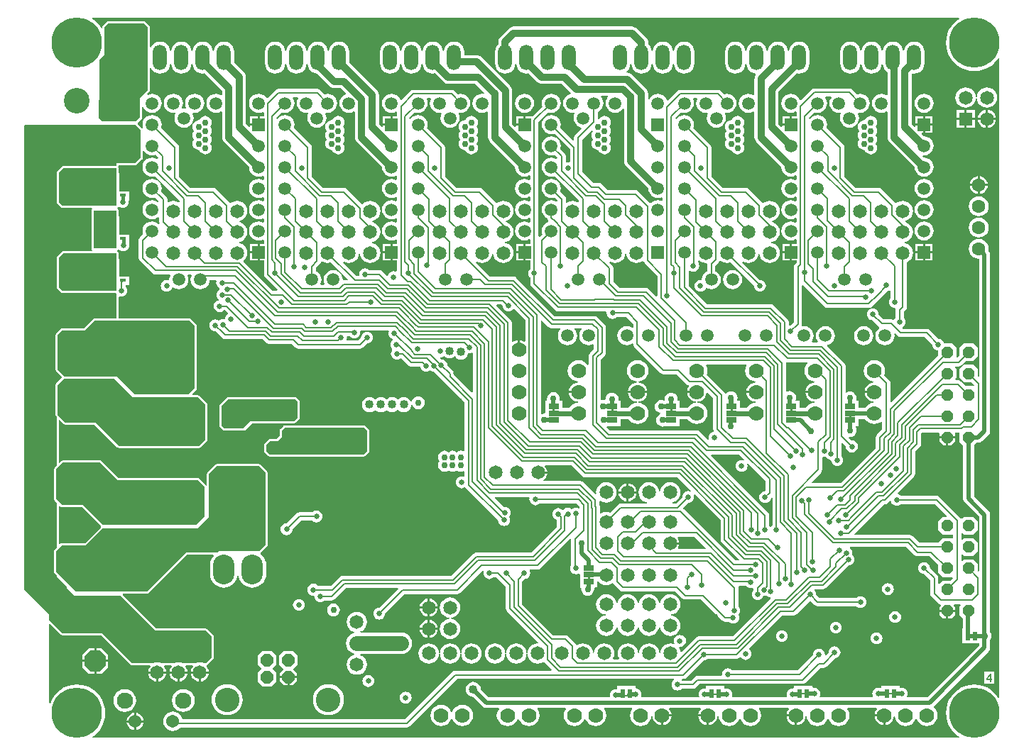
<source format=gbl>
G04*
G04 #@! TF.GenerationSoftware,Altium Limited,Altium Designer,20.0.9 (164)*
G04*
G04 Layer_Physical_Order=4*
G04 Layer_Color=16711680*
%FSLAX25Y25*%
%MOIN*%
G70*
G01*
G75*
%ADD12C,0.00800*%
%ADD17C,0.01000*%
%ADD64R,0.01575X0.03150*%
%ADD65R,0.03150X0.01575*%
%ADD135C,0.01500*%
%ADD136C,0.02000*%
%ADD145C,0.06496*%
%ADD146C,0.06299*%
%ADD147C,0.12000*%
%ADD148R,0.06496X0.06496*%
%ADD149C,0.05906*%
%ADD150O,0.10000X0.14000*%
%ADD151C,0.10000*%
%ADD152P,0.10824X8X292.5*%
%ADD153C,0.11500*%
%ADD154P,0.06170X8X22.5*%
%ADD155C,0.06063*%
%ADD156C,0.07598*%
%ADD157C,0.07000*%
%ADD158C,0.05943*%
%ADD159R,0.05943X0.05943*%
%ADD160O,0.06500X0.12000*%
%ADD161P,0.05845X8X112.5*%
%ADD162C,0.23622*%
%ADD163C,0.03000*%
%ADD164C,0.02500*%
%ADD165C,0.06000*%
%ADD166C,0.02200*%
%ADD167C,0.04000*%
%ADD168C,0.03500*%
%ADD169C,0.03200*%
%ADD170R,0.05000X0.02500*%
%ADD171R,0.13228X0.19134*%
%ADD172R,0.05472X0.05512*%
%ADD173R,0.07087X0.09843*%
%ADD174R,0.02362X0.03937*%
%ADD175C,0.02300*%
%ADD176C,0.07000*%
%ADD177R,0.07707X0.09300*%
G36*
X441600Y341221D02*
X440853Y340763D01*
X439259Y339402D01*
X437899Y337809D01*
X436804Y336022D01*
X436002Y334087D01*
X435513Y332049D01*
X435349Y329961D01*
X435513Y327872D01*
X436002Y325835D01*
X436804Y323899D01*
X437899Y322112D01*
X439259Y320519D01*
X440853Y319159D01*
X442639Y318064D01*
X444575Y317262D01*
X446612Y316773D01*
X448701Y316609D01*
X450789Y316773D01*
X452827Y317262D01*
X454763Y318064D01*
X456549Y319159D01*
X458142Y320519D01*
X459503Y322112D01*
X459959Y322856D01*
X460440Y322720D01*
Y22240D01*
X459959Y22105D01*
X459503Y22848D01*
X458142Y24441D01*
X456549Y25802D01*
X454763Y26897D01*
X452827Y27699D01*
X450789Y28188D01*
X448701Y28352D01*
X446612Y28188D01*
X444575Y27699D01*
X442639Y26897D01*
X440853Y25802D01*
X439259Y24441D01*
X437899Y22848D01*
X436804Y21062D01*
X436002Y19126D01*
X435513Y17089D01*
X435349Y15000D01*
X435513Y12911D01*
X436002Y10874D01*
X436804Y8938D01*
X437899Y7152D01*
X439259Y5559D01*
X440853Y4198D01*
X441596Y3742D01*
X441460Y3261D01*
X434923D01*
X304998Y3261D01*
X34681Y3261D01*
X34546Y3742D01*
X35289Y4198D01*
X36882Y5559D01*
X38243Y7152D01*
X39338Y8938D01*
X40140Y10874D01*
X40629Y12911D01*
X40793Y15000D01*
X40629Y17089D01*
X40140Y19126D01*
X39338Y21062D01*
X38243Y22848D01*
X36882Y24441D01*
X35289Y25802D01*
X33503Y26897D01*
X31567Y27699D01*
X29530Y28188D01*
X27441Y28352D01*
X25352Y28188D01*
X23315Y27699D01*
X21379Y26897D01*
X19593Y25802D01*
X18000Y24441D01*
X16639Y22848D01*
X15544Y21062D01*
X14890Y19483D01*
X14390Y19582D01*
Y56597D01*
X14852Y56788D01*
X19825Y51815D01*
X20156Y51594D01*
X20546Y51517D01*
X38678Y51517D01*
X52640Y37578D01*
X52804Y37469D01*
X52970Y37358D01*
X52970Y37358D01*
X52970Y37358D01*
X53163Y37319D01*
X53360Y37280D01*
X61632Y37280D01*
X61879Y36780D01*
X61389Y36142D01*
X60961Y35109D01*
X60881Y34500D01*
X65100D01*
X69319D01*
X69239Y35109D01*
X68811Y36142D01*
X68321Y36780D01*
X68568Y37280D01*
X71632D01*
X71879Y36780D01*
X71389Y36142D01*
X70961Y35109D01*
X70881Y34500D01*
X75100D01*
X79319D01*
X79239Y35109D01*
X78811Y36142D01*
X78321Y36780D01*
X78568Y37280D01*
X81632Y37280D01*
X81879Y36780D01*
X81389Y36142D01*
X80961Y35109D01*
X80881Y34500D01*
X85100D01*
X89319D01*
X89239Y35109D01*
X88811Y36142D01*
X88279Y36835D01*
X88308Y37051D01*
X88404Y37375D01*
X88439Y37419D01*
X88679Y37579D01*
X91521Y40421D01*
X91742Y40752D01*
X91820Y41142D01*
X91820Y50749D01*
X91742Y51139D01*
X91521Y51470D01*
X88688Y54303D01*
X88357Y54524D01*
X87967Y54602D01*
X64740D01*
X48862Y70480D01*
X49069Y70980D01*
X60401Y70981D01*
X60791Y71058D01*
X61122Y71279D01*
X61122Y71279D01*
X79123Y89280D01*
X91395Y89280D01*
X91631Y88780D01*
X90969Y87974D01*
X90366Y86844D01*
X89994Y85619D01*
X89869Y84345D01*
Y80345D01*
X89994Y79071D01*
X90366Y77845D01*
X90969Y76716D01*
X91782Y75726D01*
X92771Y74914D01*
X93901Y74311D01*
X95126Y73939D01*
X96400Y73813D01*
X97674Y73939D01*
X98900Y74311D01*
X100029Y74914D01*
X101018Y75726D01*
X101831Y76716D01*
X102434Y77845D01*
X102806Y79071D01*
X102842Y79434D01*
X103344D01*
X103380Y79071D01*
X103752Y77845D01*
X104355Y76716D01*
X105167Y75726D01*
X106157Y74914D01*
X107286Y74311D01*
X108512Y73939D01*
X109786Y73813D01*
X111060Y73939D01*
X112285Y74311D01*
X113415Y74914D01*
X114404Y75726D01*
X115217Y76716D01*
X115820Y77845D01*
X116192Y79071D01*
X116317Y80345D01*
Y84345D01*
X116192Y85619D01*
X115820Y86844D01*
X115217Y87974D01*
X114404Y88963D01*
X113554Y89661D01*
X113531Y89839D01*
X113560Y90121D01*
X113610Y90238D01*
X113821Y90379D01*
X116821Y93379D01*
X117042Y93710D01*
X117120Y94100D01*
X117120Y127700D01*
X117042Y128090D01*
X116821Y128421D01*
X116821Y128421D01*
X113621Y131621D01*
X113290Y131842D01*
X112900Y131920D01*
X93100Y131920D01*
X92710Y131842D01*
X92379Y131621D01*
X88779Y128021D01*
X88558Y127690D01*
X88480Y127300D01*
Y121919D01*
X87980Y121779D01*
X87974Y121790D01*
X84944Y125090D01*
X84926Y125103D01*
X84914Y125121D01*
X84766Y125220D01*
X84623Y125324D01*
X84601Y125330D01*
X84583Y125342D01*
X84409Y125377D01*
X84236Y125419D01*
X84215Y125415D01*
X84193Y125420D01*
X46922D01*
X38972Y133369D01*
X38970Y133371D01*
X38969Y133373D01*
X38805Y133481D01*
X38642Y133590D01*
X38639Y133591D01*
X38637Y133592D01*
X38444Y133630D01*
X38252Y133668D01*
X38249Y133668D01*
X38247Y133668D01*
X20791Y133581D01*
X20598Y133542D01*
X20405Y133504D01*
X20403Y133502D01*
X20401Y133502D01*
X20238Y133392D01*
X20075Y133283D01*
X19343Y132552D01*
X18882Y132743D01*
X18882Y152623D01*
X19343Y152814D01*
X21379Y150779D01*
X21379Y150779D01*
X21710Y150558D01*
X22100Y150480D01*
X35778Y150480D01*
X46479Y139779D01*
X46809Y139558D01*
X47200Y139481D01*
X84700Y139480D01*
X85090Y139558D01*
X85421Y139779D01*
X88321Y142679D01*
X88542Y143010D01*
X88620Y143400D01*
X88620Y159900D01*
X88542Y160290D01*
X88321Y160621D01*
X84821Y164121D01*
X84490Y164342D01*
X84100Y164420D01*
X81715D01*
X81523Y164882D01*
X83321Y166679D01*
X83542Y167010D01*
X83620Y167400D01*
X83620Y197000D01*
X83542Y197390D01*
X83321Y197721D01*
X80794Y200248D01*
X80463Y200469D01*
X80073Y200547D01*
X47420Y200547D01*
X46920Y200547D01*
Y210545D01*
X47335Y210823D01*
X47582Y210721D01*
X48300Y210626D01*
X49018Y210721D01*
X49687Y210998D01*
X50261Y211439D01*
X50702Y212013D01*
X50979Y212682D01*
X51074Y213400D01*
X50979Y214118D01*
X50702Y214787D01*
X50261Y215361D01*
X50237Y215380D01*
Y215974D01*
X52148D01*
Y220549D01*
X51648D01*
Y221592D01*
X51648D01*
Y222880D01*
X49073D01*
Y223880D01*
X51648D01*
Y225167D01*
X51648D01*
Y225439D01*
X49073D01*
Y225939D01*
X48573D01*
Y227726D01*
X47205D01*
Y228521D01*
X47020D01*
X47020Y231016D01*
X46942Y231407D01*
X46721Y231737D01*
X46492Y231890D01*
X46450Y232093D01*
X46450Y232244D01*
X46492Y232446D01*
X46721Y232599D01*
X46912Y232650D01*
X47356Y232649D01*
X47813Y232298D01*
X48482Y232021D01*
X49200Y231926D01*
X49918Y232021D01*
X50587Y232298D01*
X51161Y232739D01*
X51602Y233313D01*
X51879Y233982D01*
X51974Y234700D01*
X51890Y235335D01*
X51929Y235425D01*
X52148Y235835D01*
X52148Y235835D01*
X52148Y235836D01*
Y240410D01*
X51648D01*
Y241454D01*
X51648D01*
Y242741D01*
X49073D01*
Y243741D01*
X51648D01*
Y245028D01*
X51648D01*
Y245300D01*
X49073D01*
Y245800D01*
X48573D01*
Y247587D01*
X47205D01*
Y248383D01*
X47020D01*
X47020Y251036D01*
X46942Y251426D01*
X46721Y251757D01*
X46515Y251895D01*
X46485Y252008D01*
X46485Y252337D01*
X46515Y252450D01*
X46721Y252588D01*
X46749Y252630D01*
X47376Y252772D01*
X47395Y252765D01*
X47613Y252598D01*
X48282Y252321D01*
X49000Y252226D01*
X49718Y252321D01*
X50387Y252598D01*
X50961Y253039D01*
X51402Y253613D01*
X51679Y254282D01*
X51774Y255000D01*
X51703Y255535D01*
X52029Y256035D01*
X52148D01*
Y260610D01*
X51648D01*
Y262669D01*
X51648D01*
Y262941D01*
X49073D01*
Y263941D01*
X51648D01*
Y264213D01*
X51648D01*
Y265500D01*
X49073D01*
Y266000D01*
X48573D01*
Y267787D01*
X47205D01*
Y268583D01*
X47020D01*
X47019Y271025D01*
X46942Y271415D01*
X46812Y271610D01*
X46842Y271655D01*
X46920Y272045D01*
X47155Y272280D01*
X54700Y272280D01*
X55090Y272358D01*
X55256Y272469D01*
X55421Y272579D01*
X55421Y272579D01*
X58021Y275179D01*
X58242Y275510D01*
X58320Y275900D01*
Y279091D01*
X58664Y279229D01*
X58820Y279230D01*
X59501Y278342D01*
X60435Y277626D01*
X61523Y277175D01*
X62690Y277021D01*
X63857Y277175D01*
X64175Y277307D01*
X65526Y275957D01*
X65490Y275618D01*
X65001Y275395D01*
X64945Y275438D01*
X63857Y275888D01*
X62690Y276042D01*
X61523Y275888D01*
X60435Y275438D01*
X59501Y274721D01*
X58784Y273787D01*
X58333Y272699D01*
X58180Y271532D01*
X58333Y270364D01*
X58784Y269276D01*
X59501Y268342D01*
X60435Y267626D01*
X61523Y267175D01*
X62690Y267021D01*
X63857Y267175D01*
X64175Y267307D01*
X75663Y255819D01*
Y255143D01*
X75214Y254922D01*
X75085Y255022D01*
X73930Y255500D01*
X72690Y255663D01*
X71451Y255500D01*
X70437Y255080D01*
X69937Y255316D01*
Y256222D01*
X69790Y256963D01*
X69370Y257592D01*
X66915Y260046D01*
X67047Y260364D01*
X67200Y261532D01*
X67047Y262699D01*
X66596Y263787D01*
X65879Y264721D01*
X64945Y265438D01*
X63857Y265888D01*
X62690Y266042D01*
X61523Y265888D01*
X60435Y265438D01*
X59501Y264721D01*
X58784Y263787D01*
X58333Y262699D01*
X58180Y261532D01*
X58333Y260364D01*
X58784Y259277D01*
X59501Y258342D01*
X60435Y257626D01*
X61523Y257175D01*
X62690Y257021D01*
X63857Y257175D01*
X64175Y257307D01*
X65829Y255653D01*
X65795Y255416D01*
X65258Y255198D01*
X64945Y255438D01*
X63857Y255888D01*
X62690Y256042D01*
X61523Y255888D01*
X60435Y255438D01*
X59501Y254721D01*
X58784Y253787D01*
X58333Y252699D01*
X58180Y251532D01*
X58333Y250364D01*
X58784Y249276D01*
X59501Y248342D01*
X60435Y247626D01*
X61523Y247175D01*
X62690Y247021D01*
X63857Y247175D01*
X64945Y247626D01*
X65563Y248100D01*
X66063Y247853D01*
Y245722D01*
X66183Y245118D01*
X65774Y244801D01*
X64945Y245438D01*
X63857Y245888D01*
X62690Y246042D01*
X61523Y245888D01*
X60435Y245438D01*
X59501Y244721D01*
X58784Y243787D01*
X58333Y242699D01*
X58180Y241532D01*
X58333Y240364D01*
X58465Y240046D01*
X56949Y238530D01*
X56529Y237901D01*
X56381Y237160D01*
Y228882D01*
X56529Y228140D01*
X56949Y227512D01*
X62877Y221583D01*
X63506Y221163D01*
X64247Y221016D01*
X70940D01*
X71274Y220515D01*
X70962Y219762D01*
X70827Y218736D01*
X70391Y218375D01*
X70266Y218426D01*
X69548Y218521D01*
X68830Y218426D01*
X68161Y218149D01*
X67587Y217709D01*
X67146Y217134D01*
X66869Y216465D01*
X66775Y215747D01*
X66869Y215029D01*
X67146Y214360D01*
X67587Y213786D01*
X68161Y213345D01*
X68830Y213068D01*
X69548Y212973D01*
X70266Y213068D01*
X70935Y213345D01*
X71510Y213786D01*
X71950Y214360D01*
X72129Y214791D01*
X72689Y214990D01*
X73054Y214710D01*
X74138Y214262D01*
X75300Y214109D01*
X76462Y214262D01*
X77546Y214710D01*
X78476Y215424D01*
X79189Y216354D01*
X79638Y217438D01*
X79791Y218600D01*
X79638Y219762D01*
X79326Y220515D01*
X79660Y221016D01*
X80940D01*
X81274Y220515D01*
X80962Y219762D01*
X80809Y218600D01*
X80962Y217438D01*
X81410Y216354D01*
X82124Y215424D01*
X83054Y214710D01*
X84138Y214262D01*
X85300Y214109D01*
X86462Y214262D01*
X87546Y214710D01*
X88476Y215424D01*
X89189Y216354D01*
X89638Y217438D01*
X89777Y218491D01*
X92700D01*
X93034Y217990D01*
X92921Y217718D01*
X92826Y217000D01*
X92921Y216282D01*
X93198Y215613D01*
X93639Y215039D01*
X94213Y214598D01*
X94500Y214479D01*
Y213938D01*
X94413Y213902D01*
X93839Y213461D01*
X93398Y212887D01*
X93121Y212218D01*
X93026Y211500D01*
X93121Y210782D01*
X93398Y210113D01*
X93839Y209539D01*
X94003Y209413D01*
X93863Y208890D01*
X93782Y208879D01*
X93113Y208602D01*
X92539Y208161D01*
X92098Y207587D01*
X91821Y206918D01*
X91726Y206200D01*
X91821Y205482D01*
X92098Y204813D01*
X92539Y204239D01*
X93113Y203798D01*
X93782Y203521D01*
X94500Y203426D01*
X95218Y203521D01*
X95887Y203798D01*
X96461Y204239D01*
X96480Y204263D01*
X96989D01*
X98339Y202913D01*
X98230Y202314D01*
X97839Y202014D01*
X97398Y201439D01*
X97121Y200770D01*
X97069Y200375D01*
X96759Y200026D01*
X96535Y200003D01*
X96000Y200074D01*
X95282Y199979D01*
X94613Y199702D01*
X94135Y199335D01*
X93787Y199602D01*
X93118Y199879D01*
X92400Y199974D01*
X91682Y199879D01*
X91013Y199602D01*
X90439Y199161D01*
X89998Y198587D01*
X89721Y197918D01*
X89626Y197200D01*
X89721Y196482D01*
X89998Y195813D01*
X90439Y195239D01*
X91013Y194798D01*
X91682Y194521D01*
X92384Y194428D01*
X93533Y193280D01*
X93676Y193184D01*
X95630Y191230D01*
X96259Y190810D01*
X97000Y190663D01*
X114515D01*
X116148Y189030D01*
X116776Y188610D01*
X117518Y188463D01*
X128308D01*
X130040Y186730D01*
X130669Y186310D01*
X131410Y186163D01*
X160300D01*
X161041Y186310D01*
X161670Y186730D01*
X163570Y188630D01*
X163600Y188626D01*
X164318Y188721D01*
X164987Y188998D01*
X165561Y189439D01*
X166002Y190013D01*
X166279Y190682D01*
X166374Y191400D01*
X166279Y192118D01*
X166002Y192787D01*
X165561Y193361D01*
X164987Y193802D01*
X164318Y194079D01*
X163600Y194174D01*
X162882Y194079D01*
X162213Y193802D01*
X161639Y193361D01*
X161198Y192787D01*
X160921Y192118D01*
X160826Y191400D01*
X160830Y191370D01*
X159498Y190037D01*
X154295D01*
X154018Y190453D01*
X154113Y190682D01*
X154207Y191400D01*
X154163Y191737D01*
X154492Y192113D01*
X155517D01*
X155722Y191845D01*
X156297Y191404D01*
X156965Y191127D01*
X157683Y191033D01*
X158401Y191127D01*
X159070Y191404D01*
X159645Y191845D01*
X160085Y192420D01*
X160363Y193088D01*
X160457Y193806D01*
X160397Y194263D01*
X160758Y194763D01*
X173638D01*
X173916Y194347D01*
X173821Y194118D01*
X173726Y193400D01*
X173821Y192682D01*
X174098Y192013D01*
X174539Y191439D01*
X175113Y190998D01*
X175519Y190830D01*
X175596Y190259D01*
X175339Y190061D01*
X174898Y189487D01*
X174621Y188818D01*
X174526Y188100D01*
X174621Y187382D01*
X174898Y186713D01*
X175339Y186139D01*
X175426Y186072D01*
X175454Y185420D01*
X175198Y185087D01*
X174921Y184418D01*
X174826Y183700D01*
X174921Y182982D01*
X175198Y182313D01*
X175639Y181739D01*
X176213Y181298D01*
X176882Y181021D01*
X177600Y180926D01*
X178318Y181021D01*
X178987Y181298D01*
X179527Y181713D01*
X182810Y178430D01*
X183438Y178010D01*
X184180Y177863D01*
X188571D01*
X188621Y177482D01*
X188898Y176813D01*
X189339Y176239D01*
X189913Y175798D01*
X190582Y175521D01*
X191300Y175426D01*
X192018Y175521D01*
X192687Y175798D01*
X193100Y176115D01*
X193513Y175798D01*
X194182Y175521D01*
X194900Y175426D01*
X194930Y175430D01*
X209366Y160994D01*
Y138232D01*
X208866Y137928D01*
X208395Y138123D01*
X207612Y138226D01*
X206829Y138123D01*
X206099Y137820D01*
X205712Y137523D01*
X205325Y137820D01*
X204595Y138123D01*
X203812Y138226D01*
X203029Y138123D01*
X202299Y137820D01*
X201912Y137523D01*
X201525Y137820D01*
X200795Y138123D01*
X200012Y138226D01*
X199229Y138123D01*
X198499Y137820D01*
X197872Y137340D01*
X197391Y136713D01*
X197089Y135983D01*
X196986Y135200D01*
X197089Y134417D01*
X197391Y133687D01*
X197688Y133300D01*
X197391Y132913D01*
X197089Y132183D01*
X196986Y131400D01*
X197089Y130617D01*
X197391Y129887D01*
X197872Y129260D01*
X198499Y128779D01*
X199229Y128477D01*
X200012Y128374D01*
X200795Y128477D01*
X201525Y128779D01*
X201912Y129077D01*
X202299Y128779D01*
X203029Y128477D01*
X203812Y128374D01*
X204595Y128477D01*
X205325Y128779D01*
X205712Y129077D01*
X206099Y128779D01*
X206829Y128477D01*
X207612Y128374D01*
X208395Y128477D01*
X208866Y128672D01*
X209366Y128368D01*
Y126228D01*
X208951Y125950D01*
X208818Y126005D01*
X208100Y126099D01*
X207382Y126005D01*
X206713Y125728D01*
X206139Y125287D01*
X205698Y124713D01*
X205421Y124044D01*
X205326Y123326D01*
X205421Y122608D01*
X205698Y121939D01*
X206139Y121364D01*
X206713Y120924D01*
X207382Y120647D01*
X208100Y120552D01*
X208818Y120647D01*
X209487Y120924D01*
X209894Y120856D01*
X209934Y120797D01*
X225130Y105600D01*
X225126Y105570D01*
X225221Y104852D01*
X225498Y104183D01*
X225939Y103609D01*
X226513Y103168D01*
X227182Y102891D01*
X227900Y102796D01*
X228618Y102891D01*
X229287Y103168D01*
X229861Y103609D01*
X230302Y104183D01*
X230579Y104852D01*
X230674Y105570D01*
X230579Y106288D01*
X230302Y106957D01*
X230189Y107104D01*
X230232Y107137D01*
X230673Y107711D01*
X230950Y108380D01*
X231044Y109098D01*
X230950Y109816D01*
X230673Y110485D01*
X230232Y111059D01*
X229657Y111500D01*
X228988Y111777D01*
X228270Y111872D01*
X227809Y111811D01*
X223619Y116001D01*
X223810Y116463D01*
X239655D01*
X239873Y116137D01*
X239914Y115963D01*
X239826Y115300D01*
X239921Y114582D01*
X240198Y113913D01*
X240639Y113339D01*
X241213Y112898D01*
X241882Y112621D01*
X242600Y112526D01*
X243318Y112621D01*
X243987Y112898D01*
X244561Y113339D01*
X244580Y113363D01*
X262071D01*
X263463Y111971D01*
Y111292D01*
X262963Y111097D01*
X262365Y111344D01*
X261648Y111439D01*
X260930Y111344D01*
X260261Y111067D01*
X259686Y110626D01*
X259683Y110622D01*
X259256Y110950D01*
X258587Y111226D01*
X257869Y111321D01*
X257152Y111226D01*
X256483Y110950D01*
X255908Y110509D01*
X255798Y110366D01*
X255298D01*
X255246Y110434D01*
X254671Y110875D01*
X254002Y111152D01*
X253284Y111247D01*
X252566Y111152D01*
X251897Y110875D01*
X251323Y110434D01*
X250882Y109860D01*
X250605Y109191D01*
X250511Y108473D01*
X250605Y107755D01*
X250882Y107086D01*
X251323Y106512D01*
X251897Y106071D01*
X252566Y105794D01*
X252688Y105778D01*
Y102367D01*
X240758Y90437D01*
X214987D01*
X214245Y90290D01*
X213617Y89870D01*
X203133Y79386D01*
X151966D01*
X151225Y79239D01*
X150596Y78819D01*
X146595Y74818D01*
X140440D01*
X140421Y74842D01*
X139847Y75283D01*
X139178Y75560D01*
X138460Y75654D01*
X137742Y75560D01*
X137073Y75283D01*
X136499Y74842D01*
X136058Y74267D01*
X135781Y73598D01*
X135686Y72880D01*
X135781Y72162D01*
X136058Y71494D01*
X136499Y70919D01*
X137073Y70478D01*
X137742Y70201D01*
X138460Y70107D01*
X138664Y70134D01*
X139013Y69785D01*
X139107Y69067D01*
X139384Y68398D01*
X139825Y67824D01*
X140400Y67383D01*
X141068Y67106D01*
X141786Y67011D01*
X142504Y67106D01*
X143173Y67383D01*
X143748Y67824D01*
X143766Y67848D01*
X146985D01*
X147727Y67995D01*
X148355Y68415D01*
X153651Y73712D01*
X178037D01*
X178228Y73250D01*
X169365Y64387D01*
X169335Y64391D01*
X168617Y64296D01*
X167948Y64019D01*
X167374Y63578D01*
X166933Y63004D01*
X166656Y62335D01*
X166561Y61617D01*
X166656Y60899D01*
X166933Y60230D01*
X167374Y59655D01*
X167948Y59215D01*
X168617Y58938D01*
X169335Y58843D01*
X170053Y58938D01*
X170722Y59215D01*
X171296Y59655D01*
X171737Y60230D01*
X172014Y60899D01*
X172109Y61617D01*
X172105Y61647D01*
X181300Y70842D01*
X205959D01*
X206700Y70990D01*
X207329Y71410D01*
X217962Y82043D01*
X218150Y82013D01*
X218461Y81457D01*
X218416Y81350D01*
X218322Y80632D01*
X218416Y79914D01*
X218693Y79245D01*
X219134Y78671D01*
X219709Y78230D01*
X220378Y77953D01*
X221096Y77858D01*
X221814Y77953D01*
X222482Y78230D01*
X223057Y78671D01*
X223076Y78695D01*
X224258D01*
X228763Y74190D01*
Y64054D01*
X228910Y63313D01*
X229330Y62685D01*
X243901Y48113D01*
X243628Y47679D01*
X242460Y47526D01*
X241305Y47047D01*
X240314Y46286D01*
X239553Y45294D01*
X239074Y44140D01*
X238952Y43213D01*
X238448D01*
X238326Y44140D01*
X237847Y45294D01*
X237086Y46286D01*
X236094Y47047D01*
X234940Y47526D01*
X233700Y47689D01*
X232460Y47526D01*
X231306Y47047D01*
X230314Y46286D01*
X229553Y45294D01*
X229074Y44140D01*
X228952Y43213D01*
X228448D01*
X228326Y44140D01*
X227847Y45294D01*
X227086Y46286D01*
X226095Y47047D01*
X224939Y47526D01*
X223700Y47689D01*
X222461Y47526D01*
X221305Y47047D01*
X220314Y46286D01*
X219553Y45294D01*
X219074Y44140D01*
X218911Y42900D01*
X219074Y41660D01*
X219553Y40505D01*
X220314Y39514D01*
X221305Y38753D01*
X222461Y38274D01*
X223700Y38111D01*
X224939Y38274D01*
X226095Y38753D01*
X227086Y39514D01*
X227847Y40505D01*
X228326Y41660D01*
X228448Y42587D01*
X228952D01*
X229074Y41660D01*
X229553Y40505D01*
X230314Y39514D01*
X231306Y38753D01*
X232460Y38274D01*
X233700Y38111D01*
X234940Y38274D01*
X236094Y38753D01*
X237086Y39514D01*
X237847Y40505D01*
X238326Y41660D01*
X238448Y42587D01*
X238952D01*
X239074Y41660D01*
X239553Y40505D01*
X240314Y39514D01*
X241305Y38753D01*
X242460Y38274D01*
X243700Y38111D01*
X244939Y38274D01*
X246094Y38753D01*
X246253Y38874D01*
X246929Y38762D01*
X247082Y38533D01*
X250364Y35251D01*
X250172Y34789D01*
X205163D01*
X204421Y34642D01*
X203793Y34222D01*
X181580Y12009D01*
X76938D01*
X76915Y12183D01*
X76458Y13285D01*
X75732Y14232D01*
X74785Y14958D01*
X73683Y15415D01*
X72500Y15571D01*
X71317Y15415D01*
X70215Y14958D01*
X69268Y14232D01*
X68542Y13285D01*
X68085Y12183D01*
X67929Y11000D01*
X68085Y9817D01*
X68542Y8715D01*
X69268Y7768D01*
X70215Y7042D01*
X71317Y6585D01*
X72500Y6429D01*
X73683Y6585D01*
X74785Y7042D01*
X75732Y7768D01*
X76013Y8134D01*
X182383D01*
X183124Y8282D01*
X183752Y8702D01*
X205965Y30915D01*
X307517D01*
X307687Y30415D01*
X307439Y30224D01*
X306998Y29650D01*
X306721Y28981D01*
X306626Y28263D01*
X306721Y27545D01*
X306998Y26876D01*
X307439Y26302D01*
X308013Y25861D01*
X308682Y25584D01*
X309400Y25489D01*
X310118Y25584D01*
X310787Y25861D01*
X311361Y26302D01*
X311380Y26326D01*
X316545D01*
X317286Y26473D01*
X317915Y26893D01*
X319589Y28567D01*
X367997D01*
X368739Y28714D01*
X369367Y29134D01*
X376446Y36213D01*
X377950D01*
X378691Y36360D01*
X379320Y36780D01*
X383291Y40751D01*
X383818Y40821D01*
X384487Y41098D01*
X385061Y41539D01*
X385502Y42113D01*
X385779Y42782D01*
X385874Y43500D01*
X385779Y44218D01*
X385502Y44887D01*
X385061Y45461D01*
X384487Y45902D01*
X383818Y46179D01*
X383100Y46274D01*
X382382Y46179D01*
X381713Y45902D01*
X381139Y45461D01*
X380698Y44887D01*
X380421Y44218D01*
X380326Y43500D01*
X380353Y43293D01*
X379035Y41975D01*
X378562Y42208D01*
X378574Y42300D01*
X378479Y43018D01*
X378202Y43687D01*
X377761Y44261D01*
X377187Y44702D01*
X376518Y44979D01*
X375800Y45074D01*
X375082Y44979D01*
X374413Y44702D01*
X373839Y44261D01*
X373398Y43687D01*
X373121Y43018D01*
X373026Y42300D01*
X373030Y42270D01*
X365898Y35137D01*
X335080D01*
X335061Y35161D01*
X334487Y35602D01*
X333818Y35879D01*
X333100Y35974D01*
X332382Y35879D01*
X331713Y35602D01*
X331139Y35161D01*
X330698Y34587D01*
X330421Y33918D01*
X330326Y33200D01*
X330360Y32941D01*
X329922Y32441D01*
X318786D01*
X318045Y32294D01*
X317416Y31874D01*
X315742Y30200D01*
X311539D01*
X311355Y30415D01*
X311586Y30915D01*
X312114D01*
X312855Y31062D01*
X313484Y31482D01*
X321611Y39609D01*
X321651Y39604D01*
X322369Y39698D01*
X323038Y39975D01*
X323612Y40416D01*
X323631Y40440D01*
X337151D01*
X337892Y40588D01*
X338521Y41008D01*
X338528Y41015D01*
X339179Y40959D01*
X339378Y40700D01*
X339952Y40259D01*
X340621Y39982D01*
X341339Y39887D01*
X342057Y39982D01*
X342726Y40259D01*
X343300Y40700D01*
X343741Y41274D01*
X344018Y41943D01*
X344113Y42661D01*
X344018Y43379D01*
X343741Y44048D01*
X343300Y44622D01*
X343041Y44821D01*
X342985Y45472D01*
X358351Y60838D01*
X363821D01*
X364563Y60986D01*
X365191Y61406D01*
X371616Y67830D01*
X371646Y67826D01*
X371676Y67830D01*
X373776Y65730D01*
X374404Y65310D01*
X375146Y65163D01*
X393242D01*
X393261Y65139D01*
X393835Y64698D01*
X394504Y64421D01*
X395222Y64326D01*
X395940Y64421D01*
X396609Y64698D01*
X397183Y65139D01*
X397624Y65713D01*
X397901Y66382D01*
X397996Y67100D01*
X397901Y67818D01*
X397624Y68487D01*
X397183Y69061D01*
X396609Y69502D01*
X395940Y69779D01*
X395222Y69874D01*
X394504Y69779D01*
X393835Y69502D01*
X393261Y69061D01*
X393242Y69037D01*
X375948D01*
X374415Y70570D01*
X374419Y70600D01*
X374325Y71318D01*
X374048Y71987D01*
X373607Y72561D01*
X373540Y72613D01*
X373710Y73113D01*
X377644D01*
X378386Y73260D01*
X379014Y73680D01*
X389581Y84247D01*
X389700Y84232D01*
X390418Y84326D01*
X391087Y84603D01*
X391661Y85044D01*
X392102Y85619D01*
X392379Y86288D01*
X392474Y87006D01*
X392379Y87723D01*
X392102Y88392D01*
X391661Y88967D01*
X391285Y89255D01*
X391379Y89482D01*
X391474Y90200D01*
X391379Y90918D01*
X391102Y91587D01*
X390661Y92161D01*
X390268Y92463D01*
X390438Y92963D01*
X416828D01*
X420661Y89130D01*
X421289Y88710D01*
X422031Y88563D01*
X427698D01*
X431800Y84460D01*
Y80900D01*
X433900Y78800D01*
X438100D01*
X438554Y78547D01*
X438585Y78325D01*
X437460Y77200D01*
X433900D01*
X432299Y75599D01*
X431837Y75791D01*
Y78332D01*
X431690Y79074D01*
X431270Y79702D01*
X427902Y83070D01*
X427906Y83100D01*
X427812Y83818D01*
X427534Y84487D01*
X427094Y85061D01*
X426519Y85502D01*
X425850Y85779D01*
X425132Y85874D01*
X424414Y85779D01*
X423745Y85502D01*
X423171Y85061D01*
X422730Y84487D01*
X422453Y83818D01*
X422359Y83100D01*
X422453Y82382D01*
X422730Y81713D01*
X423171Y81139D01*
X423745Y80698D01*
X424414Y80421D01*
X425132Y80326D01*
X425163Y80330D01*
X427963Y77530D01*
Y71002D01*
X428110Y70261D01*
X428530Y69633D01*
X431591Y66572D01*
X432220Y66152D01*
X432783Y66040D01*
X432989Y65539D01*
X432300Y64850D01*
Y63500D01*
X436000D01*
X439700D01*
Y64850D01*
X439008Y65542D01*
X439199Y66004D01*
X442051D01*
X442242Y65542D01*
X441800Y65100D01*
Y60900D01*
X443251Y59449D01*
Y54668D01*
X443019D01*
Y47732D01*
X450951D01*
Y46656D01*
X426644Y22349D01*
X417412D01*
X417109Y22849D01*
X417279Y23261D01*
X417374Y23979D01*
X417279Y24697D01*
X417002Y25366D01*
X416561Y25940D01*
X415987Y26381D01*
X415318Y26658D01*
X414600Y26753D01*
X414081Y26684D01*
X413581Y27018D01*
Y27569D01*
X404919D01*
Y26816D01*
X404419Y26568D01*
X404265Y26632D01*
X403547Y26727D01*
X402829Y26632D01*
X402160Y26355D01*
X401586Y25914D01*
X401145Y25340D01*
X400868Y24671D01*
X400773Y23953D01*
X400868Y23235D01*
X401028Y22849D01*
X400709Y22349D01*
X376475D01*
X376141Y22849D01*
X376279Y23182D01*
X376374Y23900D01*
X376279Y24618D01*
X376002Y25287D01*
X375561Y25861D01*
X374987Y26302D01*
X374318Y26579D01*
X373600Y26674D01*
X373181Y26619D01*
X372681Y26997D01*
Y27569D01*
X364019D01*
Y26936D01*
X363519Y26498D01*
X363300Y26526D01*
X362582Y26432D01*
X361913Y26155D01*
X361339Y25714D01*
X360898Y25139D01*
X360621Y24471D01*
X360526Y23753D01*
X360621Y23035D01*
X360698Y22849D01*
X360364Y22349D01*
X335284D01*
X334950Y22849D01*
X335027Y23035D01*
X335121Y23753D01*
X335027Y24471D01*
X334749Y25139D01*
X334309Y25714D01*
X333734Y26155D01*
X333065Y26432D01*
X332347Y26526D01*
X331734Y26446D01*
X331429Y26623D01*
X331234Y26809D01*
Y27569D01*
X322572D01*
Y26848D01*
X322196Y26518D01*
X322131Y26526D01*
X321413Y26432D01*
X320744Y26155D01*
X320170Y25714D01*
X319729Y25139D01*
X319452Y24471D01*
X319358Y23753D01*
X319452Y23035D01*
X319529Y22849D01*
X319195Y22349D01*
X292617D01*
X292283Y22849D01*
X292379Y23082D01*
X292474Y23800D01*
X292379Y24518D01*
X292102Y25187D01*
X291661Y25761D01*
X291087Y26202D01*
X290418Y26479D01*
X289700Y26574D01*
X289581Y26678D01*
Y27569D01*
X280919D01*
Y26471D01*
X280543Y26142D01*
X280300Y26174D01*
X279582Y26079D01*
X278913Y25802D01*
X278339Y25361D01*
X277898Y24787D01*
X277621Y24118D01*
X277526Y23400D01*
X277599Y22849D01*
X277280Y22349D01*
X220794D01*
X217019Y26124D01*
X216910Y26951D01*
X216557Y27803D01*
X215996Y28534D01*
X215265Y29095D01*
X214414Y29448D01*
X213500Y29568D01*
X212586Y29448D01*
X211735Y29095D01*
X211004Y28534D01*
X210443Y27803D01*
X210090Y26951D01*
X209970Y26038D01*
X210090Y25124D01*
X210443Y24273D01*
X211004Y23541D01*
X211735Y22980D01*
X212586Y22628D01*
X213414Y22519D01*
X217935Y17998D01*
X218762Y17445D01*
X219738Y17251D01*
X225298D01*
X225519Y16803D01*
X225183Y16364D01*
X224679Y15148D01*
X224507Y13842D01*
X224679Y12537D01*
X225183Y11321D01*
X225984Y10277D01*
X227028Y9475D01*
X228245Y8971D01*
X229550Y8799D01*
X230855Y8971D01*
X232072Y9475D01*
X233116Y10277D01*
X233917Y11321D01*
X234279Y12195D01*
X234821D01*
X235182Y11321D01*
X235984Y10277D01*
X237028Y9475D01*
X238245Y8971D01*
X239550Y8799D01*
X240855Y8971D01*
X242072Y9475D01*
X243116Y10277D01*
X243917Y11321D01*
X244421Y12537D01*
X244593Y13842D01*
X244421Y15148D01*
X243917Y16364D01*
X243581Y16803D01*
X243802Y17251D01*
X256648D01*
X256869Y16803D01*
X256533Y16364D01*
X256029Y15148D01*
X255857Y13842D01*
X256029Y12537D01*
X256533Y11321D01*
X257334Y10277D01*
X258378Y9475D01*
X259595Y8971D01*
X260900Y8799D01*
X262205Y8971D01*
X263422Y9475D01*
X264466Y10277D01*
X265267Y11321D01*
X265629Y12195D01*
X266171D01*
X266532Y11321D01*
X267334Y10277D01*
X268378Y9475D01*
X269595Y8971D01*
X270900Y8799D01*
X272205Y8971D01*
X273422Y9475D01*
X274466Y10277D01*
X275268Y11321D01*
X275771Y12537D01*
X275943Y13842D01*
X275771Y15148D01*
X275268Y16364D01*
X274931Y16803D01*
X275152Y17251D01*
X287880D01*
X288102Y16803D01*
X287733Y16322D01*
X287229Y15105D01*
X287057Y13800D01*
X287229Y12495D01*
X287733Y11278D01*
X288534Y10234D01*
X289578Y9432D01*
X290795Y8929D01*
X292100Y8757D01*
X293405Y8929D01*
X294622Y9432D01*
X295666Y10234D01*
X296467Y11278D01*
X296971Y12495D01*
X297100Y13472D01*
X297604D01*
X297716Y12625D01*
X298169Y11531D01*
X298891Y10591D01*
X299831Y9869D01*
X300925Y9416D01*
X301600Y9327D01*
Y13800D01*
X302100D01*
Y14300D01*
X306573D01*
X306484Y14975D01*
X306031Y16069D01*
X305508Y16751D01*
X305754Y17251D01*
X319946D01*
X320192Y16751D01*
X319669Y16069D01*
X319216Y14975D01*
X319127Y14300D01*
X323600D01*
Y13800D01*
X324100D01*
Y9327D01*
X324775Y9416D01*
X325869Y9869D01*
X326809Y10591D01*
X327531Y11531D01*
X327984Y12625D01*
X328096Y13472D01*
X328600D01*
X328729Y12495D01*
X329233Y11278D01*
X330034Y10234D01*
X331078Y9432D01*
X332295Y8929D01*
X333600Y8757D01*
X334905Y8929D01*
X336122Y9432D01*
X337166Y10234D01*
X337967Y11278D01*
X338329Y12152D01*
X338871D01*
X339232Y11278D01*
X340034Y10234D01*
X341078Y9432D01*
X342295Y8929D01*
X343600Y8757D01*
X344905Y8929D01*
X346122Y9432D01*
X347166Y10234D01*
X347968Y11278D01*
X348471Y12495D01*
X348643Y13800D01*
X348471Y15105D01*
X347968Y16322D01*
X347598Y16803D01*
X347819Y17251D01*
X361346D01*
X361592Y16751D01*
X361069Y16069D01*
X360616Y14975D01*
X360527Y14300D01*
X365000D01*
Y13800D01*
X365500D01*
Y9327D01*
X366175Y9416D01*
X367269Y9869D01*
X368209Y10591D01*
X368931Y11531D01*
X369384Y12625D01*
X369496Y13472D01*
X370000D01*
X370129Y12495D01*
X370633Y11278D01*
X371434Y10234D01*
X372478Y9432D01*
X373695Y8929D01*
X375000Y8757D01*
X376305Y8929D01*
X377522Y9432D01*
X378566Y10234D01*
X379367Y11278D01*
X379729Y12152D01*
X380271D01*
X380632Y11278D01*
X381434Y10234D01*
X382478Y9432D01*
X383695Y8929D01*
X385000Y8757D01*
X386305Y8929D01*
X387522Y9432D01*
X388566Y10234D01*
X389368Y11278D01*
X389871Y12495D01*
X390043Y13800D01*
X389871Y15105D01*
X389368Y16322D01*
X388998Y16803D01*
X389219Y17251D01*
X402746D01*
X402992Y16751D01*
X402469Y16069D01*
X402016Y14975D01*
X401927Y14300D01*
X406400D01*
Y13800D01*
X406900D01*
Y9327D01*
X407575Y9416D01*
X408669Y9869D01*
X409609Y10591D01*
X410331Y11531D01*
X410784Y12625D01*
X410896Y13472D01*
X411400D01*
X411529Y12495D01*
X412033Y11278D01*
X412834Y10234D01*
X413878Y9432D01*
X415095Y8929D01*
X416400Y8757D01*
X417705Y8929D01*
X418922Y9432D01*
X419966Y10234D01*
X420767Y11278D01*
X421129Y12152D01*
X421671D01*
X422032Y11278D01*
X422834Y10234D01*
X423878Y9432D01*
X425095Y8929D01*
X426400Y8757D01*
X427705Y8929D01*
X428922Y9432D01*
X429966Y10234D01*
X430767Y11278D01*
X431271Y12495D01*
X431443Y13800D01*
X431271Y15105D01*
X430767Y16322D01*
X429966Y17366D01*
X429692Y17576D01*
X429703Y18198D01*
X455302Y43798D01*
X455855Y44625D01*
X456049Y45600D01*
Y49422D01*
X456252Y49687D01*
X456554Y50417D01*
X456657Y51200D01*
X456554Y51983D01*
X456252Y52713D01*
X456049Y52978D01*
Y108198D01*
X455855Y109174D01*
X455302Y110001D01*
X448549Y116754D01*
Y140749D01*
X449751Y141951D01*
X450500D01*
X451475Y142145D01*
X452302Y142698D01*
X455302Y145698D01*
X455855Y146525D01*
X456049Y147500D01*
Y230500D01*
X455855Y231475D01*
X455370Y232201D01*
X455490Y233110D01*
X455330Y234324D01*
X454861Y235455D01*
X454116Y236426D01*
X453145Y237172D01*
X452014Y237640D01*
X450800Y237800D01*
X449586Y237640D01*
X448455Y237172D01*
X447484Y236426D01*
X446739Y235455D01*
X446270Y234324D01*
X446110Y233110D01*
X446270Y231896D01*
X446739Y230765D01*
X447484Y229794D01*
X448455Y229049D01*
X449586Y228580D01*
X450800Y228421D01*
X450951Y228288D01*
Y173114D01*
X450468Y172901D01*
X450200Y173115D01*
Y176600D01*
X448100Y178700D01*
X443900D01*
X441800Y176600D01*
Y172400D01*
X443900Y170300D01*
X447460D01*
X448708Y169052D01*
X448677Y168830D01*
X448147Y168653D01*
X448100Y168700D01*
X444540D01*
X442370Y170870D01*
X441741Y171290D01*
X441000Y171437D01*
X439890D01*
X439699Y171899D01*
X440200Y172400D01*
Y176600D01*
X439399Y177401D01*
X439590Y177863D01*
X441300D01*
X442041Y178010D01*
X442670Y178430D01*
X444540Y180300D01*
X448100D01*
X450200Y182400D01*
Y186600D01*
X448100Y188700D01*
X443900D01*
X441800Y186600D01*
Y183040D01*
X440653Y181892D01*
X440430Y181923D01*
X440200Y182400D01*
Y186600D01*
X438100Y188700D01*
X434497D01*
X434487Y188779D01*
X434210Y189448D01*
X433769Y190023D01*
X433195Y190464D01*
X432526Y190741D01*
X431808Y190835D01*
X431778Y190831D01*
X427627Y194982D01*
X426999Y195402D01*
X426257Y195549D01*
X415185D01*
X414943Y195834D01*
X415038Y196344D01*
X415063Y196390D01*
X415619Y196816D01*
X416059Y197391D01*
X416337Y198060D01*
X416431Y198778D01*
X416337Y199496D01*
X416059Y200165D01*
X415619Y200739D01*
X415595Y200758D01*
Y203579D01*
X416460Y204444D01*
X416880Y205072D01*
X417027Y205814D01*
Y226852D01*
X417485Y227042D01*
X418476Y227803D01*
X419238Y228795D01*
X419716Y229950D01*
X419879Y231189D01*
X419716Y232429D01*
X419238Y233584D01*
X418476Y234576D01*
X417485Y235336D01*
X416329Y235815D01*
X416001Y235858D01*
Y236363D01*
X416329Y236406D01*
X417485Y236884D01*
X418476Y237645D01*
X419238Y238637D01*
X419716Y239792D01*
X419879Y241032D01*
X419716Y242271D01*
X419238Y243426D01*
X418476Y244418D01*
X417485Y245179D01*
X416419Y245620D01*
X416253Y245786D01*
X416449Y246298D01*
X417485Y246727D01*
X418476Y247488D01*
X419238Y248480D01*
X419716Y249635D01*
X419879Y250874D01*
X419716Y252114D01*
X419238Y253269D01*
X418476Y254260D01*
X417485Y255022D01*
X416329Y255500D01*
X415090Y255663D01*
X413851Y255500D01*
X412696Y255022D01*
X412108Y254571D01*
X411615Y254652D01*
X411470Y254870D01*
X405115Y261225D01*
X404486Y261645D01*
X403745Y261792D01*
X393147D01*
X387737Y267202D01*
Y280822D01*
X387590Y281563D01*
X387170Y282191D01*
X379315Y290046D01*
X379447Y290364D01*
X379600Y291532D01*
X379447Y292699D01*
X378996Y293787D01*
X378279Y294721D01*
X377345Y295438D01*
X376257Y295888D01*
X375090Y296042D01*
X373923Y295888D01*
X372835Y295438D01*
X371901Y294721D01*
X371511Y294213D01*
X370987Y294352D01*
X370947Y294649D01*
X373605Y297307D01*
X373923Y297175D01*
X375090Y297021D01*
X376257Y297175D01*
X377345Y297626D01*
X378279Y298342D01*
X378996Y299276D01*
X379447Y300364D01*
X379600Y301532D01*
X379447Y302699D01*
X378996Y303787D01*
X378668Y304214D01*
X378889Y304663D01*
X381291D01*
X381512Y304214D01*
X381184Y303787D01*
X380733Y302699D01*
X380580Y301532D01*
X380733Y300364D01*
X381184Y299276D01*
X381901Y298342D01*
X382835Y297626D01*
X383923Y297175D01*
X385090Y297021D01*
X385806Y297116D01*
X385934Y297004D01*
X386129Y296654D01*
X385734Y295699D01*
X385580Y294532D01*
X385734Y293364D01*
X386184Y292277D01*
X386901Y291342D01*
X387835Y290626D01*
X388923Y290175D01*
X390090Y290021D01*
X391257Y290175D01*
X392345Y290626D01*
X393279Y291342D01*
X393996Y292277D01*
X394447Y293364D01*
X394600Y294532D01*
X394447Y295699D01*
X394051Y296654D01*
X394246Y297004D01*
X394374Y297116D01*
X395090Y297021D01*
X396257Y297175D01*
X397345Y297626D01*
X398279Y298342D01*
X398996Y299276D01*
X399447Y300364D01*
X399600Y301532D01*
X399447Y302699D01*
X398996Y303787D01*
X398279Y304721D01*
X397345Y305438D01*
X396257Y305888D01*
X395090Y306042D01*
X393923Y305888D01*
X393605Y305756D01*
X391391Y307970D01*
X390763Y308390D01*
X390022Y308537D01*
X373594D01*
X372853Y308390D01*
X372224Y307970D01*
X367331Y303077D01*
X366742Y303194D01*
X366496Y303787D01*
X365779Y304721D01*
X364845Y305438D01*
X363757Y305888D01*
X362590Y306042D01*
X361423Y305888D01*
X360335Y305438D01*
X359401Y304721D01*
X358684Y303787D01*
X358233Y302699D01*
X358080Y301532D01*
X358233Y300364D01*
X358684Y299276D01*
X359401Y298342D01*
X360335Y297626D01*
X361423Y297175D01*
X362590Y297021D01*
X363757Y297175D01*
X364681Y297558D01*
X365181Y297308D01*
Y295503D01*
X363090D01*
Y291532D01*
X362590D01*
Y291032D01*
X358618D01*
Y290579D01*
X358156Y290387D01*
X356717Y291827D01*
Y306826D01*
X365483Y315593D01*
X366500Y315459D01*
X367740Y315622D01*
X368896Y316101D01*
X369888Y316862D01*
X370649Y317854D01*
X371128Y319010D01*
X371291Y320250D01*
Y325750D01*
X371128Y326990D01*
X370649Y328146D01*
X369888Y329138D01*
X368896Y329899D01*
X367740Y330378D01*
X366500Y330541D01*
X365260Y330378D01*
X364105Y329899D01*
X363112Y329138D01*
X362351Y328146D01*
X361872Y326990D01*
X361752Y326078D01*
X361248D01*
X361128Y326990D01*
X360649Y328146D01*
X359888Y329138D01*
X358895Y329899D01*
X357740Y330378D01*
X356500Y330541D01*
X355260Y330378D01*
X354104Y329899D01*
X353112Y329138D01*
X352351Y328146D01*
X351872Y326990D01*
X351752Y326078D01*
X351248D01*
X351128Y326990D01*
X350649Y328146D01*
X349888Y329138D01*
X348896Y329899D01*
X347740Y330378D01*
X346500Y330541D01*
X345260Y330378D01*
X344105Y329899D01*
X343112Y329138D01*
X342351Y328146D01*
X341872Y326990D01*
X341752Y326078D01*
X341248D01*
X341128Y326990D01*
X340649Y328146D01*
X339888Y329138D01*
X338896Y329899D01*
X337740Y330378D01*
X336500Y330541D01*
X335260Y330378D01*
X334104Y329899D01*
X333112Y329138D01*
X332351Y328146D01*
X331872Y326990D01*
X331709Y325750D01*
Y320250D01*
X331872Y319010D01*
X332351Y317854D01*
X333112Y316862D01*
X334104Y316101D01*
X335260Y315622D01*
X336500Y315459D01*
X337740Y315622D01*
X338896Y316101D01*
X339888Y316862D01*
X340649Y317854D01*
X341128Y319010D01*
X341248Y319922D01*
X341752D01*
X341872Y319010D01*
X342351Y317854D01*
X343112Y316862D01*
X344105Y316101D01*
X345260Y315622D01*
X345906Y315537D01*
X346127Y315004D01*
X345882Y314685D01*
X345570Y313931D01*
X345517Y313526D01*
X345463Y313122D01*
X345463Y313122D01*
Y305529D01*
X345015Y305307D01*
X344845Y305438D01*
X343757Y305888D01*
X342590Y306042D01*
X341423Y305888D01*
X340335Y305438D01*
X339401Y304721D01*
X338684Y303787D01*
X338233Y302699D01*
X338080Y301532D01*
X338233Y300364D01*
X338684Y299276D01*
X339401Y298342D01*
X340335Y297626D01*
X341423Y297175D01*
X342590Y297021D01*
X343757Y297175D01*
X344845Y297626D01*
X345015Y297756D01*
X345463Y297535D01*
Y285532D01*
X345463Y285532D01*
X345517Y285127D01*
X345570Y284722D01*
X345882Y283968D01*
X346379Y283321D01*
X358090Y271610D01*
X358080Y271532D01*
X358233Y270364D01*
X358684Y269276D01*
X359401Y268342D01*
X360335Y267626D01*
X361423Y267175D01*
X362590Y267021D01*
X363757Y267175D01*
X364681Y267558D01*
X365181Y267308D01*
Y265755D01*
X364681Y265506D01*
X363757Y265888D01*
X362590Y266042D01*
X361423Y265888D01*
X360335Y265438D01*
X359401Y264721D01*
X358684Y263787D01*
X358233Y262699D01*
X358080Y261532D01*
X358233Y260364D01*
X358684Y259277D01*
X359401Y258342D01*
X360335Y257626D01*
X361423Y257175D01*
X362590Y257021D01*
X363757Y257175D01*
X364681Y257558D01*
X365181Y257308D01*
Y255755D01*
X364681Y255505D01*
X363757Y255888D01*
X362590Y256042D01*
X361423Y255888D01*
X360335Y255438D01*
X359401Y254721D01*
X358684Y253787D01*
X358233Y252699D01*
X358080Y251532D01*
X358233Y250364D01*
X358684Y249276D01*
X359401Y248342D01*
X360335Y247626D01*
X361423Y247175D01*
X362590Y247021D01*
X363757Y247175D01*
X364681Y247558D01*
X365181Y247308D01*
Y245755D01*
X364681Y245505D01*
X363757Y245888D01*
X362590Y246042D01*
X361423Y245888D01*
X360335Y245438D01*
X359401Y244721D01*
X358684Y243787D01*
X358233Y242699D01*
X358080Y241532D01*
X358233Y240364D01*
X358684Y239277D01*
X359401Y238342D01*
X360335Y237626D01*
X361423Y237175D01*
X362590Y237021D01*
X363757Y237175D01*
X364681Y237558D01*
X365181Y237308D01*
Y235503D01*
X363090D01*
Y231532D01*
Y227560D01*
X365181D01*
Y226602D01*
X364530Y225951D01*
X364110Y225323D01*
X363963Y224582D01*
Y198580D01*
X362452Y197070D01*
X362422Y197074D01*
X362037Y197023D01*
X361537Y197416D01*
Y198691D01*
X361390Y199433D01*
X360970Y200061D01*
X354461Y206570D01*
X353833Y206990D01*
X353091Y207137D01*
X323094D01*
X314527Y215704D01*
Y222854D01*
X315027Y223094D01*
X315413Y222798D01*
X316082Y222521D01*
X316800Y222426D01*
X317518Y222521D01*
X318187Y222798D01*
X318761Y223239D01*
X319202Y223813D01*
X319479Y224482D01*
X319574Y225200D01*
X319479Y225918D01*
X319202Y226587D01*
X318927Y226946D01*
X318996Y227427D01*
X319434Y227626D01*
X320196Y227042D01*
X321351Y226563D01*
X322590Y226400D01*
X322884Y226439D01*
X323254Y226095D01*
X323263Y225984D01*
Y222617D01*
X322954Y222490D01*
X322024Y221776D01*
X321310Y220846D01*
X320862Y219762D01*
X320709Y218600D01*
X320574Y218465D01*
X320153Y218521D01*
X319435Y218426D01*
X318766Y218149D01*
X318191Y217709D01*
X317751Y217134D01*
X317474Y216465D01*
X317379Y215747D01*
X317474Y215029D01*
X317751Y214360D01*
X318191Y213786D01*
X318766Y213345D01*
X319435Y213068D01*
X320153Y212973D01*
X320871Y213068D01*
X321540Y213345D01*
X322114Y213786D01*
X322555Y214360D01*
X322668Y214634D01*
X322954Y214710D01*
X324038Y214262D01*
X325200Y214109D01*
X326362Y214262D01*
X327446Y214710D01*
X328376Y215424D01*
X329089Y216354D01*
X329538Y217438D01*
X329691Y218600D01*
X329538Y219762D01*
X329089Y220846D01*
X328376Y221776D01*
X327446Y222490D01*
X327137Y222617D01*
Y225198D01*
X328770Y226830D01*
X329068Y227277D01*
X329660Y227453D01*
X330196Y227042D01*
X331351Y226563D01*
X332590Y226400D01*
X333829Y226563D01*
X334287Y226753D01*
X345330Y215709D01*
X345326Y215679D01*
X345421Y214961D01*
X345698Y214292D01*
X346139Y213718D01*
X346713Y213277D01*
X347382Y213000D01*
X348100Y212906D01*
X348818Y213000D01*
X349487Y213277D01*
X350061Y213718D01*
X350502Y214292D01*
X350779Y214961D01*
X350874Y215679D01*
X350779Y216397D01*
X350502Y217066D01*
X350061Y217640D01*
X349487Y218081D01*
X348818Y218358D01*
X348100Y218453D01*
X348070Y218449D01*
X339816Y226702D01*
X340147Y227079D01*
X340196Y227042D01*
X341351Y226563D01*
X342590Y226400D01*
X343829Y226563D01*
X344985Y227042D01*
X345976Y227803D01*
X346738Y228795D01*
X347216Y229950D01*
X347338Y230876D01*
X347842D01*
X347964Y229950D01*
X348443Y228795D01*
X349204Y227803D01*
X350196Y227042D01*
X351351Y226563D01*
X352590Y226400D01*
X353830Y226563D01*
X354985Y227042D01*
X355976Y227803D01*
X356737Y228795D01*
X357216Y229950D01*
X357379Y231189D01*
X357216Y232429D01*
X356737Y233584D01*
X355976Y234576D01*
X354985Y235336D01*
X353830Y235815D01*
X353501Y235858D01*
Y236363D01*
X353830Y236406D01*
X354985Y236884D01*
X355976Y237645D01*
X356737Y238637D01*
X357216Y239792D01*
X357379Y241032D01*
X357216Y242271D01*
X356737Y243426D01*
X355976Y244418D01*
X354985Y245179D01*
X353902Y245627D01*
X353743Y245786D01*
X353942Y246295D01*
X354985Y246727D01*
X355976Y247488D01*
X356737Y248480D01*
X357216Y249635D01*
X357379Y250874D01*
X357216Y252114D01*
X356737Y253269D01*
X355976Y254260D01*
X354985Y255022D01*
X353830Y255500D01*
X352590Y255663D01*
X351351Y255500D01*
X350196Y255022D01*
X349608Y254571D01*
X349115Y254652D01*
X348970Y254870D01*
X342615Y261225D01*
X341986Y261645D01*
X341245Y261792D01*
X330647D01*
X325237Y267202D01*
Y280822D01*
X325090Y281563D01*
X324670Y282191D01*
X316815Y290046D01*
X316947Y290364D01*
X317100Y291532D01*
X316947Y292699D01*
X316496Y293787D01*
X315779Y294721D01*
X314845Y295438D01*
X313757Y295888D01*
X312590Y296042D01*
X311423Y295888D01*
X310335Y295438D01*
X309401Y294721D01*
X309011Y294213D01*
X308487Y294352D01*
X308447Y294649D01*
X311105Y297307D01*
X311423Y297175D01*
X312590Y297021D01*
X313757Y297175D01*
X314845Y297626D01*
X315779Y298342D01*
X316496Y299276D01*
X316947Y300364D01*
X317100Y301532D01*
X316947Y302699D01*
X316629Y303466D01*
X316963Y303966D01*
X318217D01*
X318551Y303466D01*
X318233Y302699D01*
X318080Y301532D01*
X318233Y300364D01*
X318684Y299276D01*
X319401Y298342D01*
X320335Y297626D01*
X321423Y297175D01*
X322590Y297021D01*
X323306Y297116D01*
X323434Y297004D01*
X323629Y296654D01*
X323234Y295699D01*
X323080Y294532D01*
X323234Y293364D01*
X323684Y292277D01*
X324401Y291342D01*
X325335Y290626D01*
X326423Y290175D01*
X327590Y290021D01*
X328757Y290175D01*
X329845Y290626D01*
X330779Y291342D01*
X331496Y292277D01*
X331947Y293364D01*
X332100Y294532D01*
X331947Y295699D01*
X331551Y296654D01*
X331746Y297004D01*
X331874Y297116D01*
X332590Y297021D01*
X333757Y297175D01*
X334845Y297626D01*
X335779Y298342D01*
X336496Y299276D01*
X336947Y300364D01*
X337100Y301532D01*
X336947Y302699D01*
X336496Y303787D01*
X335779Y304721D01*
X334845Y305438D01*
X333757Y305888D01*
X332590Y306042D01*
X331423Y305888D01*
X331105Y305756D01*
X329588Y307273D01*
X328960Y307693D01*
X328218Y307840D01*
X310779D01*
X310038Y307693D01*
X309409Y307273D01*
X304909Y302772D01*
X304353Y302924D01*
X303996Y303787D01*
X303279Y304721D01*
X302345Y305438D01*
X301257Y305888D01*
X300090Y306042D01*
X298923Y305888D01*
X297835Y305438D01*
X296901Y304721D01*
X296184Y303787D01*
X296027Y303407D01*
X295527Y303506D01*
Y306200D01*
X295527Y306200D01*
X295420Y307009D01*
X295108Y307763D01*
X294611Y308411D01*
X288011Y315011D01*
X287363Y315508D01*
X286609Y315820D01*
X286205Y315874D01*
X285800Y315927D01*
X285800Y315927D01*
X285490D01*
X285320Y316427D01*
X285888Y316862D01*
X286649Y317854D01*
X287128Y319010D01*
X287248Y319922D01*
X287752D01*
X287872Y319010D01*
X288351Y317854D01*
X289112Y316862D01*
X290105Y316101D01*
X291260Y315622D01*
X292500Y315459D01*
X293740Y315622D01*
X294896Y316101D01*
X295888Y316862D01*
X296649Y317854D01*
X297128Y319010D01*
X297248Y319922D01*
X297752D01*
X297872Y319010D01*
X298351Y317854D01*
X299112Y316862D01*
X300104Y316101D01*
X301260Y315622D01*
X302500Y315459D01*
X303740Y315622D01*
X304895Y316101D01*
X305888Y316862D01*
X306649Y317854D01*
X307128Y319010D01*
X307248Y319922D01*
X307752D01*
X307872Y319010D01*
X308351Y317854D01*
X309112Y316862D01*
X310104Y316101D01*
X311260Y315622D01*
X312500Y315459D01*
X313740Y315622D01*
X314896Y316101D01*
X315888Y316862D01*
X316649Y317854D01*
X317128Y319010D01*
X317291Y320250D01*
Y325750D01*
X317128Y326990D01*
X316649Y328146D01*
X315888Y329138D01*
X314896Y329899D01*
X313740Y330378D01*
X312500Y330541D01*
X311260Y330378D01*
X310104Y329899D01*
X309112Y329138D01*
X308351Y328146D01*
X307872Y326990D01*
X307752Y326078D01*
X307248D01*
X307128Y326990D01*
X306649Y328146D01*
X305888Y329138D01*
X304895Y329899D01*
X303740Y330378D01*
X302500Y330541D01*
X301260Y330378D01*
X300104Y329899D01*
X299112Y329138D01*
X298351Y328146D01*
X297872Y326990D01*
X297752Y326078D01*
X297248D01*
X297128Y326990D01*
X296649Y328146D01*
X295888Y329138D01*
X295627Y329338D01*
Y330000D01*
X295520Y330809D01*
X295208Y331563D01*
X294711Y332211D01*
X290211Y336711D01*
X289563Y337208D01*
X288809Y337520D01*
X288405Y337574D01*
X288000Y337627D01*
X288000Y337627D01*
X232500D01*
X231691Y337520D01*
X230937Y337208D01*
X230289Y336711D01*
X230289Y336711D01*
X226289Y332711D01*
X225792Y332063D01*
X225480Y331309D01*
X225427Y330905D01*
X225373Y330500D01*
X225373Y330500D01*
Y329338D01*
X225112Y329138D01*
X224351Y328146D01*
X223872Y326990D01*
X223709Y325750D01*
Y320250D01*
X223872Y319010D01*
X224351Y317854D01*
X225112Y316862D01*
X226104Y316101D01*
X227260Y315622D01*
X228500Y315459D01*
X229740Y315622D01*
X230895Y316101D01*
X231888Y316862D01*
X232649Y317854D01*
X233128Y319010D01*
X233248Y319922D01*
X233752D01*
X233872Y319010D01*
X234351Y317854D01*
X235112Y316862D01*
X236104Y316101D01*
X237260Y315622D01*
X238500Y315459D01*
X239489Y315589D01*
X243589Y311489D01*
X244237Y310992D01*
X244991Y310680D01*
X245395Y310627D01*
X245800Y310573D01*
X245800Y310573D01*
X255065D01*
X259208Y306430D01*
X259029Y305902D01*
X258923Y305888D01*
X257835Y305438D01*
X256901Y304721D01*
X256184Y303787D01*
X255733Y302699D01*
X255580Y301532D01*
X255733Y300364D01*
X256184Y299276D01*
X256901Y298342D01*
X257835Y297626D01*
X258923Y297175D01*
X260090Y297021D01*
X260806Y297116D01*
X260934Y297004D01*
X261129Y296654D01*
X260734Y295699D01*
X260580Y294532D01*
X260734Y293364D01*
X261184Y292277D01*
X261901Y291342D01*
X262835Y290626D01*
X263923Y290175D01*
X264169Y290143D01*
X264330Y289669D01*
X261330Y286670D01*
X260910Y286041D01*
X260763Y285300D01*
Y284252D01*
X260301Y284061D01*
X254315Y290046D01*
X254447Y290364D01*
X254600Y291532D01*
X254447Y292699D01*
X253996Y293787D01*
X253279Y294721D01*
X252345Y295438D01*
X251257Y295888D01*
X250090Y296042D01*
X248923Y295888D01*
X247835Y295438D01*
X246901Y294721D01*
X246184Y293787D01*
X245733Y292699D01*
X245580Y291532D01*
X245733Y290364D01*
X246184Y289277D01*
X246901Y288342D01*
X247835Y287626D01*
X248923Y287175D01*
X250090Y287021D01*
X251257Y287175D01*
X251575Y287307D01*
X258863Y280019D01*
Y274229D01*
X258363Y273826D01*
X258000Y273874D01*
X257377Y273792D01*
X256877Y274051D01*
Y276682D01*
X256729Y277424D01*
X256309Y278052D01*
X254315Y280046D01*
X254447Y280364D01*
X254600Y281532D01*
X254447Y282699D01*
X253996Y283787D01*
X253279Y284721D01*
X252345Y285438D01*
X251257Y285888D01*
X250090Y286042D01*
X248923Y285888D01*
X247835Y285438D01*
X246901Y284721D01*
X246184Y283787D01*
X245733Y282699D01*
X245580Y281532D01*
X245733Y280364D01*
X246184Y279276D01*
X246901Y278342D01*
X247835Y277626D01*
X248923Y277175D01*
X250090Y277021D01*
X251257Y277175D01*
X251575Y277307D01*
X252925Y275957D01*
X252890Y275618D01*
X252401Y275395D01*
X252345Y275438D01*
X251257Y275888D01*
X250090Y276042D01*
X248923Y275888D01*
X247835Y275438D01*
X246901Y274721D01*
X246184Y273787D01*
X245733Y272699D01*
X245580Y271532D01*
X245733Y270364D01*
X246184Y269276D01*
X246901Y268342D01*
X247835Y267626D01*
X248923Y267175D01*
X250090Y267021D01*
X251257Y267175D01*
X251575Y267307D01*
X263063Y255819D01*
Y255143D01*
X262614Y254922D01*
X262485Y255022D01*
X261330Y255500D01*
X260090Y255663D01*
X258851Y255500D01*
X257696Y255022D01*
X257486Y254860D01*
X257037Y255082D01*
Y256522D01*
X256890Y257263D01*
X256470Y257892D01*
X254315Y260046D01*
X254447Y260364D01*
X254600Y261532D01*
X254447Y262699D01*
X253996Y263787D01*
X253279Y264721D01*
X252345Y265438D01*
X251257Y265888D01*
X250090Y266042D01*
X248923Y265888D01*
X247835Y265438D01*
X246901Y264721D01*
X246184Y263787D01*
X245733Y262699D01*
X245580Y261532D01*
X245733Y260364D01*
X246184Y259277D01*
X246901Y258342D01*
X247835Y257626D01*
X248923Y257175D01*
X250090Y257021D01*
X251257Y257175D01*
X251575Y257307D01*
X253051Y255831D01*
X253019Y255550D01*
X252502Y255317D01*
X252345Y255438D01*
X251257Y255888D01*
X250090Y256042D01*
X248923Y255888D01*
X247835Y255438D01*
X246901Y254721D01*
X246184Y253787D01*
X245733Y252699D01*
X245580Y251532D01*
X245733Y250364D01*
X246184Y249276D01*
X246901Y248342D01*
X247835Y247626D01*
X248200Y247475D01*
X248300Y246969D01*
X248720Y246340D01*
X248599Y245754D01*
X247835Y245438D01*
X246901Y244721D01*
X246184Y243787D01*
X245733Y242699D01*
X245580Y241532D01*
X245733Y240364D01*
X245865Y240046D01*
X244556Y238737D01*
X244056Y238944D01*
Y292758D01*
X248605Y297307D01*
X248923Y297175D01*
X250090Y297021D01*
X251257Y297175D01*
X252345Y297626D01*
X253279Y298342D01*
X253996Y299276D01*
X254447Y300364D01*
X254600Y301532D01*
X254447Y302699D01*
X253996Y303787D01*
X253279Y304721D01*
X252345Y305438D01*
X251257Y305888D01*
X250090Y306042D01*
X248923Y305888D01*
X247835Y305438D01*
X246901Y304721D01*
X246184Y303787D01*
X245733Y302699D01*
X245580Y301532D01*
X245733Y300364D01*
X245865Y300046D01*
X241322Y295503D01*
X238090D01*
Y291532D01*
X237590D01*
Y291032D01*
X233618D01*
Y290579D01*
X233156Y290387D01*
X231717Y291827D01*
Y307410D01*
X231610Y308219D01*
X231298Y308973D01*
X230801Y309621D01*
X230801Y309621D01*
X217179Y323243D01*
X216532Y323740D01*
X215778Y324052D01*
X215373Y324105D01*
X214968Y324158D01*
X214968Y324158D01*
X209291D01*
Y325750D01*
X209128Y326990D01*
X208649Y328146D01*
X207888Y329138D01*
X206895Y329899D01*
X205740Y330378D01*
X204500Y330541D01*
X203260Y330378D01*
X202104Y329899D01*
X201112Y329138D01*
X200351Y328146D01*
X199872Y326990D01*
X199752Y326078D01*
X199248D01*
X199128Y326990D01*
X198649Y328146D01*
X197888Y329138D01*
X196896Y329899D01*
X195740Y330378D01*
X194500Y330541D01*
X193260Y330378D01*
X192104Y329899D01*
X191112Y329138D01*
X190351Y328146D01*
X189872Y326990D01*
X189752Y326078D01*
X189248D01*
X189128Y326990D01*
X188649Y328146D01*
X187888Y329138D01*
X186896Y329899D01*
X185740Y330378D01*
X184500Y330541D01*
X183260Y330378D01*
X182105Y329899D01*
X181112Y329138D01*
X180351Y328146D01*
X179872Y326990D01*
X179752Y326078D01*
X179248D01*
X179128Y326990D01*
X178649Y328146D01*
X177888Y329138D01*
X176895Y329899D01*
X175740Y330378D01*
X174500Y330541D01*
X173260Y330378D01*
X172105Y329899D01*
X171112Y329138D01*
X170351Y328146D01*
X169872Y326990D01*
X169709Y325750D01*
Y320250D01*
X169872Y319010D01*
X170351Y317854D01*
X171112Y316862D01*
X172105Y316101D01*
X173260Y315622D01*
X174500Y315459D01*
X175740Y315622D01*
X176895Y316101D01*
X177888Y316862D01*
X178649Y317854D01*
X179128Y319010D01*
X179248Y319922D01*
X179752D01*
X179872Y319010D01*
X180351Y317854D01*
X181112Y316862D01*
X182105Y316101D01*
X183260Y315622D01*
X184500Y315459D01*
X185740Y315622D01*
X186896Y316101D01*
X187888Y316862D01*
X188649Y317854D01*
X189128Y319010D01*
X189248Y319922D01*
X189752D01*
X189872Y319010D01*
X190351Y317854D01*
X191112Y316862D01*
X192104Y316101D01*
X193260Y315622D01*
X194500Y315459D01*
X195517Y315593D01*
X199521Y311589D01*
X199521Y311589D01*
X200168Y311092D01*
X200922Y310780D01*
X201732Y310673D01*
X214405D01*
X218675Y306403D01*
X218441Y305930D01*
X217590Y306042D01*
X216423Y305888D01*
X215335Y305438D01*
X214401Y304721D01*
X213684Y303787D01*
X213233Y302699D01*
X213080Y301532D01*
X213233Y300364D01*
X213684Y299276D01*
X214401Y298342D01*
X215335Y297626D01*
X216423Y297175D01*
X217590Y297021D01*
X218757Y297175D01*
X219845Y297626D01*
X220015Y297756D01*
X220463Y297535D01*
Y285532D01*
X220463Y285532D01*
X220517Y285127D01*
X220570Y284722D01*
X220882Y283968D01*
X221379Y283321D01*
X233090Y271610D01*
X233080Y271532D01*
X233233Y270364D01*
X233684Y269276D01*
X234401Y268342D01*
X235335Y267626D01*
X236423Y267175D01*
X237590Y267021D01*
X238757Y267175D01*
X239681Y267558D01*
X240181Y267308D01*
Y265755D01*
X239681Y265506D01*
X238757Y265888D01*
X237590Y266042D01*
X236423Y265888D01*
X235335Y265438D01*
X234401Y264721D01*
X233684Y263787D01*
X233233Y262699D01*
X233080Y261532D01*
X233233Y260364D01*
X233684Y259277D01*
X234401Y258342D01*
X235335Y257626D01*
X236423Y257175D01*
X237590Y257021D01*
X238757Y257175D01*
X239681Y257558D01*
X240181Y257308D01*
Y255755D01*
X239681Y255505D01*
X238757Y255888D01*
X237590Y256042D01*
X236423Y255888D01*
X235335Y255438D01*
X234401Y254721D01*
X233684Y253787D01*
X233233Y252699D01*
X233080Y251532D01*
X233233Y250364D01*
X233684Y249276D01*
X234401Y248342D01*
X235335Y247626D01*
X236423Y247175D01*
X237590Y247021D01*
X238757Y247175D01*
X239681Y247558D01*
X240181Y247308D01*
Y245755D01*
X239681Y245505D01*
X238757Y245888D01*
X237590Y246042D01*
X236423Y245888D01*
X235335Y245438D01*
X234401Y244721D01*
X233684Y243787D01*
X233233Y242699D01*
X233080Y241532D01*
X233233Y240364D01*
X233684Y239277D01*
X234401Y238342D01*
X235335Y237626D01*
X236423Y237175D01*
X237590Y237021D01*
X238757Y237175D01*
X239681Y237558D01*
X240181Y237308D01*
Y235503D01*
X238090D01*
Y231532D01*
Y227560D01*
X240181D01*
Y223561D01*
X240157Y223543D01*
X239716Y222969D01*
X239439Y222300D01*
X239345Y221582D01*
X239439Y220864D01*
X239716Y220195D01*
X240157Y219620D01*
X240181Y219602D01*
Y216782D01*
X240329Y216040D01*
X240749Y215412D01*
X251930Y204230D01*
X252559Y203810D01*
X253300Y203663D01*
X275696D01*
X276134Y203163D01*
X276101Y202910D01*
X276195Y202192D01*
X276472Y201523D01*
X276913Y200948D01*
X277488Y200507D01*
X278157Y200230D01*
X278874Y200136D01*
X279592Y200230D01*
X280261Y200507D01*
X280836Y200948D01*
X280854Y200972D01*
X285388D01*
X288563Y197798D01*
Y196204D01*
X288114Y195983D01*
X287846Y196189D01*
X286762Y196638D01*
X285600Y196791D01*
X284438Y196638D01*
X283354Y196189D01*
X282424Y195476D01*
X281711Y194546D01*
X281262Y193462D01*
X281109Y192300D01*
X281262Y191138D01*
X281711Y190054D01*
X282424Y189124D01*
X283354Y188410D01*
X284438Y187962D01*
X285600Y187809D01*
X286762Y187962D01*
X287846Y188410D01*
X288114Y188617D01*
X288563Y188396D01*
Y188300D01*
X288710Y187559D01*
X289130Y186930D01*
X301330Y174730D01*
X301959Y174310D01*
X302700Y174163D01*
X308771D01*
X313535Y169399D01*
X314164Y168979D01*
X314526Y168907D01*
X314734Y168356D01*
X314491Y168039D01*
X314037Y166944D01*
X313948Y166269D01*
X318421D01*
Y165269D01*
X313948D01*
X314037Y164595D01*
X314491Y163500D01*
X315212Y162560D01*
X316152Y161839D01*
X317247Y161385D01*
X318094Y161274D01*
Y160769D01*
X317116Y160641D01*
X315900Y160137D01*
X314855Y159335D01*
X314170Y158442D01*
X310460D01*
Y158519D01*
X310460D01*
Y161719D01*
X309815D01*
X309376Y162219D01*
X309417Y162526D01*
X309314Y163309D01*
X309011Y164039D01*
X308530Y164665D01*
X307904Y165146D01*
X307174Y165449D01*
X306391Y165552D01*
X305608Y165449D01*
X304878Y165146D01*
X304251Y164665D01*
X303770Y164039D01*
X303468Y163309D01*
X303365Y162526D01*
X303405Y162219D01*
X302967Y161719D01*
X302960D01*
X302543Y161892D01*
X301760Y161995D01*
X300977Y161892D01*
X300247Y161590D01*
X299620Y161109D01*
X299139Y160482D01*
X298837Y159752D01*
X298734Y158969D01*
X298837Y158186D01*
X299139Y157456D01*
X299620Y156830D01*
X300247Y156349D01*
X300977Y156046D01*
X301309Y156003D01*
X301342Y155932D01*
X301093Y155292D01*
X300847Y155190D01*
X300220Y154709D01*
X299740Y154082D01*
X299437Y153352D01*
X299334Y152569D01*
X299437Y151786D01*
X299740Y151056D01*
X300220Y150430D01*
X300847Y149949D01*
X301577Y149646D01*
X302360Y149543D01*
X303143Y149646D01*
X303560Y149819D01*
X310460D01*
Y153096D01*
X314170D01*
X314855Y152203D01*
X315900Y151402D01*
X317116Y150898D01*
X318421Y150726D01*
X319726Y150898D01*
X320943Y151402D01*
X321987Y152203D01*
X322789Y153248D01*
X323293Y154464D01*
X323464Y155769D01*
X323293Y157074D01*
X322789Y158291D01*
X321987Y159335D01*
X320943Y160137D01*
X319726Y160641D01*
X318749Y160769D01*
Y161274D01*
X319596Y161385D01*
X320691Y161839D01*
X321631Y162560D01*
X322352Y163500D01*
X322806Y164595D01*
X322916Y165437D01*
X323444Y165616D01*
X326163Y162898D01*
Y148448D01*
X326310Y147707D01*
X326429Y147529D01*
X326186Y146993D01*
X326082Y146979D01*
X325413Y146702D01*
X324839Y146261D01*
X324398Y145687D01*
X324121Y145018D01*
X324026Y144300D01*
X324121Y143582D01*
X324136Y143545D01*
X323712Y143261D01*
X319835Y147139D01*
X319207Y147558D01*
X318465Y147706D01*
X277662D01*
X276049Y149319D01*
X276256Y149819D01*
X282680D01*
Y153096D01*
X286396D01*
X287082Y152203D01*
X288126Y151402D01*
X289342Y150898D01*
X290648Y150726D01*
X291953Y150898D01*
X293169Y151402D01*
X294214Y152203D01*
X295015Y153248D01*
X295519Y154464D01*
X295691Y155769D01*
X295519Y157074D01*
X295015Y158291D01*
X294214Y159335D01*
X293169Y160137D01*
X291953Y160641D01*
X290975Y160769D01*
Y161274D01*
X291822Y161385D01*
X292917Y161839D01*
X293857Y162560D01*
X294578Y163500D01*
X295032Y164595D01*
X295121Y165269D01*
X290648D01*
X286175D01*
X286263Y164595D01*
X286717Y163500D01*
X287438Y162560D01*
X288378Y161839D01*
X289473Y161385D01*
X290320Y161274D01*
Y160769D01*
X289342Y160641D01*
X288126Y160137D01*
X287082Y159335D01*
X286396Y158442D01*
X282680D01*
Y161719D01*
X282035D01*
X281596Y162219D01*
X281637Y162526D01*
X281534Y163309D01*
X281231Y164039D01*
X280750Y164665D01*
X280124Y165146D01*
X279394Y165449D01*
X278611Y165552D01*
X277828Y165449D01*
X277098Y165146D01*
X276471Y164665D01*
X275990Y164039D01*
X275688Y163309D01*
X275585Y162526D01*
X275622Y162241D01*
X275164Y161889D01*
X275083Y161923D01*
X274300Y162026D01*
X273811Y161961D01*
X273311Y162337D01*
Y181101D01*
X275223Y183012D01*
X275642Y183641D01*
X275790Y184382D01*
Y195993D01*
X275642Y196734D01*
X275223Y197363D01*
X271615Y200970D01*
X270987Y201390D01*
X270246Y201537D01*
X251748D01*
X233815Y219470D01*
X233187Y219890D01*
X232446Y220037D01*
X221482D01*
X214816Y226702D01*
X215147Y227079D01*
X215196Y227042D01*
X216351Y226563D01*
X217590Y226400D01*
X218829Y226563D01*
X219985Y227042D01*
X220976Y227803D01*
X221738Y228795D01*
X222216Y229950D01*
X222338Y230876D01*
X222842D01*
X222964Y229950D01*
X223443Y228795D01*
X224204Y227803D01*
X225196Y227042D01*
X226351Y226563D01*
X227590Y226400D01*
X228830Y226563D01*
X229985Y227042D01*
X230976Y227803D01*
X231737Y228795D01*
X232216Y229950D01*
X232379Y231189D01*
X232216Y232429D01*
X231737Y233584D01*
X230976Y234576D01*
X229985Y235336D01*
X228830Y235815D01*
X228501Y235858D01*
Y236363D01*
X228830Y236406D01*
X229985Y236884D01*
X230976Y237645D01*
X231737Y238637D01*
X232216Y239792D01*
X232379Y241032D01*
X232216Y242271D01*
X231737Y243426D01*
X230976Y244418D01*
X229985Y245179D01*
X229028Y245575D01*
X228827Y246075D01*
X228826Y246157D01*
X228878Y246269D01*
X229985Y246727D01*
X230976Y247488D01*
X231737Y248480D01*
X232216Y249635D01*
X232379Y250874D01*
X232216Y252114D01*
X231737Y253269D01*
X230976Y254260D01*
X229985Y255022D01*
X228830Y255500D01*
X227590Y255663D01*
X226351Y255500D01*
X225196Y255022D01*
X224608Y254571D01*
X224115Y254652D01*
X223970Y254870D01*
X217615Y261225D01*
X216986Y261645D01*
X216245Y261792D01*
X205647D01*
X200237Y267202D01*
Y280822D01*
X200090Y281563D01*
X199670Y282191D01*
X191815Y290046D01*
X191947Y290364D01*
X192100Y291532D01*
X191947Y292699D01*
X191496Y293787D01*
X190779Y294721D01*
X189845Y295438D01*
X188757Y295888D01*
X187590Y296042D01*
X186423Y295888D01*
X185335Y295438D01*
X184401Y294721D01*
X183986Y294181D01*
X183463Y294320D01*
X183423Y294625D01*
X186105Y297307D01*
X186423Y297175D01*
X187590Y297021D01*
X188757Y297175D01*
X189845Y297626D01*
X190779Y298342D01*
X191496Y299276D01*
X191947Y300364D01*
X192100Y301532D01*
X191947Y302699D01*
X191629Y303466D01*
X191963Y303966D01*
X193217D01*
X193551Y303466D01*
X193234Y302699D01*
X193080Y301532D01*
X193234Y300364D01*
X193684Y299276D01*
X194401Y298342D01*
X195335Y297626D01*
X196423Y297175D01*
X197590Y297021D01*
X198306Y297116D01*
X198434Y297004D01*
X198629Y296654D01*
X198233Y295699D01*
X198080Y294532D01*
X198233Y293364D01*
X198684Y292277D01*
X199401Y291342D01*
X200335Y290626D01*
X201423Y290175D01*
X202590Y290021D01*
X203757Y290175D01*
X204845Y290626D01*
X205779Y291342D01*
X206496Y292277D01*
X206947Y293364D01*
X207100Y294532D01*
X206947Y295699D01*
X206551Y296654D01*
X206746Y297004D01*
X206874Y297116D01*
X207590Y297021D01*
X208757Y297175D01*
X209845Y297626D01*
X210779Y298342D01*
X211496Y299276D01*
X211947Y300364D01*
X212100Y301532D01*
X211947Y302699D01*
X211496Y303787D01*
X210779Y304721D01*
X209845Y305438D01*
X208757Y305888D01*
X207590Y306042D01*
X206423Y305888D01*
X206105Y305756D01*
X204588Y307273D01*
X203960Y307693D01*
X203218Y307840D01*
X185503D01*
X184762Y307693D01*
X184134Y307273D01*
X179862Y303002D01*
X179272Y303119D01*
X178996Y303787D01*
X178279Y304721D01*
X177345Y305438D01*
X176257Y305888D01*
X175090Y306042D01*
X173923Y305888D01*
X172835Y305438D01*
X171901Y304721D01*
X171184Y303787D01*
X170733Y302699D01*
X170580Y301532D01*
X170733Y300364D01*
X171184Y299276D01*
X171901Y298342D01*
X172835Y297626D01*
X173923Y297175D01*
X175090Y297021D01*
X176257Y297175D01*
X177181Y297558D01*
X177681Y297308D01*
Y296180D01*
X177663Y296087D01*
Y295503D01*
X175590D01*
Y291532D01*
X175090D01*
Y291032D01*
X171118D01*
Y290579D01*
X170657Y290387D01*
X169217Y291827D01*
Y305442D01*
X169110Y306251D01*
X168798Y307005D01*
X168301Y307652D01*
X168301Y307653D01*
X155291Y320663D01*
Y325750D01*
X155128Y326990D01*
X154649Y328146D01*
X153888Y329138D01*
X152895Y329899D01*
X151740Y330378D01*
X150500Y330541D01*
X149260Y330378D01*
X148105Y329899D01*
X147112Y329138D01*
X146351Y328146D01*
X145872Y326990D01*
X145752Y326078D01*
X145248D01*
X145128Y326990D01*
X144649Y328146D01*
X143888Y329138D01*
X142895Y329899D01*
X141740Y330378D01*
X140500Y330541D01*
X139260Y330378D01*
X138104Y329899D01*
X137112Y329138D01*
X136351Y328146D01*
X135872Y326990D01*
X135752Y326078D01*
X135248D01*
X135128Y326990D01*
X134649Y328146D01*
X133888Y329138D01*
X132896Y329899D01*
X131740Y330378D01*
X130500Y330541D01*
X129260Y330378D01*
X128104Y329899D01*
X127112Y329138D01*
X126351Y328146D01*
X125872Y326990D01*
X125752Y326078D01*
X125248D01*
X125128Y326990D01*
X124649Y328146D01*
X123888Y329138D01*
X122896Y329899D01*
X121740Y330378D01*
X120500Y330541D01*
X119260Y330378D01*
X118105Y329899D01*
X117112Y329138D01*
X116351Y328146D01*
X115872Y326990D01*
X115709Y325750D01*
Y320250D01*
X115872Y319010D01*
X116351Y317854D01*
X117112Y316862D01*
X118105Y316101D01*
X119260Y315622D01*
X120500Y315459D01*
X121740Y315622D01*
X122896Y316101D01*
X123888Y316862D01*
X124649Y317854D01*
X125128Y319010D01*
X125248Y319922D01*
X125752D01*
X125872Y319010D01*
X126351Y317854D01*
X127112Y316862D01*
X128104Y316101D01*
X129260Y315622D01*
X130500Y315459D01*
X131740Y315622D01*
X132896Y316101D01*
X133888Y316862D01*
X134649Y317854D01*
X135128Y319010D01*
X135248Y319922D01*
X135752D01*
X135872Y319010D01*
X136351Y317854D01*
X137112Y316862D01*
X138104Y316101D01*
X139260Y315622D01*
X140061Y315517D01*
X146009Y309569D01*
X146009Y309569D01*
X146657Y309072D01*
X147411Y308759D01*
X147816Y308706D01*
X148220Y308653D01*
X148220Y308653D01*
X151426D01*
X153730Y306349D01*
X153612Y305760D01*
X152835Y305438D01*
X151901Y304721D01*
X151184Y303787D01*
X150733Y302699D01*
X150580Y301532D01*
X150733Y300364D01*
X151184Y299276D01*
X151901Y298342D01*
X152835Y297626D01*
X153923Y297175D01*
X155090Y297021D01*
X156257Y297175D01*
X157345Y297626D01*
X157515Y297756D01*
X157963Y297535D01*
Y285532D01*
X157963Y285532D01*
X158017Y285127D01*
X158070Y284722D01*
X158382Y283968D01*
X158879Y283321D01*
X170590Y271610D01*
X170580Y271532D01*
X170733Y270364D01*
X171184Y269276D01*
X171901Y268342D01*
X172835Y267626D01*
X173923Y267175D01*
X175090Y267021D01*
X176257Y267175D01*
X177163Y267550D01*
X177663Y267290D01*
Y265773D01*
X177163Y265513D01*
X176257Y265888D01*
X175090Y266042D01*
X173923Y265888D01*
X172835Y265438D01*
X171901Y264721D01*
X171184Y263787D01*
X170733Y262699D01*
X170580Y261532D01*
X170733Y260364D01*
X171184Y259277D01*
X171901Y258342D01*
X172835Y257626D01*
X173923Y257175D01*
X175090Y257021D01*
X176257Y257175D01*
X177163Y257550D01*
X177663Y257290D01*
Y255773D01*
X177163Y255513D01*
X176257Y255888D01*
X175090Y256042D01*
X173923Y255888D01*
X172835Y255438D01*
X171901Y254721D01*
X171184Y253787D01*
X170733Y252699D01*
X170580Y251532D01*
X170733Y250364D01*
X171184Y249276D01*
X171901Y248342D01*
X172835Y247626D01*
X173923Y247175D01*
X175090Y247021D01*
X176257Y247175D01*
X177163Y247550D01*
X177663Y247290D01*
Y245773D01*
X177163Y245513D01*
X176257Y245888D01*
X175090Y246042D01*
X173923Y245888D01*
X172835Y245438D01*
X171901Y244721D01*
X171184Y243787D01*
X170733Y242699D01*
X170580Y241532D01*
X170733Y240364D01*
X171184Y239277D01*
X171901Y238342D01*
X172835Y237626D01*
X173923Y237175D01*
X175090Y237021D01*
X176257Y237175D01*
X177163Y237550D01*
X177663Y237290D01*
Y235503D01*
X175590D01*
Y231532D01*
Y227560D01*
X177663D01*
Y222606D01*
X177633Y222562D01*
X177163Y222295D01*
X176718Y222479D01*
X176000Y222574D01*
X175282Y222479D01*
X174613Y222202D01*
X174039Y221761D01*
X173598Y221187D01*
X173356Y220604D01*
X172859Y220394D01*
X170683Y222570D01*
X170054Y222990D01*
X169313Y223137D01*
X164665D01*
X164647Y223161D01*
X164073Y223602D01*
X163403Y223879D01*
X162686Y223974D01*
X161968Y223879D01*
X161299Y223602D01*
X160724Y223161D01*
X160284Y222587D01*
X160006Y221918D01*
X159912Y221200D01*
X159973Y220737D01*
X159614Y220237D01*
X158782D01*
X152316Y226702D01*
X152647Y227079D01*
X152696Y227042D01*
X153851Y226563D01*
X155090Y226400D01*
X156330Y226563D01*
X157485Y227042D01*
X158476Y227803D01*
X159238Y228795D01*
X159716Y229950D01*
X159838Y230876D01*
X160342D01*
X160464Y229950D01*
X160943Y228795D01*
X161704Y227803D01*
X162696Y227042D01*
X163851Y226563D01*
X165090Y226400D01*
X166330Y226563D01*
X167485Y227042D01*
X168476Y227803D01*
X169237Y228795D01*
X169716Y229950D01*
X169879Y231189D01*
X169716Y232429D01*
X169237Y233584D01*
X168476Y234576D01*
X167485Y235336D01*
X166330Y235815D01*
X166001Y235858D01*
Y236363D01*
X166330Y236406D01*
X167485Y236884D01*
X168476Y237645D01*
X169237Y238637D01*
X169716Y239792D01*
X169879Y241032D01*
X169716Y242271D01*
X169237Y243426D01*
X168476Y244418D01*
X167485Y245179D01*
X166330Y245657D01*
X166001Y245701D01*
Y246205D01*
X166330Y246248D01*
X167485Y246727D01*
X168476Y247488D01*
X169237Y248480D01*
X169716Y249635D01*
X169879Y250874D01*
X169716Y252114D01*
X169237Y253269D01*
X168476Y254260D01*
X167485Y255022D01*
X166330Y255500D01*
X165090Y255663D01*
X163851Y255500D01*
X162696Y255022D01*
X161704Y254260D01*
X161636Y254173D01*
X161137Y254140D01*
X154052Y261225D01*
X153424Y261645D01*
X152682Y261792D01*
X143147D01*
X137737Y267202D01*
Y280822D01*
X137590Y281563D01*
X137170Y282191D01*
X129315Y290046D01*
X129447Y290364D01*
X129600Y291532D01*
X129447Y292699D01*
X128996Y293787D01*
X128279Y294721D01*
X127345Y295438D01*
X126257Y295888D01*
X125090Y296042D01*
X123923Y295888D01*
X122835Y295438D01*
X121901Y294721D01*
X121511Y294213D01*
X120987Y294352D01*
X120947Y294649D01*
X123605Y297307D01*
X123923Y297175D01*
X125090Y297021D01*
X126257Y297175D01*
X127345Y297626D01*
X128279Y298342D01*
X128996Y299276D01*
X129447Y300364D01*
X129600Y301532D01*
X129447Y302699D01*
X128996Y303787D01*
X128821Y304014D01*
X129043Y304463D01*
X131138D01*
X131359Y304014D01*
X131184Y303787D01*
X130734Y302699D01*
X130580Y301532D01*
X130734Y300364D01*
X131184Y299276D01*
X131901Y298342D01*
X132835Y297626D01*
X133923Y297175D01*
X135090Y297021D01*
X135806Y297116D01*
X135934Y297004D01*
X136129Y296654D01*
X135733Y295699D01*
X135580Y294532D01*
X135733Y293364D01*
X136184Y292277D01*
X136901Y291342D01*
X137835Y290626D01*
X138923Y290175D01*
X140090Y290021D01*
X141257Y290175D01*
X142345Y290626D01*
X143279Y291342D01*
X143996Y292277D01*
X144447Y293364D01*
X144600Y294532D01*
X144447Y295699D01*
X144051Y296654D01*
X144246Y297004D01*
X144374Y297116D01*
X145090Y297021D01*
X146257Y297175D01*
X147345Y297626D01*
X148279Y298342D01*
X148996Y299276D01*
X149447Y300364D01*
X149600Y301532D01*
X149447Y302699D01*
X148996Y303787D01*
X148279Y304721D01*
X147345Y305438D01*
X146257Y305888D01*
X145090Y306042D01*
X143923Y305888D01*
X143605Y305756D01*
X141592Y307770D01*
X140963Y308190D01*
X140222Y308337D01*
X122000D01*
X121259Y308190D01*
X120630Y307770D01*
X116975Y304115D01*
X116311Y304158D01*
X115879Y304721D01*
X114945Y305438D01*
X113857Y305888D01*
X112690Y306042D01*
X111523Y305888D01*
X110435Y305438D01*
X109501Y304721D01*
X108784Y303787D01*
X108334Y302699D01*
X108180Y301532D01*
X108334Y300364D01*
X108784Y299276D01*
X109501Y298342D01*
X110435Y297626D01*
X111523Y297175D01*
X112690Y297021D01*
X113857Y297175D01*
X114681Y297516D01*
X115181Y297208D01*
Y295503D01*
X113190D01*
Y291532D01*
X112690D01*
Y291032D01*
X108718D01*
Y290579D01*
X108256Y290387D01*
X106817Y291827D01*
Y313810D01*
X106817Y313810D01*
X106764Y314215D01*
X106710Y314619D01*
X106398Y315373D01*
X105901Y316021D01*
X101291Y320631D01*
Y325750D01*
X101128Y326990D01*
X100649Y328146D01*
X99888Y329138D01*
X98896Y329899D01*
X97740Y330378D01*
X96500Y330541D01*
X95260Y330378D01*
X94104Y329899D01*
X93112Y329138D01*
X92351Y328146D01*
X91872Y326990D01*
X91752Y326078D01*
X91248D01*
X91128Y326990D01*
X90649Y328146D01*
X89888Y329138D01*
X88895Y329899D01*
X87740Y330378D01*
X86500Y330541D01*
X85260Y330378D01*
X84105Y329899D01*
X83112Y329138D01*
X82351Y328146D01*
X81872Y326990D01*
X81752Y326078D01*
X81248D01*
X81128Y326990D01*
X80649Y328146D01*
X79888Y329138D01*
X78895Y329899D01*
X77740Y330378D01*
X76500Y330541D01*
X75260Y330378D01*
X74104Y329899D01*
X73112Y329138D01*
X72351Y328146D01*
X71872Y326990D01*
X71752Y326078D01*
X71248D01*
X71128Y326990D01*
X70649Y328146D01*
X69888Y329138D01*
X68896Y329899D01*
X67740Y330378D01*
X66500Y330541D01*
X65260Y330378D01*
X64104Y329899D01*
X63112Y329138D01*
X62351Y328146D01*
X62220Y327829D01*
X61720Y327928D01*
X61720Y337300D01*
X61642Y337690D01*
X61421Y338021D01*
X61421Y338021D01*
X59621Y339821D01*
X59621Y339821D01*
X59290Y340042D01*
X58900Y340120D01*
X42100Y340120D01*
X41710Y340042D01*
X41379Y339821D01*
X41379Y339821D01*
X39779Y338221D01*
X39779Y338221D01*
X39558Y337890D01*
X39480Y337500D01*
Y336747D01*
X38980Y336606D01*
X38243Y337809D01*
X36882Y339402D01*
X35289Y340763D01*
X34541Y341221D01*
X34677Y341702D01*
X441465Y341702D01*
X441600Y341221D01*
D02*
G37*
G36*
X71872Y319010D02*
X72351Y317854D01*
X73112Y316862D01*
X74104Y316101D01*
X75260Y315622D01*
X76500Y315459D01*
X77740Y315622D01*
X78895Y316101D01*
X79888Y316862D01*
X80649Y317854D01*
X81128Y319010D01*
X81248Y319922D01*
X81752D01*
X81872Y319010D01*
X82351Y317854D01*
X83112Y316862D01*
X84105Y316101D01*
X85260Y315622D01*
X86500Y315459D01*
X87489Y315589D01*
X95563Y307515D01*
Y305529D01*
X95115Y305307D01*
X94945Y305438D01*
X93857Y305888D01*
X92690Y306042D01*
X91523Y305888D01*
X90435Y305438D01*
X89501Y304721D01*
X88784Y303787D01*
X88333Y302699D01*
X88180Y301532D01*
X88333Y300364D01*
X88784Y299276D01*
X89501Y298342D01*
X90435Y297626D01*
X91523Y297175D01*
X92690Y297021D01*
X93857Y297175D01*
X94945Y297626D01*
X95115Y297756D01*
X95563Y297535D01*
Y285532D01*
X95563Y285532D01*
X95617Y285127D01*
X95670Y284722D01*
X95982Y283968D01*
X96479Y283321D01*
X108190Y271610D01*
X108180Y271532D01*
X108334Y270364D01*
X108784Y269276D01*
X109501Y268342D01*
X110435Y267626D01*
X111523Y267175D01*
X112690Y267021D01*
X113857Y267175D01*
X114681Y267516D01*
X115181Y267208D01*
Y265855D01*
X114681Y265547D01*
X113857Y265888D01*
X112690Y266042D01*
X111523Y265888D01*
X110435Y265438D01*
X109501Y264721D01*
X108784Y263787D01*
X108334Y262699D01*
X108180Y261532D01*
X108334Y260364D01*
X108784Y259277D01*
X109501Y258342D01*
X110435Y257626D01*
X111523Y257175D01*
X112690Y257021D01*
X113857Y257175D01*
X114681Y257516D01*
X115181Y257208D01*
Y255855D01*
X114681Y255547D01*
X113857Y255888D01*
X112690Y256042D01*
X111523Y255888D01*
X110435Y255438D01*
X109501Y254721D01*
X108784Y253787D01*
X108334Y252699D01*
X108180Y251532D01*
X108334Y250364D01*
X108784Y249276D01*
X109501Y248342D01*
X110435Y247626D01*
X111523Y247175D01*
X112690Y247021D01*
X113857Y247175D01*
X114681Y247516D01*
X115181Y247208D01*
Y245855D01*
X114681Y245547D01*
X113857Y245888D01*
X112690Y246042D01*
X111523Y245888D01*
X110435Y245438D01*
X109501Y244721D01*
X108784Y243787D01*
X108334Y242699D01*
X108180Y241532D01*
X108334Y240364D01*
X108784Y239277D01*
X109501Y238342D01*
X110435Y237626D01*
X111523Y237175D01*
X112690Y237021D01*
X113857Y237175D01*
X114681Y237516D01*
X115181Y237208D01*
Y235503D01*
X113190D01*
Y231532D01*
Y227560D01*
X115181D01*
Y221069D01*
X115329Y220328D01*
X115749Y219699D01*
X121548Y213899D01*
X121357Y213437D01*
X119394D01*
X105751Y227080D01*
X105784Y227578D01*
X106076Y227803D01*
X106837Y228795D01*
X107316Y229950D01*
X107479Y231189D01*
X107316Y232429D01*
X106837Y233584D01*
X106076Y234576D01*
X105085Y235336D01*
X103929Y235815D01*
X103601Y235858D01*
Y236363D01*
X103929Y236406D01*
X105085Y236884D01*
X106076Y237645D01*
X106837Y238637D01*
X107316Y239792D01*
X107479Y241032D01*
X107316Y242271D01*
X106837Y243426D01*
X106076Y244418D01*
X105085Y245179D01*
X103929Y245657D01*
X103601Y245701D01*
Y246205D01*
X103929Y246248D01*
X105085Y246727D01*
X106076Y247488D01*
X106837Y248480D01*
X107316Y249635D01*
X107479Y250874D01*
X107316Y252114D01*
X106837Y253269D01*
X106076Y254260D01*
X105085Y255022D01*
X103929Y255500D01*
X102690Y255663D01*
X101451Y255500D01*
X100296Y255022D01*
X99708Y254571D01*
X99215Y254652D01*
X99070Y254870D01*
X92715Y261225D01*
X92086Y261645D01*
X91345Y261792D01*
X80747D01*
X75337Y267202D01*
Y280822D01*
X75190Y281563D01*
X74770Y282191D01*
X66915Y290046D01*
X67047Y290364D01*
X67200Y291532D01*
X67047Y292699D01*
X66596Y293787D01*
X65879Y294721D01*
X64945Y295438D01*
X63857Y295888D01*
X62690Y296042D01*
X61523Y295888D01*
X60435Y295438D01*
X59501Y294721D01*
X58784Y293787D01*
X58333Y292699D01*
X58180Y291532D01*
X58333Y290364D01*
X58455Y290072D01*
X58021Y289821D01*
X56063Y291779D01*
X56095Y292454D01*
X57821Y294179D01*
X58042Y294510D01*
X58120Y294900D01*
X58120Y299574D01*
X58620Y299674D01*
X58784Y299276D01*
X59501Y298342D01*
X60435Y297626D01*
X61523Y297175D01*
X62690Y297021D01*
X63857Y297175D01*
X64945Y297626D01*
X65879Y298342D01*
X66596Y299276D01*
X67047Y300364D01*
X67200Y301532D01*
X67047Y302699D01*
X66596Y303787D01*
X65879Y304721D01*
X64945Y305438D01*
X63857Y305888D01*
X62690Y306042D01*
X61523Y305888D01*
X60694Y305545D01*
X60411Y305969D01*
X61421Y306979D01*
X61642Y307310D01*
X61720Y307700D01*
X61720Y318072D01*
X62220Y318172D01*
X62351Y317854D01*
X63112Y316862D01*
X64104Y316101D01*
X65260Y315622D01*
X66500Y315459D01*
X67740Y315622D01*
X68896Y316101D01*
X69888Y316862D01*
X70649Y317854D01*
X71128Y319010D01*
X71248Y319922D01*
X71752D01*
X71872Y319010D01*
D02*
G37*
G36*
X60700Y337300D02*
X60700Y322400D01*
X60700Y307700D01*
X57100Y304100D01*
X57100Y294900D01*
X55100Y292900D01*
X39500D01*
X37817Y294584D01*
Y303116D01*
X38000Y303300D01*
X38000Y321869D01*
X40500Y324369D01*
X40500Y337500D01*
X42100Y339100D01*
X58900Y339100D01*
X60700Y337300D01*
D02*
G37*
G36*
X276788Y304573D02*
X276184Y303787D01*
X275733Y302699D01*
X275580Y301532D01*
X275733Y300364D01*
X276184Y299276D01*
X276901Y298342D01*
X277835Y297626D01*
X278923Y297175D01*
X280090Y297021D01*
X281257Y297175D01*
X282345Y297626D01*
X283279Y298342D01*
X283773Y298986D01*
X284273Y298816D01*
Y274222D01*
X284273Y274222D01*
X284327Y273817D01*
X284380Y273412D01*
X284692Y272658D01*
X285189Y272011D01*
X295590Y261610D01*
X295580Y261532D01*
X295733Y260364D01*
X296184Y259277D01*
X296901Y258342D01*
X297835Y257626D01*
X298923Y257175D01*
X300090Y257021D01*
X301257Y257175D01*
X302009Y257487D01*
X302509Y257153D01*
Y255911D01*
X302009Y255577D01*
X301257Y255888D01*
X300090Y256042D01*
X298923Y255888D01*
X297835Y255438D01*
X296901Y254721D01*
X296439Y254691D01*
X290960Y260170D01*
X290331Y260590D01*
X289590Y260737D01*
X276502D01*
X273670Y263570D01*
X273041Y263990D01*
X272300Y264137D01*
X269765D01*
X264637Y269266D01*
Y284498D01*
X268974Y288835D01*
X269473Y288757D01*
X269689Y288331D01*
X269470Y288045D01*
X269167Y287315D01*
X269064Y286532D01*
X269167Y285749D01*
X269470Y285019D01*
X269843Y284532D01*
X269470Y284045D01*
X269167Y283315D01*
X269064Y282532D01*
X269167Y281749D01*
X269470Y281019D01*
X269950Y280392D01*
X270577Y279911D01*
X271307Y279609D01*
X272090Y279506D01*
X272259Y279528D01*
X272470Y279019D01*
X272950Y278392D01*
X273577Y277911D01*
X274307Y277609D01*
X275090Y277506D01*
X275873Y277609D01*
X276603Y277911D01*
X277230Y278392D01*
X277711Y279019D01*
X278013Y279749D01*
X278116Y280532D01*
X278013Y281315D01*
X277711Y282045D01*
X277337Y282532D01*
X277711Y283019D01*
X278013Y283749D01*
X278116Y284532D01*
X278013Y285315D01*
X277711Y286045D01*
X277362Y286498D01*
X277755Y287010D01*
X278057Y287740D01*
X278160Y288523D01*
X278057Y289306D01*
X277755Y290036D01*
X277356Y290557D01*
X277711Y291019D01*
X278013Y291748D01*
X278116Y292532D01*
X278013Y293315D01*
X277711Y294045D01*
X277230Y294671D01*
X276603Y295152D01*
X275873Y295454D01*
X275090Y295557D01*
X274307Y295454D01*
X273577Y295152D01*
X272950Y294671D01*
X272527Y294120D01*
X272241Y294154D01*
X272027Y294256D01*
Y297494D01*
X272345Y297626D01*
X273279Y298342D01*
X273996Y299276D01*
X274447Y300364D01*
X274600Y301532D01*
X274447Y302699D01*
X273996Y303787D01*
X273393Y304573D01*
X273593Y305073D01*
X276587D01*
X276788Y304573D01*
D02*
G37*
G36*
X40345Y291400D02*
X55000Y291400D01*
X57300Y289100D01*
X57300Y275900D01*
X54700Y273300D01*
X45900Y273300D01*
Y272045D01*
X21025Y272045D01*
X20635Y271967D01*
X20304Y271746D01*
X18279Y269721D01*
X18058Y269390D01*
X17980Y269000D01*
X17980Y255000D01*
X18058Y254610D01*
X18279Y254279D01*
X19970Y252588D01*
X19970Y252588D01*
X20301Y252367D01*
X20691Y252289D01*
X34375Y252289D01*
X34527Y251789D01*
X34479Y251757D01*
X34258Y251426D01*
X34180Y251036D01*
X34180Y233320D01*
X34258Y232929D01*
X34479Y232599D01*
X34573Y232536D01*
X34421Y232036D01*
X21017Y232036D01*
X20626Y231959D01*
X20296Y231737D01*
X18279Y229721D01*
X18279Y229721D01*
X18058Y229390D01*
X17980Y229000D01*
Y215000D01*
X18058Y214610D01*
X18279Y214279D01*
X19979Y212579D01*
X20310Y212358D01*
X20700Y212280D01*
X45787D01*
X45898Y212013D01*
X45900Y212010D01*
Y200547D01*
X35927D01*
X35537Y200469D01*
X35206Y200248D01*
X30678Y195720D01*
X20428Y195720D01*
X20038Y195642D01*
X19707Y195421D01*
X17775Y193489D01*
X17554Y193158D01*
X17477Y192768D01*
X17477Y176304D01*
X17521Y176082D01*
X17554Y175914D01*
X17554Y175914D01*
X17554Y175914D01*
X17678Y175729D01*
X17775Y175583D01*
X20584Y172774D01*
X20579Y172721D01*
X17779Y169921D01*
X17558Y169590D01*
X17480Y169200D01*
Y155100D01*
X17558Y154710D01*
X17779Y154379D01*
X17862Y154296D01*
X17862Y131070D01*
X17102Y130310D01*
X16881Y129979D01*
X16803Y129589D01*
X16803Y115289D01*
X16881Y114899D01*
X17102Y114568D01*
X17862Y113808D01*
X17862Y92804D01*
X16879Y91821D01*
X16658Y91490D01*
X16580Y91100D01*
X16580Y81400D01*
X16658Y81010D01*
X16879Y80679D01*
X17862Y79696D01*
Y78936D01*
X22762Y74036D01*
Y73840D01*
X26402Y70200D01*
X47700D01*
X64318Y53582D01*
X87967D01*
X90800Y50749D01*
X90800Y41142D01*
X87958Y38300D01*
X87126D01*
X86339Y38626D01*
X85100Y38789D01*
X83860Y38626D01*
X83074Y38300D01*
X77126Y38300D01*
X76340Y38626D01*
X75100Y38789D01*
X73861Y38626D01*
X73074Y38300D01*
X67126D01*
X66339Y38626D01*
X65100Y38789D01*
X63860Y38626D01*
X63074Y38300D01*
X53360Y38300D01*
X39100Y52536D01*
X20546Y52536D01*
X14390Y58692D01*
Y60649D01*
X14235Y61430D01*
X13793Y62091D01*
X2789Y73095D01*
X2788Y291047D01*
X3142Y291400D01*
X40345Y291400D01*
D02*
G37*
G36*
X46000Y271025D02*
X46000Y253309D01*
X20691Y253309D01*
X19000Y255000D01*
X19000Y269000D01*
X21025Y271025D01*
X46000Y271025D01*
D02*
G37*
G36*
X46000Y251036D02*
X46000Y233320D01*
X35200Y233320D01*
X35200Y251036D01*
X46000Y251036D01*
D02*
G37*
G36*
X285464Y229950D02*
X285943Y228795D01*
X286704Y227803D01*
X287696Y227042D01*
X288851Y226563D01*
X290090Y226400D01*
X291330Y226563D01*
X292485Y227042D01*
X292946Y227396D01*
X293497Y227188D01*
X293550Y226919D01*
X293970Y226290D01*
X299859Y220401D01*
Y211014D01*
X299397Y210823D01*
X296050Y214170D01*
X295422Y214590D01*
X294681Y214737D01*
X282102D01*
X279237Y217602D01*
Y223979D01*
X279090Y224721D01*
X278670Y225349D01*
X277316Y226702D01*
X277647Y227079D01*
X277696Y227042D01*
X278851Y226563D01*
X280090Y226400D01*
X281329Y226563D01*
X282485Y227042D01*
X283476Y227803D01*
X284238Y228795D01*
X284716Y229950D01*
X284838Y230876D01*
X285342D01*
X285464Y229950D01*
D02*
G37*
G36*
X142696Y227042D02*
X143851Y226563D01*
X145090Y226400D01*
X146329Y226563D01*
X146787Y226753D01*
X154740Y218799D01*
X154549Y218337D01*
X152839D01*
X152566Y218283D01*
X152176Y218715D01*
X152038Y219762D01*
X151590Y220846D01*
X150876Y221776D01*
X149946Y222490D01*
X148862Y222938D01*
X147700Y223091D01*
X146538Y222938D01*
X145454Y222490D01*
X144524Y221776D01*
X143810Y220846D01*
X143362Y219762D01*
X143209Y218600D01*
X143362Y217438D01*
X143674Y216685D01*
X143340Y216184D01*
X142060D01*
X141726Y216685D01*
X142038Y217438D01*
X142191Y218600D01*
X142038Y219762D01*
X141589Y220846D01*
X140876Y221776D01*
X139946Y222490D01*
X139637Y222617D01*
Y224080D01*
X141470Y225912D01*
X141890Y226541D01*
X141974Y226965D01*
X142525Y227172D01*
X142696Y227042D01*
D02*
G37*
G36*
X46000Y231016D02*
X46000Y213300D01*
X20700D01*
X19000Y215000D01*
Y229000D01*
X21017Y231016D01*
X46000Y231016D01*
D02*
G37*
G36*
X378335Y205900D02*
X378964Y205480D01*
X379705Y205333D01*
X399142D01*
X399884Y205480D01*
X400512Y205900D01*
X404678Y210066D01*
X404879Y210367D01*
X407698Y213186D01*
X408169Y213248D01*
X408838Y213525D01*
X408954Y213614D01*
X409403Y213393D01*
Y209932D01*
X409054Y209477D01*
X408777Y208808D01*
X408682Y208090D01*
X408777Y207372D01*
X409054Y206703D01*
X409495Y206128D01*
X410069Y205688D01*
X410738Y205411D01*
X411436Y205319D01*
X411464Y205306D01*
X411815Y204859D01*
X411720Y204381D01*
Y200758D01*
X411696Y200739D01*
X411255Y200165D01*
X411155Y199922D01*
X410536Y199734D01*
X410423Y199810D01*
X409682Y199957D01*
X405978D01*
X403738Y202197D01*
X403750Y202283D01*
X403655Y203001D01*
X403378Y203670D01*
X402937Y204245D01*
X402363Y204685D01*
X401694Y204962D01*
X400976Y205057D01*
X400258Y204962D01*
X399589Y204685D01*
X399015Y204245D01*
X398574Y203670D01*
X398297Y203001D01*
X398202Y202283D01*
X398297Y201565D01*
X398574Y200897D01*
X399015Y200322D01*
X399589Y199881D01*
X400258Y199604D01*
X400942Y199514D01*
X403806Y196650D01*
X404034Y196497D01*
X404055Y195883D01*
X403524Y195476D01*
X402810Y194546D01*
X402362Y193462D01*
X402209Y192300D01*
X402362Y191138D01*
X402810Y190054D01*
X403524Y189124D01*
X404454Y188410D01*
X405538Y187962D01*
X406700Y187809D01*
X407862Y187962D01*
X408946Y188410D01*
X409876Y189124D01*
X410590Y190054D01*
X411038Y191138D01*
X411191Y192300D01*
X411075Y193179D01*
X411549Y193413D01*
X412720Y192242D01*
X413348Y191822D01*
X414090Y191674D01*
X425455D01*
X429038Y188092D01*
X429034Y188061D01*
X429129Y187344D01*
X429406Y186675D01*
X429846Y186100D01*
X430421Y185659D01*
X431090Y185382D01*
X431800Y185289D01*
Y183040D01*
X409799Y161039D01*
X409337Y161230D01*
Y170112D01*
X409190Y170853D01*
X408770Y171482D01*
X406372Y173880D01*
X406614Y174464D01*
X406786Y175769D01*
X406614Y177075D01*
X406110Y178291D01*
X405309Y179335D01*
X404264Y180137D01*
X403048Y180641D01*
X401743Y180812D01*
X400437Y180641D01*
X399221Y180137D01*
X398177Y179335D01*
X397375Y178291D01*
X396871Y177075D01*
X396699Y175769D01*
X396871Y174464D01*
X397375Y173248D01*
X398177Y172203D01*
X399221Y171402D01*
X400437Y170898D01*
X401415Y170769D01*
Y170265D01*
X400568Y170153D01*
X399473Y169700D01*
X398533Y168979D01*
X397812Y168039D01*
X397358Y166944D01*
X397270Y166269D01*
X401743D01*
Y165269D01*
X397270D01*
X397358Y164595D01*
X397812Y163500D01*
X398533Y162560D01*
X399473Y161839D01*
X400568Y161385D01*
X401415Y161274D01*
Y160769D01*
X400437Y160641D01*
X399221Y160137D01*
X398177Y159335D01*
X397396Y158318D01*
X394400D01*
Y161719D01*
X393504D01*
X393226Y162135D01*
X393260Y162218D01*
X393363Y163001D01*
X393260Y163785D01*
X392958Y164514D01*
X392477Y165141D01*
X391850Y165622D01*
X391121Y165924D01*
X390337Y166027D01*
X389554Y165924D01*
X388825Y165622D01*
X388686Y165515D01*
X388237Y165736D01*
Y178004D01*
X388090Y178746D01*
X387670Y179374D01*
X379586Y187458D01*
X379747Y187931D01*
X379980Y187962D01*
X381063Y188410D01*
X381993Y189124D01*
X382707Y190054D01*
X383156Y191138D01*
X383309Y192300D01*
X383156Y193462D01*
X382707Y194546D01*
X381993Y195476D01*
X381063Y196189D01*
X379980Y196638D01*
X378818Y196791D01*
X377655Y196638D01*
X376572Y196189D01*
X375642Y195476D01*
X374928Y194546D01*
X374480Y193462D01*
X374326Y192300D01*
X374480Y191138D01*
X374928Y190054D01*
X375272Y189606D01*
X375025Y189107D01*
X372610D01*
X372363Y189606D01*
X372707Y190054D01*
X373156Y191138D01*
X373309Y192300D01*
X373156Y193462D01*
X372707Y194546D01*
X371993Y195476D01*
X371063Y196189D01*
X369980Y196638D01*
X368818Y196791D01*
X368061Y196692D01*
X367926Y196817D01*
X367712Y197150D01*
X367837Y197778D01*
Y215745D01*
X368299Y215936D01*
X378335Y205900D01*
D02*
G37*
G36*
X80073Y199527D02*
X82600Y197000D01*
X82600Y167400D01*
X79827Y164627D01*
X54673D01*
X46100Y173200D01*
X21600Y173200D01*
X18496Y176304D01*
X18496Y192768D01*
X20428Y194700D01*
X31100Y194700D01*
X35927Y199527D01*
X80073Y199527D01*
D02*
G37*
G36*
X227271Y206158D02*
X227321Y205782D01*
X227598Y205113D01*
X228039Y204539D01*
X228613Y204098D01*
X229282Y203821D01*
X230000Y203726D01*
X230718Y203821D01*
X231387Y204098D01*
X231961Y204539D01*
X232168Y204808D01*
X232667Y204841D01*
X237863Y199645D01*
Y189733D01*
X237414Y189512D01*
X237169Y189700D01*
X236075Y190154D01*
X235400Y190242D01*
Y185769D01*
X234400D01*
Y190242D01*
X233725Y190154D01*
X232631Y189700D01*
X232137Y189321D01*
X231637Y189568D01*
Y198500D01*
X231490Y199241D01*
X231070Y199870D01*
X224492Y206448D01*
X224683Y206910D01*
X226520D01*
X227271Y206158D01*
D02*
G37*
G36*
X213263Y183936D02*
Y165776D01*
X212801Y165584D01*
X204612Y173773D01*
Y174225D01*
X204465Y174967D01*
X204045Y175595D01*
X201270Y178370D01*
X201274Y178400D01*
X201179Y179118D01*
X200902Y179787D01*
X200461Y180361D01*
X199887Y180802D01*
X199218Y181079D01*
X198500Y181174D01*
X198424Y181164D01*
X197899Y181689D01*
X198154Y182140D01*
X198768Y182221D01*
X199437Y182498D01*
X199623Y182640D01*
X199903Y182603D01*
X200635Y182042D01*
X201486Y181690D01*
X202400Y181569D01*
X203313Y181690D01*
X204165Y182042D01*
X204848Y182567D01*
X205204Y182104D01*
X205935Y181543D01*
X206786Y181190D01*
X207700Y181070D01*
X208614Y181190D01*
X209465Y181543D01*
X210196Y182104D01*
X210757Y182835D01*
X211110Y183686D01*
X211165Y184104D01*
X211700Y184033D01*
X212418Y184128D01*
X212763Y184270D01*
X213263Y183936D01*
D02*
G37*
G36*
X248830Y196430D02*
X249459Y196010D01*
X250200Y195863D01*
X254271D01*
X254438Y195363D01*
X253811Y194546D01*
X253362Y193462D01*
X253209Y192300D01*
X253362Y191138D01*
X253811Y190054D01*
X254524Y189124D01*
X255454Y188410D01*
X256538Y187962D01*
X257700Y187809D01*
X258862Y187962D01*
X259946Y188410D01*
X260876Y189124D01*
X261590Y190054D01*
X262038Y191138D01*
X262191Y192300D01*
X262038Y193462D01*
X261590Y194546D01*
X260962Y195363D01*
X261129Y195863D01*
X264271D01*
X264438Y195363D01*
X263810Y194546D01*
X263362Y193462D01*
X263209Y192300D01*
X263362Y191138D01*
X263810Y190054D01*
X264524Y189124D01*
X265454Y188410D01*
X266538Y187962D01*
X267700Y187809D01*
X268862Y187962D01*
X269616Y188274D01*
X270115Y187940D01*
Y185930D01*
X268204Y184019D01*
X267784Y183390D01*
X267637Y182649D01*
Y178597D01*
X267137Y178427D01*
X266440Y179335D01*
X265395Y180137D01*
X264179Y180641D01*
X262874Y180812D01*
X261569Y180641D01*
X260352Y180137D01*
X259308Y179335D01*
X258506Y178291D01*
X258002Y177075D01*
X257831Y175769D01*
X258002Y174464D01*
X258506Y173248D01*
X259308Y172203D01*
X260352Y171402D01*
X261569Y170898D01*
X262546Y170769D01*
Y170265D01*
X261699Y170153D01*
X260604Y169700D01*
X259664Y168979D01*
X258943Y168039D01*
X258490Y166944D01*
X258401Y166269D01*
X262874D01*
Y165269D01*
X258401D01*
X258490Y164595D01*
X258943Y163500D01*
X259664Y162560D01*
X260604Y161839D01*
X261699Y161385D01*
X262546Y161274D01*
Y160769D01*
X261569Y160641D01*
X260352Y160137D01*
X259308Y159335D01*
X258622Y158442D01*
X255200D01*
Y161719D01*
X254468D01*
X254092Y162219D01*
X254157Y162709D01*
X254053Y163492D01*
X253751Y164222D01*
X253270Y164849D01*
X252644Y165330D01*
X251914Y165632D01*
X251131Y165735D01*
X250348Y165632D01*
X249618Y165330D01*
X248991Y164849D01*
X248510Y164222D01*
X248208Y163492D01*
X248105Y162709D01*
X248169Y162219D01*
X247794Y161719D01*
X247200D01*
Y155922D01*
X246824Y155592D01*
X246800Y155595D01*
X246017Y155492D01*
X245753Y155383D01*
X245337Y155661D01*
Y199270D01*
X245799Y199461D01*
X248830Y196430D01*
D02*
G37*
G36*
X341633Y178685D02*
X341803Y178232D01*
X341324Y177075D01*
X341152Y175769D01*
X341324Y174464D01*
X341828Y173248D01*
X342629Y172203D01*
X343673Y171402D01*
X344890Y170898D01*
X345867Y170769D01*
Y170265D01*
X345020Y170153D01*
X343926Y169700D01*
X342986Y168979D01*
X342264Y168039D01*
X341811Y166944D01*
X341722Y166269D01*
X346195D01*
Y165269D01*
X341722D01*
X341811Y164595D01*
X342264Y163500D01*
X342986Y162560D01*
X343926Y161839D01*
X345020Y161385D01*
X345867Y161274D01*
Y160769D01*
X344890Y160641D01*
X343673Y160137D01*
X342629Y159335D01*
X341944Y158442D01*
X338840D01*
Y161719D01*
X337684D01*
X337349Y162219D01*
X337423Y162396D01*
X337526Y163180D01*
X337423Y163963D01*
X337121Y164692D01*
X336640Y165319D01*
X336013Y165800D01*
X335283Y166102D01*
X334500Y166205D01*
X333717Y166102D01*
X332987Y165800D01*
X332360Y165319D01*
X332212Y165126D01*
X331820Y165172D01*
X331661Y165229D01*
X331270Y165815D01*
X323147Y173939D01*
X323091Y173976D01*
X323293Y174464D01*
X323464Y175769D01*
X323293Y177075D01*
X322813Y178232D01*
X322983Y178685D01*
X323006Y178732D01*
X341610D01*
X341633Y178685D01*
D02*
G37*
G36*
X360926Y179832D02*
X370272D01*
X370433Y179359D01*
X370403Y179335D01*
X369601Y178291D01*
X369097Y177075D01*
X368926Y175769D01*
X369097Y174464D01*
X369601Y173248D01*
X370403Y172203D01*
X371447Y171402D01*
X372663Y170898D01*
X373641Y170769D01*
Y170265D01*
X372794Y170153D01*
X371699Y169700D01*
X370759Y168979D01*
X370038Y168039D01*
X369585Y166944D01*
X369496Y166269D01*
X373969D01*
Y165269D01*
X369496D01*
X369585Y164595D01*
X370038Y163500D01*
X370759Y162560D01*
X371699Y161839D01*
X372794Y161385D01*
X373641Y161274D01*
Y160769D01*
X372663Y160641D01*
X371447Y160137D01*
X370403Y159335D01*
X369717Y158442D01*
X366520D01*
Y158519D01*
X366520D01*
Y161719D01*
X365084D01*
X364806Y162135D01*
X364923Y162417D01*
X365026Y163200D01*
X364923Y163983D01*
X364620Y164713D01*
X364140Y165340D01*
X363513Y165821D01*
X362783Y166123D01*
X362000Y166226D01*
X361217Y166123D01*
X360732Y165922D01*
X360232Y166219D01*
Y179460D01*
X360377Y179653D01*
X360674Y179882D01*
X360926Y179832D01*
D02*
G37*
G36*
X441800Y146600D02*
Y142400D01*
X443451Y140749D01*
Y115699D01*
X443645Y114723D01*
X444198Y113896D01*
X450951Y107143D01*
Y81615D01*
X450468Y81401D01*
X450200Y81615D01*
Y85100D01*
X448100Y87200D01*
X443900D01*
X443076Y86376D01*
X442614Y86568D01*
Y89432D01*
X443076Y89624D01*
X443900Y88800D01*
X448100D01*
X450200Y90900D01*
Y95100D01*
X448100Y97200D01*
X443900D01*
X443076Y96376D01*
X442614Y96568D01*
Y99432D01*
X443076Y99624D01*
X443900Y98800D01*
X448100D01*
X450200Y100900D01*
Y105100D01*
X448100Y107200D01*
X443900D01*
X442941Y106241D01*
X442380Y106387D01*
X442047Y106885D01*
X432462Y116470D01*
X431833Y116890D01*
X431092Y117037D01*
X414222D01*
X414204Y117061D01*
X413629Y117502D01*
X412960Y117779D01*
X412858Y117793D01*
X412697Y118266D01*
X420370Y125939D01*
X420790Y126567D01*
X420937Y127309D01*
Y137933D01*
X423170Y140165D01*
X423590Y140794D01*
X423737Y141535D01*
Y146398D01*
X424002Y146663D01*
X432170D01*
X432300Y146350D01*
Y145000D01*
X436000D01*
X439700D01*
Y146350D01*
X439829Y146663D01*
X441774D01*
X441800Y146600D01*
D02*
G37*
G36*
X398177Y152203D02*
X399221Y151402D01*
X400437Y150898D01*
X401743Y150726D01*
X403048Y150898D01*
X404264Y151402D01*
X404963Y151938D01*
X405463Y151691D01*
Y148302D01*
X402930Y145770D01*
X402510Y145141D01*
X402363Y144400D01*
Y139491D01*
X385909Y123037D01*
X372530D01*
X372339Y123499D01*
X376710Y127870D01*
X377130Y128498D01*
X377277Y129240D01*
Y135106D01*
X377777Y135482D01*
X378200Y135426D01*
X378807Y135506D01*
X378887Y135313D01*
X379328Y134739D01*
X379903Y134298D01*
X380572Y134021D01*
X381043Y133959D01*
X381326Y133866D01*
X381571Y133459D01*
X381621Y133082D01*
X381898Y132413D01*
X382339Y131839D01*
X382913Y131398D01*
X383582Y131121D01*
X384300Y131026D01*
X385018Y131121D01*
X385687Y131398D01*
X386261Y131839D01*
X386702Y132413D01*
X386979Y133082D01*
X387074Y133800D01*
X386979Y134518D01*
X386702Y135187D01*
X386412Y135564D01*
Y141595D01*
X386874Y141786D01*
X388415Y140245D01*
X388411Y140215D01*
X388506Y139497D01*
X388783Y138828D01*
X389224Y138254D01*
X389798Y137813D01*
X390467Y137536D01*
X391185Y137441D01*
X391903Y137536D01*
X392572Y137813D01*
X393146Y138254D01*
X393587Y138828D01*
X393864Y139497D01*
X393959Y140215D01*
X393864Y140933D01*
X393587Y141602D01*
X393146Y142176D01*
X392572Y142617D01*
X391903Y142894D01*
X391185Y142989D01*
X391155Y142985D01*
X389790Y144350D01*
X390023Y144824D01*
X390400Y144774D01*
X391183Y144877D01*
X391913Y145179D01*
X392540Y145660D01*
X393021Y146287D01*
X393323Y147017D01*
X393426Y147800D01*
X393323Y148583D01*
X393021Y149313D01*
X393016Y149319D01*
X393157Y149819D01*
X394400D01*
Y153220D01*
X397396D01*
X398177Y152203D01*
D02*
G37*
G36*
X53500Y163400D02*
X84100Y163400D01*
X87600Y159900D01*
X87600Y143400D01*
X84700Y140500D01*
X47200Y140500D01*
X36200Y151500D01*
X22100Y151500D01*
X18500Y155100D01*
Y169200D01*
X21300Y172000D01*
X44900Y172000D01*
X53500Y163400D01*
D02*
G37*
G36*
X340706Y134035D02*
X340422Y133611D01*
X340181Y133711D01*
X339463Y133805D01*
X338745Y133711D01*
X338076Y133434D01*
X337502Y132993D01*
X337061Y132418D01*
X336784Y131749D01*
X336689Y131032D01*
X336784Y130314D01*
X337061Y129645D01*
X337502Y129070D01*
X338076Y128629D01*
X338745Y128352D01*
X339463Y128258D01*
X340181Y128352D01*
X340850Y128629D01*
X341424Y129070D01*
X341865Y129645D01*
X342142Y130314D01*
X342237Y131032D01*
X342142Y131749D01*
X342042Y131991D01*
X342466Y132274D01*
X350638Y124102D01*
Y119641D01*
X350500Y119174D01*
X349782Y119079D01*
X349113Y118802D01*
X348539Y118361D01*
X348098Y117787D01*
X347821Y117118D01*
X347726Y116400D01*
X347821Y115682D01*
X348098Y115013D01*
X348539Y114439D01*
X349113Y113998D01*
X349782Y113721D01*
X350500Y113626D01*
X351218Y113721D01*
X351887Y113998D01*
X352461Y114439D01*
X352902Y115013D01*
X353179Y115682D01*
X353233Y116090D01*
X353363Y116172D01*
X353863Y115898D01*
Y103013D01*
X353839Y102994D01*
X353398Y102420D01*
X353334Y102267D01*
X352793D01*
X352702Y102487D01*
X352337Y102962D01*
Y107867D01*
X352190Y108608D01*
X351770Y109237D01*
X325063Y135944D01*
X325254Y136406D01*
X338334D01*
X340706Y134035D01*
D02*
G37*
G36*
X264566Y126230D02*
X265195Y125810D01*
X265936Y125663D01*
X309500D01*
X315672Y119491D01*
X315388Y119067D01*
X315118Y119179D01*
X314400Y119274D01*
X313682Y119179D01*
X313013Y118902D01*
X312439Y118461D01*
X311998Y117887D01*
X311721Y117218D01*
X311626Y116500D01*
X311630Y116470D01*
X308598Y113437D01*
X306891D01*
X306859Y113937D01*
X307139Y113974D01*
X308295Y114453D01*
X309286Y115214D01*
X310047Y116206D01*
X310526Y117360D01*
X310689Y118600D01*
X310526Y119840D01*
X310047Y120994D01*
X309286Y121986D01*
X308295Y122747D01*
X307139Y123226D01*
X305900Y123389D01*
X304661Y123226D01*
X303505Y122747D01*
X302514Y121986D01*
X301753Y120994D01*
X301274Y119840D01*
X301152Y118913D01*
X300648D01*
X300526Y119840D01*
X300047Y120994D01*
X299286Y121986D01*
X298294Y122747D01*
X297140Y123226D01*
X295900Y123389D01*
X294660Y123226D01*
X293506Y122747D01*
X292514Y121986D01*
X291753Y120994D01*
X291274Y119840D01*
X291111Y118600D01*
X291274Y117360D01*
X291753Y116206D01*
X292514Y115214D01*
X293506Y114453D01*
X294660Y113974D01*
X294941Y113937D01*
X294908Y113437D01*
X282700D01*
X281959Y113290D01*
X281330Y112870D01*
X277597Y109136D01*
X277139Y109326D01*
X275900Y109489D01*
X274660Y109326D01*
X273505Y108847D01*
X273386Y108755D01*
X272937Y108977D01*
Y111937D01*
X272790Y112678D01*
X272737Y112757D01*
Y114412D01*
X273237Y114658D01*
X273505Y114453D01*
X274660Y113974D01*
X275900Y113811D01*
X277139Y113974D01*
X278294Y114453D01*
X279286Y115214D01*
X280047Y116206D01*
X280526Y117360D01*
X280689Y118600D01*
X280526Y119840D01*
X280047Y120994D01*
X279286Y121986D01*
X278294Y122747D01*
X277139Y123226D01*
X275900Y123389D01*
X274660Y123226D01*
X273505Y122747D01*
X272514Y121986D01*
X271753Y120994D01*
X271274Y119840D01*
X271111Y118600D01*
X271180Y118078D01*
X270706Y117844D01*
X265180Y123370D01*
X264552Y123790D01*
X263811Y123937D01*
X246650D01*
X246480Y124437D01*
X247030Y124859D01*
X247711Y125746D01*
X248139Y126779D01*
X248219Y127389D01*
X244000D01*
Y128389D01*
X248219D01*
X248139Y128997D01*
X247711Y130031D01*
X247081Y130851D01*
X247203Y131351D01*
X259445D01*
X264566Y126230D01*
D02*
G37*
G36*
X329537Y105626D02*
Y96554D01*
X329684Y95813D01*
X330104Y95184D01*
X338190Y87099D01*
X337998Y86637D01*
X336538D01*
X312105Y111070D01*
X312070Y111430D01*
X314370Y113730D01*
X314400Y113726D01*
X315118Y113821D01*
X315787Y114098D01*
X316361Y114539D01*
X316802Y115113D01*
X317079Y115782D01*
X317174Y116500D01*
X317079Y117218D01*
X316967Y117489D01*
X317391Y117772D01*
X329537Y105626D01*
D02*
G37*
G36*
X46500Y124400D02*
X84193D01*
X87223Y121100D01*
X87223Y107189D01*
X83423Y103389D01*
X39523Y103389D01*
X30323Y112589D01*
X20523Y112589D01*
X17823Y115289D01*
X17823Y129589D01*
X20796Y132562D01*
X38252Y132648D01*
X46500Y124400D01*
D02*
G37*
G36*
X409550Y114485D02*
X409563Y114382D01*
X409840Y113713D01*
X410281Y113139D01*
X410856Y112698D01*
X411525Y112421D01*
X412243Y112326D01*
X412960Y112421D01*
X413629Y112698D01*
X414204Y113139D01*
X414222Y113163D01*
X430290D01*
X435790Y107662D01*
X435599Y107200D01*
X433900D01*
X431800Y105100D01*
Y100900D01*
X433900Y98800D01*
X438100D01*
X438278Y98978D01*
X438740Y98787D01*
Y97213D01*
X438278Y97022D01*
X438100Y97200D01*
X433900D01*
X431800Y95100D01*
Y94937D01*
X422879D01*
X419746Y98070D01*
X419118Y98490D01*
X418376Y98637D01*
X392501D01*
X392309Y99099D01*
X406273Y113063D01*
X406691D01*
X407433Y113210D01*
X408061Y113630D01*
X409076Y114646D01*
X409550Y114485D01*
D02*
G37*
G36*
X19802Y111868D02*
X20133Y111647D01*
X20523Y111569D01*
X29900Y111569D01*
X38640Y102830D01*
X38685Y102665D01*
X38679Y102306D01*
X38636Y102178D01*
X31178Y94719D01*
X20200Y94719D01*
X19810Y94642D01*
X19479Y94421D01*
X19479Y94421D01*
X19343Y94285D01*
X18882Y94477D01*
X18882Y112135D01*
X19343Y112326D01*
X19802Y111868D01*
D02*
G37*
G36*
X322609Y92451D02*
X322418Y91989D01*
X309740D01*
X309519Y92438D01*
X309611Y92558D01*
X310039Y93591D01*
X310119Y94200D01*
X305900D01*
Y95200D01*
X310119D01*
X310039Y95809D01*
X309611Y96842D01*
X309308Y97236D01*
X309530Y97685D01*
X317376D01*
X322609Y92451D01*
D02*
G37*
G36*
X112900Y130900D02*
X116100Y127700D01*
X116100Y94100D01*
X113100Y91100D01*
X94096Y91100D01*
X93296Y90300D01*
X78701Y90300D01*
X60401Y72000D01*
X27000Y72000D01*
X17600Y81400D01*
X17600Y91100D01*
X20200Y93700D01*
X31600Y93700D01*
X39500Y101600D01*
X84200Y101600D01*
X89500Y106900D01*
X89500Y127300D01*
X93100Y130900D01*
X112900Y130900D01*
D02*
G37*
G36*
X259463Y96575D02*
Y84400D01*
X259398Y84315D01*
X259121Y83646D01*
X259026Y82928D01*
X259121Y82210D01*
X259398Y81542D01*
X259839Y80967D01*
X260413Y80526D01*
X261082Y80249D01*
X261800Y80155D01*
X262518Y80249D01*
X263100Y80490D01*
X263313Y80430D01*
X263600Y80213D01*
Y77150D01*
Y73950D01*
X263782D01*
X264220Y73450D01*
X264174Y73100D01*
X264277Y72317D01*
X264580Y71587D01*
X265060Y70960D01*
X265687Y70480D01*
X266417Y70177D01*
X267200Y70074D01*
X267983Y70177D01*
X268713Y70480D01*
X269340Y70960D01*
X269820Y71587D01*
X270123Y72317D01*
X270226Y73100D01*
X270180Y73450D01*
X270529Y73950D01*
X271600D01*
Y76783D01*
X272100Y76953D01*
X272514Y76414D01*
X273505Y75653D01*
X274660Y75174D01*
X275900Y75011D01*
X277139Y75174D01*
X278294Y75653D01*
X278756Y76007D01*
X279373Y75850D01*
X279630Y75464D01*
X282464Y72630D01*
X283092Y72210D01*
X283834Y72063D01*
X308325D01*
X311580Y68807D01*
X312209Y68388D01*
X312950Y68240D01*
X320428D01*
X330353Y58315D01*
X330982Y57895D01*
X331723Y57747D01*
X333520D01*
X333539Y57723D01*
X334113Y57283D01*
X334782Y57005D01*
X335500Y56911D01*
X336218Y57005D01*
X336887Y57283D01*
X337461Y57723D01*
X337902Y58298D01*
X338179Y58967D01*
X338274Y59685D01*
X338179Y60403D01*
X337927Y61012D01*
X337961Y61039D01*
X338402Y61613D01*
X338679Y62282D01*
X338774Y63000D01*
X338679Y63718D01*
X338402Y64387D01*
X337961Y64961D01*
X337937Y64980D01*
Y73700D01*
X337845Y74163D01*
X338197Y74663D01*
X341743D01*
X341839Y74539D01*
X342413Y74098D01*
X343082Y73821D01*
X343800Y73726D01*
X344518Y73821D01*
X344567Y73841D01*
X345041Y73496D01*
Y72683D01*
X345017Y72664D01*
X344576Y72090D01*
X344299Y71421D01*
X344204Y70703D01*
X344299Y69985D01*
X344576Y69316D01*
X345017Y68742D01*
X345591Y68301D01*
X346260Y68024D01*
X346978Y67929D01*
X347696Y68024D01*
X348365Y68301D01*
X348939Y68742D01*
X349380Y69316D01*
X349657Y69985D01*
X349673Y70107D01*
X349847Y70084D01*
X350564Y70178D01*
X350987Y70353D01*
X351139Y70156D01*
X351713Y69715D01*
X352382Y69438D01*
X353041Y69351D01*
X353152Y69181D01*
X353257Y68859D01*
X335334Y50937D01*
X319363D01*
X318622Y50790D01*
X317993Y50370D01*
X311246Y43623D01*
X310773Y43783D01*
X310726Y44140D01*
X310247Y45294D01*
X309966Y45661D01*
X310237Y46129D01*
X310500Y46095D01*
X311218Y46189D01*
X311887Y46466D01*
X312461Y46907D01*
X312902Y47482D01*
X313179Y48151D01*
X313274Y48869D01*
X313179Y49586D01*
X312902Y50255D01*
X312461Y50830D01*
X311887Y51271D01*
X311218Y51548D01*
X310500Y51642D01*
X309782Y51548D01*
X309113Y51271D01*
X308539Y50830D01*
X308098Y50255D01*
X307821Y49586D01*
X307726Y48869D01*
X307821Y48151D01*
X307962Y47809D01*
X307580Y47426D01*
X307340Y47526D01*
X306100Y47689D01*
X304860Y47526D01*
X303706Y47047D01*
X302714Y46286D01*
X301953Y45294D01*
X301474Y44140D01*
X301352Y43213D01*
X300848D01*
X300726Y44140D01*
X300247Y45294D01*
X299486Y46286D01*
X298495Y47047D01*
X297340Y47526D01*
X296100Y47689D01*
X294861Y47526D01*
X293706Y47047D01*
X292714Y46286D01*
X291953Y45294D01*
X291474Y44140D01*
X291352Y43213D01*
X290848D01*
X290726Y44140D01*
X290247Y45294D01*
X289486Y46286D01*
X288494Y47047D01*
X287339Y47526D01*
X286100Y47689D01*
X284860Y47526D01*
X283705Y47047D01*
X282714Y46286D01*
X281953Y45294D01*
X281474Y44140D01*
X281311Y42900D01*
X281474Y41660D01*
X281876Y40689D01*
X281616Y40189D01*
X279384D01*
X279123Y40689D01*
X279526Y41660D01*
X279689Y42900D01*
X279526Y44140D01*
X279047Y45294D01*
X278286Y46286D01*
X277294Y47047D01*
X276139Y47526D01*
X274900Y47689D01*
X273660Y47526D01*
X272505Y47047D01*
X271514Y46286D01*
X270753Y45294D01*
X270274Y44140D01*
X270152Y43213D01*
X269648D01*
X269526Y44140D01*
X269047Y45294D01*
X268286Y46286D01*
X267295Y47047D01*
X266140Y47526D01*
X264900Y47689D01*
X263661Y47526D01*
X262506Y47047D01*
X262182Y46799D01*
X261714Y46975D01*
X261690Y47096D01*
X261270Y47724D01*
X258024Y50970D01*
X257396Y51390D01*
X256654Y51537D01*
X251102D01*
X236449Y66191D01*
Y76868D01*
X237397Y77816D01*
X237428Y77812D01*
X238145Y77907D01*
X238814Y78184D01*
X239389Y78625D01*
X239830Y79199D01*
X240107Y79868D01*
X240201Y80586D01*
X240107Y81304D01*
X239882Y81847D01*
X240109Y82347D01*
X243725D01*
X244466Y82495D01*
X245095Y82915D01*
X258963Y96782D01*
X259463Y96575D01*
D02*
G37*
%LPC*%
G36*
X420500Y330541D02*
X419260Y330378D01*
X418105Y329899D01*
X417112Y329138D01*
X416351Y328146D01*
X415872Y326990D01*
X415752Y326078D01*
X415248D01*
X415128Y326990D01*
X414649Y328146D01*
X413888Y329138D01*
X412895Y329899D01*
X411740Y330378D01*
X410500Y330541D01*
X409260Y330378D01*
X408105Y329899D01*
X407112Y329138D01*
X406351Y328146D01*
X405872Y326990D01*
X405752Y326078D01*
X405248D01*
X405128Y326990D01*
X404649Y328146D01*
X403888Y329138D01*
X402895Y329899D01*
X401740Y330378D01*
X400500Y330541D01*
X399260Y330378D01*
X398105Y329899D01*
X397112Y329138D01*
X396351Y328146D01*
X395872Y326990D01*
X395752Y326078D01*
X395248D01*
X395128Y326990D01*
X394649Y328146D01*
X393888Y329138D01*
X392896Y329899D01*
X391740Y330378D01*
X390500Y330541D01*
X389260Y330378D01*
X388105Y329899D01*
X387112Y329138D01*
X386351Y328146D01*
X385872Y326990D01*
X385709Y325750D01*
Y320250D01*
X385872Y319010D01*
X386351Y317854D01*
X387112Y316862D01*
X388105Y316101D01*
X389260Y315622D01*
X390500Y315459D01*
X391740Y315622D01*
X392896Y316101D01*
X393888Y316862D01*
X394649Y317854D01*
X395128Y319010D01*
X395248Y319922D01*
X395752D01*
X395872Y319010D01*
X396351Y317854D01*
X397112Y316862D01*
X398105Y316101D01*
X399260Y315622D01*
X400500Y315459D01*
X401740Y315622D01*
X402895Y316101D01*
X403888Y316862D01*
X404649Y317854D01*
X405128Y319010D01*
X405248Y319922D01*
X405752D01*
X405872Y319010D01*
X406351Y317854D01*
X407112Y316862D01*
X407963Y316209D01*
Y305529D01*
X407515Y305307D01*
X407345Y305438D01*
X406257Y305888D01*
X405090Y306042D01*
X403923Y305888D01*
X402835Y305438D01*
X401901Y304721D01*
X401184Y303787D01*
X400734Y302699D01*
X400580Y301532D01*
X400734Y300364D01*
X401184Y299276D01*
X401901Y298342D01*
X402835Y297626D01*
X403923Y297175D01*
X405090Y297021D01*
X406257Y297175D01*
X407345Y297626D01*
X407515Y297756D01*
X407963Y297535D01*
Y285532D01*
X407963Y285532D01*
X408017Y285127D01*
X408070Y284722D01*
X408382Y283968D01*
X408879Y283321D01*
X420590Y271610D01*
X420580Y271532D01*
X420733Y270364D01*
X421184Y269276D01*
X421901Y268342D01*
X422835Y267626D01*
X423923Y267175D01*
X425090Y267021D01*
X426257Y267175D01*
X427345Y267626D01*
X428279Y268342D01*
X428996Y269276D01*
X429447Y270364D01*
X429600Y271532D01*
X429447Y272699D01*
X428996Y273787D01*
X428279Y274721D01*
X427345Y275438D01*
X426257Y275888D01*
X425090Y276042D01*
X425012Y276032D01*
X424441Y276603D01*
X424675Y277076D01*
X425090Y277021D01*
X426257Y277175D01*
X427345Y277626D01*
X428279Y278342D01*
X428996Y279276D01*
X429447Y280364D01*
X429600Y281532D01*
X429447Y282699D01*
X428996Y283787D01*
X428279Y284721D01*
X427345Y285438D01*
X426257Y285888D01*
X425090Y286042D01*
X425012Y286032D01*
X423946Y287098D01*
X424137Y287560D01*
X424590D01*
Y291032D01*
X421118D01*
Y290579D01*
X420656Y290387D01*
X419217Y291827D01*
Y315226D01*
X419600Y315578D01*
X420500Y315459D01*
X421740Y315622D01*
X422895Y316101D01*
X423888Y316862D01*
X424649Y317854D01*
X425128Y319010D01*
X425291Y320250D01*
Y325750D01*
X425128Y326990D01*
X424649Y328146D01*
X423888Y329138D01*
X422895Y329899D01*
X421740Y330378D01*
X420500Y330541D01*
D02*
G37*
G36*
X454600Y308989D02*
X453361Y308826D01*
X452206Y308347D01*
X451214Y307586D01*
X450453Y306594D01*
X449974Y305439D01*
X449852Y304513D01*
X449348D01*
X449226Y305439D01*
X448747Y306594D01*
X447986Y307586D01*
X446994Y308347D01*
X445840Y308826D01*
X444600Y308989D01*
X443361Y308826D01*
X442205Y308347D01*
X441214Y307586D01*
X440453Y306594D01*
X439974Y305439D01*
X439811Y304200D01*
X439974Y302960D01*
X440453Y301805D01*
X441214Y300814D01*
X442205Y300053D01*
X443361Y299574D01*
X444600Y299411D01*
X445840Y299574D01*
X446994Y300053D01*
X447986Y300814D01*
X448747Y301805D01*
X449226Y302960D01*
X449348Y303887D01*
X449852D01*
X449974Y302960D01*
X450453Y301805D01*
X451214Y300814D01*
X452206Y300053D01*
X453361Y299574D01*
X454600Y299411D01*
X455839Y299574D01*
X456994Y300053D01*
X457986Y300814D01*
X458747Y301805D01*
X459226Y302960D01*
X459389Y304200D01*
X459226Y305439D01*
X458747Y306594D01*
X457986Y307586D01*
X456994Y308347D01*
X455839Y308826D01*
X454600Y308989D01*
D02*
G37*
G36*
X425090Y306042D02*
X423923Y305888D01*
X422835Y305438D01*
X421901Y304721D01*
X421184Y303787D01*
X420733Y302699D01*
X420580Y301532D01*
X420733Y300364D01*
X421184Y299276D01*
X421901Y298342D01*
X422835Y297626D01*
X423923Y297175D01*
X425090Y297021D01*
X426257Y297175D01*
X427345Y297626D01*
X428279Y298342D01*
X428996Y299276D01*
X429447Y300364D01*
X429600Y301532D01*
X429447Y302699D01*
X428996Y303787D01*
X428279Y304721D01*
X427345Y305438D01*
X426257Y305888D01*
X425090Y306042D01*
D02*
G37*
G36*
X237590D02*
X236423Y305888D01*
X235335Y305438D01*
X234401Y304721D01*
X233684Y303787D01*
X233233Y302699D01*
X233080Y301532D01*
X233233Y300364D01*
X233684Y299276D01*
X234401Y298342D01*
X235335Y297626D01*
X236423Y297175D01*
X237590Y297021D01*
X238757Y297175D01*
X239845Y297626D01*
X240779Y298342D01*
X241496Y299276D01*
X241947Y300364D01*
X242100Y301532D01*
X241947Y302699D01*
X241496Y303787D01*
X240779Y304721D01*
X239845Y305438D01*
X238757Y305888D01*
X237590Y306042D01*
D02*
G37*
G36*
X455100Y298419D02*
Y294700D01*
X458819D01*
X458739Y295309D01*
X458311Y296342D01*
X457630Y297230D01*
X456742Y297911D01*
X455709Y298339D01*
X455100Y298419D01*
D02*
G37*
G36*
X454100D02*
X453491Y298339D01*
X452458Y297911D01*
X451570Y297230D01*
X450889Y296342D01*
X450461Y295309D01*
X450381Y294700D01*
X454100D01*
Y298419D01*
D02*
G37*
G36*
X448848Y298448D02*
X445100D01*
Y294700D01*
X448848D01*
Y298448D01*
D02*
G37*
G36*
X444100D02*
X440352D01*
Y294700D01*
X444100D01*
Y298448D01*
D02*
G37*
G36*
X400090Y295557D02*
X399307Y295454D01*
X398577Y295152D01*
X397950Y294671D01*
X397470Y294045D01*
X397259Y293535D01*
X397090Y293558D01*
X396307Y293454D01*
X395577Y293152D01*
X394950Y292671D01*
X394470Y292045D01*
X394167Y291315D01*
X394064Y290532D01*
X394167Y289749D01*
X394470Y289019D01*
X394843Y288532D01*
X394470Y288045D01*
X394167Y287315D01*
X394064Y286532D01*
X394167Y285749D01*
X394470Y285019D01*
X394843Y284532D01*
X394470Y284045D01*
X394167Y283315D01*
X394064Y282532D01*
X394167Y281749D01*
X394470Y281019D01*
X394950Y280392D01*
X395577Y279911D01*
X396307Y279609D01*
X397090Y279506D01*
X397259Y279528D01*
X397470Y279019D01*
X397950Y278392D01*
X398577Y277911D01*
X399307Y277609D01*
X400090Y277506D01*
X400873Y277609D01*
X401603Y277911D01*
X402230Y278392D01*
X402711Y279019D01*
X403013Y279749D01*
X403116Y280532D01*
X403013Y281315D01*
X402711Y282045D01*
X402337Y282532D01*
X402711Y283019D01*
X403013Y283749D01*
X403116Y284532D01*
X403013Y285315D01*
X402711Y286045D01*
X402362Y286498D01*
X402755Y287010D01*
X403057Y287740D01*
X403160Y288523D01*
X403057Y289306D01*
X402755Y290036D01*
X402356Y290557D01*
X402711Y291019D01*
X403013Y291748D01*
X403116Y292532D01*
X403013Y293315D01*
X402711Y294045D01*
X402230Y294671D01*
X401603Y295152D01*
X400873Y295454D01*
X400090Y295557D01*
D02*
G37*
G36*
X337590D02*
X336807Y295454D01*
X336077Y295152D01*
X335450Y294671D01*
X334970Y294045D01*
X334759Y293535D01*
X334590Y293558D01*
X333807Y293454D01*
X333077Y293152D01*
X332450Y292671D01*
X331970Y292045D01*
X331667Y291315D01*
X331564Y290532D01*
X331667Y289749D01*
X331970Y289019D01*
X332343Y288532D01*
X331970Y288045D01*
X331667Y287315D01*
X331564Y286532D01*
X331667Y285749D01*
X331970Y285019D01*
X332343Y284532D01*
X331970Y284045D01*
X331667Y283315D01*
X331564Y282532D01*
X331667Y281749D01*
X331970Y281019D01*
X332450Y280392D01*
X333077Y279911D01*
X333807Y279609D01*
X334590Y279506D01*
X334759Y279528D01*
X334970Y279019D01*
X335450Y278392D01*
X336077Y277911D01*
X336807Y277609D01*
X337590Y277506D01*
X338373Y277609D01*
X339103Y277911D01*
X339730Y278392D01*
X340211Y279019D01*
X340513Y279749D01*
X340616Y280532D01*
X340513Y281315D01*
X340211Y282045D01*
X339837Y282532D01*
X340211Y283019D01*
X340513Y283749D01*
X340616Y284532D01*
X340513Y285315D01*
X340211Y286045D01*
X339862Y286498D01*
X340255Y287010D01*
X340557Y287740D01*
X340660Y288523D01*
X340557Y289306D01*
X340255Y290036D01*
X339856Y290557D01*
X340211Y291019D01*
X340513Y291748D01*
X340616Y292532D01*
X340513Y293315D01*
X340211Y294045D01*
X339730Y294671D01*
X339103Y295152D01*
X338373Y295454D01*
X337590Y295557D01*
D02*
G37*
G36*
X212590D02*
X211807Y295454D01*
X211077Y295152D01*
X210450Y294671D01*
X209970Y294045D01*
X209759Y293535D01*
X209590Y293558D01*
X208807Y293454D01*
X208077Y293152D01*
X207450Y292671D01*
X206970Y292045D01*
X206667Y291315D01*
X206564Y290532D01*
X206667Y289749D01*
X206970Y289019D01*
X207343Y288532D01*
X206970Y288045D01*
X206667Y287315D01*
X206564Y286532D01*
X206667Y285749D01*
X206970Y285019D01*
X207343Y284532D01*
X206970Y284045D01*
X206667Y283315D01*
X206564Y282532D01*
X206667Y281749D01*
X206970Y281019D01*
X207450Y280392D01*
X208077Y279911D01*
X208807Y279609D01*
X209590Y279506D01*
X209759Y279528D01*
X209970Y279019D01*
X210450Y278392D01*
X211077Y277911D01*
X211807Y277609D01*
X212590Y277506D01*
X213373Y277609D01*
X214103Y277911D01*
X214730Y278392D01*
X215211Y279019D01*
X215513Y279749D01*
X215616Y280532D01*
X215513Y281315D01*
X215211Y282045D01*
X214837Y282532D01*
X215211Y283019D01*
X215513Y283749D01*
X215616Y284532D01*
X215513Y285315D01*
X215211Y286045D01*
X214862Y286498D01*
X215255Y287010D01*
X215557Y287740D01*
X215660Y288523D01*
X215557Y289306D01*
X215255Y290036D01*
X214856Y290557D01*
X215211Y291019D01*
X215513Y291748D01*
X215616Y292532D01*
X215513Y293315D01*
X215211Y294045D01*
X214730Y294671D01*
X214103Y295152D01*
X213373Y295454D01*
X212590Y295557D01*
D02*
G37*
G36*
X150090D02*
X149307Y295454D01*
X148577Y295152D01*
X147950Y294671D01*
X147470Y294045D01*
X147259Y293535D01*
X147090Y293558D01*
X146307Y293454D01*
X145577Y293152D01*
X144950Y292671D01*
X144470Y292045D01*
X144167Y291315D01*
X144064Y290532D01*
X144167Y289749D01*
X144470Y289019D01*
X144843Y288532D01*
X144470Y288045D01*
X144167Y287315D01*
X144064Y286532D01*
X144167Y285749D01*
X144470Y285019D01*
X144843Y284532D01*
X144470Y284045D01*
X144167Y283315D01*
X144064Y282532D01*
X144167Y281749D01*
X144470Y281019D01*
X144950Y280392D01*
X145577Y279911D01*
X146307Y279609D01*
X147090Y279506D01*
X147259Y279528D01*
X147470Y279019D01*
X147950Y278392D01*
X148577Y277911D01*
X149307Y277609D01*
X150090Y277506D01*
X150873Y277609D01*
X151603Y277911D01*
X152230Y278392D01*
X152711Y279019D01*
X153013Y279749D01*
X153116Y280532D01*
X153013Y281315D01*
X152711Y282045D01*
X152337Y282532D01*
X152711Y283019D01*
X153013Y283749D01*
X153116Y284532D01*
X153013Y285315D01*
X152711Y286045D01*
X152362Y286498D01*
X152755Y287010D01*
X153057Y287740D01*
X153160Y288523D01*
X153057Y289306D01*
X152755Y290036D01*
X152356Y290557D01*
X152711Y291019D01*
X153013Y291748D01*
X153116Y292532D01*
X153013Y293315D01*
X152711Y294045D01*
X152230Y294671D01*
X151603Y295152D01*
X150873Y295454D01*
X150090Y295557D01*
D02*
G37*
G36*
X429062Y295503D02*
X425590D01*
Y292032D01*
X429062D01*
Y295503D01*
D02*
G37*
G36*
X424590D02*
X421118D01*
Y292032D01*
X424590D01*
Y295503D01*
D02*
G37*
G36*
X362090D02*
X358618D01*
Y292032D01*
X362090D01*
Y295503D01*
D02*
G37*
G36*
X237090D02*
X233618D01*
Y292032D01*
X237090D01*
Y295503D01*
D02*
G37*
G36*
X174590D02*
X171118D01*
Y292032D01*
X174590D01*
Y295503D01*
D02*
G37*
G36*
X112190D02*
X108718D01*
Y292032D01*
X112190D01*
Y295503D01*
D02*
G37*
G36*
X458819Y293700D02*
X455100D01*
Y289981D01*
X455709Y290061D01*
X456742Y290489D01*
X457630Y291170D01*
X458311Y292058D01*
X458739Y293091D01*
X458819Y293700D01*
D02*
G37*
G36*
X454100D02*
X450381D01*
X450461Y293091D01*
X450889Y292058D01*
X451570Y291170D01*
X452458Y290489D01*
X453491Y290061D01*
X454100Y289981D01*
Y293700D01*
D02*
G37*
G36*
X448848D02*
X445100D01*
Y289952D01*
X448848D01*
Y293700D01*
D02*
G37*
G36*
X444100D02*
X440352D01*
Y289952D01*
X444100D01*
Y293700D01*
D02*
G37*
G36*
X429062Y291032D02*
X425590D01*
Y287560D01*
X429062D01*
Y291032D01*
D02*
G37*
G36*
X51648Y267787D02*
X49573D01*
Y266500D01*
X51648D01*
Y267787D01*
D02*
G37*
G36*
X451300Y267230D02*
Y263610D01*
X454920D01*
X454843Y264194D01*
X454425Y265203D01*
X453759Y266070D01*
X452893Y266735D01*
X451883Y267153D01*
X451300Y267230D01*
D02*
G37*
G36*
X450300D02*
X449717Y267153D01*
X448707Y266735D01*
X447840Y266070D01*
X447175Y265203D01*
X446757Y264194D01*
X446680Y263610D01*
X450300D01*
Y267230D01*
D02*
G37*
G36*
X454920Y262610D02*
X451300D01*
Y258991D01*
X451883Y259068D01*
X452893Y259486D01*
X453759Y260151D01*
X454425Y261018D01*
X454843Y262027D01*
X454920Y262610D01*
D02*
G37*
G36*
X450300D02*
X446680D01*
X446757Y262027D01*
X447175Y261018D01*
X447840Y260151D01*
X448707Y259486D01*
X449717Y259068D01*
X450300Y258991D01*
Y262610D01*
D02*
G37*
G36*
X425090Y266042D02*
X423923Y265888D01*
X422835Y265438D01*
X421901Y264721D01*
X421184Y263787D01*
X420733Y262699D01*
X420580Y261532D01*
X420733Y260364D01*
X421184Y259277D01*
X421901Y258342D01*
X422835Y257626D01*
X423923Y257175D01*
X425090Y257021D01*
X426257Y257175D01*
X427345Y257626D01*
X428279Y258342D01*
X428996Y259277D01*
X429447Y260364D01*
X429600Y261532D01*
X429447Y262699D01*
X428996Y263787D01*
X428279Y264721D01*
X427345Y265438D01*
X426257Y265888D01*
X425090Y266042D01*
D02*
G37*
G36*
X450800Y257800D02*
X449586Y257640D01*
X448455Y257172D01*
X447484Y256426D01*
X446739Y255455D01*
X446270Y254324D01*
X446110Y253110D01*
X446270Y251897D01*
X446739Y250765D01*
X447484Y249794D01*
X448455Y249049D01*
X449586Y248580D01*
X450800Y248421D01*
X452014Y248580D01*
X453145Y249049D01*
X454116Y249794D01*
X454861Y250765D01*
X455330Y251897D01*
X455490Y253110D01*
X455330Y254324D01*
X454861Y255455D01*
X454116Y256426D01*
X453145Y257172D01*
X452014Y257640D01*
X450800Y257800D01*
D02*
G37*
G36*
X425090Y256042D02*
X423923Y255888D01*
X422835Y255438D01*
X421901Y254721D01*
X421184Y253787D01*
X420733Y252699D01*
X420580Y251532D01*
X420733Y250364D01*
X421184Y249276D01*
X421901Y248342D01*
X422835Y247626D01*
X423923Y247175D01*
X425090Y247021D01*
X426257Y247175D01*
X427345Y247626D01*
X428279Y248342D01*
X428996Y249276D01*
X429447Y250364D01*
X429600Y251532D01*
X429447Y252699D01*
X428996Y253787D01*
X428279Y254721D01*
X427345Y255438D01*
X426257Y255888D01*
X425090Y256042D01*
D02*
G37*
G36*
X51648Y247587D02*
X49573D01*
Y246300D01*
X51648D01*
Y247587D01*
D02*
G37*
G36*
X450800Y247800D02*
X449586Y247640D01*
X448455Y247172D01*
X447484Y246426D01*
X446739Y245455D01*
X446270Y244324D01*
X446110Y243110D01*
X446270Y241897D01*
X446739Y240765D01*
X447484Y239794D01*
X448455Y239049D01*
X449586Y238580D01*
X450800Y238421D01*
X452014Y238580D01*
X453145Y239049D01*
X454116Y239794D01*
X454861Y240765D01*
X455330Y241897D01*
X455490Y243110D01*
X455330Y244324D01*
X454861Y245455D01*
X454116Y246426D01*
X453145Y247172D01*
X452014Y247640D01*
X450800Y247800D01*
D02*
G37*
G36*
X425090Y246042D02*
X423923Y245888D01*
X422835Y245438D01*
X421901Y244721D01*
X421184Y243787D01*
X420733Y242699D01*
X420580Y241532D01*
X420733Y240364D01*
X421184Y239277D01*
X421901Y238342D01*
X422835Y237626D01*
X423923Y237175D01*
X425090Y237021D01*
X426257Y237175D01*
X427345Y237626D01*
X428279Y238342D01*
X428996Y239277D01*
X429447Y240364D01*
X429600Y241532D01*
X429447Y242699D01*
X428996Y243787D01*
X428279Y244721D01*
X427345Y245438D01*
X426257Y245888D01*
X425090Y246042D01*
D02*
G37*
G36*
X429062Y235503D02*
X425590D01*
Y232032D01*
X429062D01*
Y235503D01*
D02*
G37*
G36*
X424590D02*
X421118D01*
Y232032D01*
X424590D01*
Y235503D01*
D02*
G37*
G36*
X362090D02*
X358618D01*
Y232032D01*
X362090D01*
Y235503D01*
D02*
G37*
G36*
X237090D02*
X233618D01*
Y232032D01*
X237090D01*
Y235503D01*
D02*
G37*
G36*
X174590D02*
X171118D01*
Y232032D01*
X174590D01*
Y235503D01*
D02*
G37*
G36*
X429062Y231032D02*
X425590D01*
Y227560D01*
X429062D01*
Y231032D01*
D02*
G37*
G36*
X424590D02*
X421118D01*
Y227560D01*
X424590D01*
Y231032D01*
D02*
G37*
G36*
X362090D02*
X358618D01*
Y227560D01*
X362090D01*
Y231032D01*
D02*
G37*
G36*
X237090D02*
X233618D01*
Y227560D01*
X237090D01*
Y231032D01*
D02*
G37*
G36*
X174590D02*
X171118D01*
Y227560D01*
X174590D01*
Y231032D01*
D02*
G37*
G36*
X51648Y227726D02*
X49573D01*
Y226439D01*
X51648D01*
Y227726D01*
D02*
G37*
G36*
X335200Y223091D02*
X334038Y222938D01*
X332954Y222490D01*
X332024Y221776D01*
X331311Y220846D01*
X330862Y219762D01*
X330709Y218600D01*
X330862Y217438D01*
X331311Y216354D01*
X332024Y215424D01*
X332954Y214710D01*
X334038Y214262D01*
X335200Y214109D01*
X336362Y214262D01*
X337446Y214710D01*
X338376Y215424D01*
X339089Y216354D01*
X339538Y217438D01*
X339691Y218600D01*
X339538Y219762D01*
X339089Y220846D01*
X338376Y221776D01*
X337446Y222490D01*
X336362Y222938D01*
X335200Y223091D01*
D02*
G37*
G36*
X290648Y180812D02*
X289342Y180641D01*
X288126Y180137D01*
X287082Y179335D01*
X286280Y178291D01*
X285776Y177075D01*
X285604Y175769D01*
X285776Y174464D01*
X286280Y173248D01*
X287082Y172203D01*
X288126Y171402D01*
X289342Y170898D01*
X290320Y170769D01*
Y170265D01*
X289473Y170153D01*
X288378Y169700D01*
X287438Y168979D01*
X286717Y168039D01*
X286263Y166944D01*
X286175Y166269D01*
X290648D01*
X295121D01*
X295032Y166944D01*
X294578Y168039D01*
X293857Y168979D01*
X292917Y169700D01*
X291822Y170153D01*
X290975Y170265D01*
Y170769D01*
X291953Y170898D01*
X293169Y171402D01*
X294214Y172203D01*
X295015Y173248D01*
X295519Y174464D01*
X295691Y175769D01*
X295519Y177075D01*
X295015Y178291D01*
X294214Y179335D01*
X293169Y180137D01*
X291953Y180641D01*
X290648Y180812D01*
D02*
G37*
G36*
X187679Y163819D02*
X186896Y163716D01*
X186166Y163413D01*
X185539Y162933D01*
X185058Y162306D01*
X184756Y161576D01*
X184700Y161154D01*
X184187Y161086D01*
X183947Y161665D01*
X183386Y162396D01*
X182655Y162957D01*
X181804Y163310D01*
X180890Y163430D01*
X179976Y163310D01*
X179125Y162957D01*
X178394Y162396D01*
X178390Y162391D01*
X177890D01*
X177886Y162396D01*
X177155Y162957D01*
X176304Y163310D01*
X175390Y163430D01*
X174476Y163310D01*
X173625Y162957D01*
X172894Y162396D01*
X172586D01*
X171855Y162957D01*
X171004Y163310D01*
X170090Y163430D01*
X169176Y163310D01*
X168325Y162957D01*
X167594Y162396D01*
X167286D01*
X166555Y162957D01*
X165704Y163310D01*
X164790Y163430D01*
X163876Y163310D01*
X163025Y162957D01*
X162294Y162396D01*
X161733Y161665D01*
X161380Y160814D01*
X161260Y159900D01*
X161380Y158986D01*
X161733Y158135D01*
X162294Y157404D01*
X163025Y156843D01*
X163876Y156490D01*
X164790Y156370D01*
X165704Y156490D01*
X166555Y156843D01*
X167286Y157404D01*
X167594D01*
X168325Y156843D01*
X169176Y156490D01*
X170090Y156370D01*
X171004Y156490D01*
X171855Y156843D01*
X172586Y157404D01*
X172894D01*
X173625Y156843D01*
X174476Y156490D01*
X175390Y156370D01*
X176304Y156490D01*
X177155Y156843D01*
X177886Y157404D01*
X177890Y157409D01*
X178390D01*
X178394Y157404D01*
X179125Y156843D01*
X179976Y156490D01*
X180890Y156370D01*
X181804Y156490D01*
X182655Y156843D01*
X183386Y157404D01*
X183947Y158135D01*
X184300Y158986D01*
X184382Y159607D01*
X184895Y159674D01*
X185058Y159280D01*
X185539Y158653D01*
X186166Y158172D01*
X186896Y157870D01*
X187679Y157767D01*
X188462Y157870D01*
X189192Y158172D01*
X189818Y158653D01*
X190299Y159280D01*
X190602Y160010D01*
X190705Y160793D01*
X190602Y161576D01*
X190299Y162306D01*
X189818Y162933D01*
X189192Y163413D01*
X188462Y163716D01*
X187679Y163819D01*
D02*
G37*
G36*
X98482Y163365D02*
X98092Y163287D01*
X97761Y163066D01*
X94679Y159984D01*
X94458Y159654D01*
X94380Y159263D01*
Y152040D01*
X94270Y151200D01*
X94380Y150360D01*
Y150000D01*
X94458Y149610D01*
X94679Y149279D01*
X96079Y147879D01*
X96410Y147658D01*
X96800Y147580D01*
X105500D01*
X105890Y147658D01*
X106221Y147879D01*
X109522Y151180D01*
X129500Y151180D01*
X129890Y151258D01*
X130221Y151479D01*
X131721Y152979D01*
X131942Y153310D01*
X132020Y153700D01*
X132020Y161200D01*
X131942Y161590D01*
X131721Y161921D01*
X131721Y161921D01*
X130575Y163066D01*
X130245Y163287D01*
X129854Y163365D01*
X98482Y163365D01*
D02*
G37*
G36*
X124919Y150169D02*
X124908Y150166D01*
X124896Y150168D01*
X124713Y150127D01*
X124529Y150091D01*
X124519Y150084D01*
X124508Y150082D01*
X124354Y149974D01*
X124198Y149870D01*
X124191Y149860D01*
X124182Y149854D01*
X122873Y148484D01*
X122772Y148326D01*
X122668Y148170D01*
X122666Y148158D01*
X122660Y148149D01*
X122627Y147964D01*
X122590Y147780D01*
Y145160D01*
X121172Y143742D01*
X118122D01*
X117732Y143665D01*
X117401Y143443D01*
X115679Y141721D01*
X115458Y141391D01*
X115380Y141000D01*
X115380Y140428D01*
X115301Y139822D01*
X115380Y139216D01*
X115380Y138100D01*
X115380Y138100D01*
X115380Y138100D01*
X115416Y137919D01*
X115458Y137710D01*
X115458Y137710D01*
X115458Y137710D01*
X115569Y137543D01*
X115679Y137379D01*
X115679Y137379D01*
X115679Y137379D01*
X117230Y135828D01*
X117230Y135828D01*
X117561Y135607D01*
X117561Y135607D01*
X117775Y135564D01*
X117951Y135529D01*
X123959Y135529D01*
X162171Y135529D01*
X162561Y135607D01*
X162892Y135828D01*
X164439Y137375D01*
X164660Y137706D01*
X164738Y138096D01*
X164738Y147682D01*
X164660Y148072D01*
X164439Y148403D01*
X162972Y149870D01*
X162972Y149870D01*
X162766Y150008D01*
X162641Y150091D01*
X162251Y150169D01*
X162251D01*
X124919Y150169D01*
D02*
G37*
G36*
X139847Y110062D02*
X139129Y109968D01*
X138460Y109691D01*
X137885Y109250D01*
X137867Y109226D01*
X131854D01*
X131112Y109078D01*
X130484Y108659D01*
X125884Y104058D01*
X125854Y104062D01*
X125136Y103968D01*
X124467Y103691D01*
X123892Y103250D01*
X123452Y102675D01*
X123175Y102007D01*
X123080Y101289D01*
X123175Y100571D01*
X123452Y99902D01*
X123892Y99327D01*
X124467Y98887D01*
X125136Y98610D01*
X125854Y98515D01*
X126572Y98610D01*
X127241Y98887D01*
X127815Y99327D01*
X128256Y99902D01*
X128533Y100571D01*
X128628Y101289D01*
X128623Y101319D01*
X132656Y105351D01*
X137867D01*
X137885Y105327D01*
X138460Y104887D01*
X139129Y104609D01*
X139847Y104515D01*
X140565Y104609D01*
X141234Y104887D01*
X141808Y105327D01*
X142249Y105902D01*
X142526Y106571D01*
X142621Y107289D01*
X142526Y108007D01*
X142249Y108676D01*
X141808Y109250D01*
X141234Y109691D01*
X140565Y109968D01*
X139847Y110062D01*
D02*
G37*
G36*
X408137Y75974D02*
X407419Y75879D01*
X406751Y75602D01*
X406176Y75161D01*
X405735Y74587D01*
X405458Y73918D01*
X405364Y73200D01*
X405458Y72482D01*
X405735Y71813D01*
X406176Y71239D01*
X406751Y70798D01*
X407419Y70521D01*
X408137Y70426D01*
X408855Y70521D01*
X409524Y70798D01*
X410099Y71239D01*
X410539Y71813D01*
X410817Y72482D01*
X410911Y73200D01*
X410817Y73918D01*
X410539Y74587D01*
X410099Y75161D01*
X409524Y75602D01*
X408855Y75879D01*
X408137Y75974D01*
D02*
G37*
G36*
X193100Y68719D02*
Y65000D01*
X196819D01*
X196739Y65609D01*
X196311Y66642D01*
X195630Y67530D01*
X194742Y68211D01*
X193709Y68639D01*
X193100Y68719D01*
D02*
G37*
G36*
X192100Y68719D02*
X191491Y68639D01*
X190458Y68211D01*
X189570Y67530D01*
X188889Y66642D01*
X188461Y65609D01*
X188381Y65000D01*
X192100D01*
Y68719D01*
D02*
G37*
G36*
X131604Y68474D02*
X130886Y68379D01*
X130217Y68102D01*
X129643Y67661D01*
X129202Y67087D01*
X128925Y66418D01*
X128831Y65700D01*
X128925Y64982D01*
X129202Y64313D01*
X129643Y63739D01*
X130217Y63298D01*
X130886Y63021D01*
X131604Y62926D01*
X132322Y63021D01*
X132991Y63298D01*
X133565Y63739D01*
X134006Y64313D01*
X134283Y64982D01*
X134378Y65700D01*
X134283Y66418D01*
X134006Y67087D01*
X133565Y67661D01*
X132991Y68102D01*
X132322Y68379D01*
X131604Y68474D01*
D02*
G37*
G36*
X147882Y66408D02*
X147099Y66305D01*
X146369Y66003D01*
X145742Y65522D01*
X145262Y64895D01*
X144959Y64165D01*
X144856Y63382D01*
X144959Y62599D01*
X145262Y61869D01*
X145742Y61243D01*
X146369Y60762D01*
X147099Y60459D01*
X147882Y60356D01*
X148665Y60459D01*
X149395Y60762D01*
X150022Y61243D01*
X150503Y61869D01*
X150805Y62599D01*
X150908Y63382D01*
X150805Y64165D01*
X150503Y64895D01*
X150022Y65522D01*
X149395Y66003D01*
X148665Y66305D01*
X147882Y66408D01*
D02*
G37*
G36*
X192100Y64000D02*
X188381D01*
X188461Y63391D01*
X188889Y62358D01*
X189570Y61470D01*
X190458Y60789D01*
X191491Y60361D01*
X192100Y60281D01*
Y64000D01*
D02*
G37*
G36*
X196819D02*
X193100D01*
Y60281D01*
X193709Y60361D01*
X194742Y60789D01*
X195630Y61470D01*
X196311Y62358D01*
X196739Y63391D01*
X196819Y64000D01*
D02*
G37*
G36*
X439700Y62500D02*
X436500D01*
Y59300D01*
X437850D01*
X439700Y61150D01*
Y62500D01*
D02*
G37*
G36*
X435500D02*
X432300D01*
Y61150D01*
X434150Y59300D01*
X435500D01*
Y62500D01*
D02*
G37*
G36*
X411500Y62773D02*
X410782Y62679D01*
X410113Y62402D01*
X409539Y61961D01*
X409098Y61387D01*
X408821Y60717D01*
X408726Y60000D01*
X408821Y59282D01*
X409098Y58613D01*
X409539Y58038D01*
X410113Y57598D01*
X410782Y57320D01*
X411500Y57226D01*
X412218Y57320D01*
X412887Y57598D01*
X413461Y58038D01*
X413902Y58613D01*
X414179Y59282D01*
X414274Y60000D01*
X414179Y60717D01*
X413902Y61387D01*
X413461Y61961D01*
X412887Y62402D01*
X412218Y62679D01*
X411500Y62773D01*
D02*
G37*
G36*
X193100Y58719D02*
Y55000D01*
X196819D01*
X196739Y55609D01*
X196311Y56642D01*
X195630Y57530D01*
X194742Y58211D01*
X193709Y58639D01*
X193100Y58719D01*
D02*
G37*
G36*
X192100Y58719D02*
X191491Y58639D01*
X190458Y58211D01*
X189570Y57530D01*
X188889Y56642D01*
X188461Y55609D01*
X188381Y55000D01*
X192100D01*
Y58719D01*
D02*
G37*
G36*
X383700Y57874D02*
X382982Y57779D01*
X382313Y57502D01*
X381739Y57061D01*
X381298Y56487D01*
X381021Y55818D01*
X380926Y55100D01*
X381021Y54382D01*
X381298Y53713D01*
X381739Y53139D01*
X382313Y52698D01*
X382982Y52421D01*
X383700Y52326D01*
X384418Y52421D01*
X385087Y52698D01*
X385661Y53139D01*
X386102Y53713D01*
X386379Y54382D01*
X386474Y55100D01*
X386379Y55818D01*
X386102Y56487D01*
X385661Y57061D01*
X385087Y57502D01*
X384418Y57779D01*
X383700Y57874D01*
D02*
G37*
G36*
X192100Y54000D02*
X188381D01*
X188461Y53391D01*
X188889Y52358D01*
X189570Y51470D01*
X190458Y50789D01*
X191491Y50361D01*
X192100Y50281D01*
Y54000D01*
D02*
G37*
G36*
X196819D02*
X193100D01*
Y50281D01*
X193709Y50361D01*
X194742Y50789D01*
X195630Y51470D01*
X196311Y52358D01*
X196739Y53391D01*
X196819Y54000D01*
D02*
G37*
G36*
X202600Y69289D02*
X201361Y69126D01*
X200205Y68647D01*
X199214Y67886D01*
X198453Y66895D01*
X197974Y65740D01*
X197811Y64500D01*
X197974Y63261D01*
X198453Y62106D01*
X199214Y61114D01*
X200205Y60353D01*
X201361Y59874D01*
X202287Y59752D01*
Y59248D01*
X201361Y59126D01*
X200205Y58647D01*
X199214Y57886D01*
X198453Y56894D01*
X197974Y55739D01*
X197811Y54500D01*
X197974Y53260D01*
X198453Y52105D01*
X199214Y51114D01*
X200205Y50353D01*
X201361Y49874D01*
X202600Y49711D01*
X203839Y49874D01*
X204995Y50353D01*
X205986Y51114D01*
X206747Y52105D01*
X207226Y53260D01*
X207389Y54500D01*
X207226Y55739D01*
X206747Y56894D01*
X205986Y57886D01*
X204995Y58647D01*
X203839Y59126D01*
X202913Y59248D01*
Y59752D01*
X203839Y59874D01*
X204995Y60353D01*
X205986Y61114D01*
X206747Y62106D01*
X207226Y63261D01*
X207389Y64500D01*
X207226Y65740D01*
X206747Y66895D01*
X205986Y67886D01*
X204995Y68647D01*
X203839Y69126D01*
X202600Y69289D01*
D02*
G37*
G36*
X358400Y53874D02*
X357682Y53779D01*
X357013Y53502D01*
X356439Y53061D01*
X355998Y52487D01*
X355721Y51818D01*
X355626Y51100D01*
X355721Y50382D01*
X355998Y49713D01*
X356439Y49139D01*
X357013Y48698D01*
X357682Y48421D01*
X358400Y48326D01*
X359118Y48421D01*
X359787Y48698D01*
X360361Y49139D01*
X360802Y49713D01*
X361079Y50382D01*
X361174Y51100D01*
X361079Y51818D01*
X360802Y52487D01*
X360361Y53061D01*
X359787Y53502D01*
X359118Y53779D01*
X358400Y53874D01*
D02*
G37*
G36*
X402800Y52774D02*
X402082Y52679D01*
X401413Y52402D01*
X400839Y51961D01*
X400398Y51387D01*
X400121Y50718D01*
X400026Y50000D01*
X400121Y49282D01*
X400398Y48613D01*
X400839Y48039D01*
X401413Y47598D01*
X402082Y47321D01*
X402800Y47226D01*
X403518Y47321D01*
X404187Y47598D01*
X404761Y48039D01*
X405202Y48613D01*
X405479Y49282D01*
X405574Y50000D01*
X405479Y50718D01*
X405202Y51387D01*
X404761Y51961D01*
X404187Y52402D01*
X403518Y52679D01*
X402800Y52774D01*
D02*
G37*
G36*
X212600Y47689D02*
X211361Y47526D01*
X210206Y47047D01*
X209214Y46286D01*
X208453Y45294D01*
X207974Y44140D01*
X207852Y43213D01*
X207348D01*
X207226Y44140D01*
X206747Y45294D01*
X205986Y46286D01*
X204995Y47047D01*
X203839Y47526D01*
X202600Y47689D01*
X201361Y47526D01*
X200205Y47047D01*
X199214Y46286D01*
X198453Y45294D01*
X197974Y44140D01*
X197852Y43213D01*
X197348D01*
X197226Y44140D01*
X196747Y45294D01*
X195986Y46286D01*
X194994Y47047D01*
X193840Y47526D01*
X192600Y47689D01*
X191360Y47526D01*
X190206Y47047D01*
X189214Y46286D01*
X188453Y45294D01*
X187974Y44140D01*
X187811Y42900D01*
X187974Y41660D01*
X188453Y40505D01*
X189214Y39514D01*
X190206Y38753D01*
X191360Y38274D01*
X192600Y38111D01*
X193840Y38274D01*
X194994Y38753D01*
X195986Y39514D01*
X196747Y40505D01*
X197226Y41660D01*
X197348Y42587D01*
X197852D01*
X197974Y41660D01*
X198453Y40505D01*
X199214Y39514D01*
X200205Y38753D01*
X201361Y38274D01*
X202600Y38111D01*
X203839Y38274D01*
X204995Y38753D01*
X205986Y39514D01*
X206747Y40505D01*
X207226Y41660D01*
X207348Y42587D01*
X207852D01*
X207974Y41660D01*
X208453Y40505D01*
X209214Y39514D01*
X210206Y38753D01*
X211361Y38274D01*
X212600Y38111D01*
X213840Y38274D01*
X214995Y38753D01*
X215986Y39514D01*
X216747Y40505D01*
X217226Y41660D01*
X217389Y42900D01*
X217226Y44140D01*
X216747Y45294D01*
X215986Y46286D01*
X214995Y47047D01*
X213840Y47526D01*
X212600Y47689D01*
D02*
G37*
G36*
X39100Y45500D02*
X36600D01*
Y40000D01*
X42100D01*
Y42500D01*
X39100Y45500D01*
D02*
G37*
G36*
X35600D02*
X33100D01*
X30100Y42500D01*
Y40000D01*
X35600D01*
Y45500D01*
D02*
G37*
G36*
X42100Y39000D02*
X36600D01*
Y33500D01*
X39100D01*
X42100Y36500D01*
Y39000D01*
D02*
G37*
G36*
X35600D02*
X30100D01*
Y36500D01*
X33100Y33500D01*
X35600D01*
Y39000D01*
D02*
G37*
G36*
X158830Y62482D02*
X157590Y62318D01*
X156435Y61840D01*
X155444Y61079D01*
X154683Y60087D01*
X154204Y58932D01*
X154041Y57693D01*
X154204Y56453D01*
X154683Y55298D01*
X155444Y54306D01*
X156435Y53545D01*
X157590Y53067D01*
X157552Y52568D01*
X157525Y52564D01*
X156308Y52060D01*
X155264Y51259D01*
X154462Y50214D01*
X153959Y48998D01*
X153787Y47693D01*
X153959Y46387D01*
X154462Y45171D01*
X155264Y44127D01*
X156308Y43325D01*
X157525Y42821D01*
X157552Y42818D01*
X157590Y42318D01*
X156435Y41840D01*
X155444Y41079D01*
X154683Y40087D01*
X154204Y38932D01*
X154041Y37693D01*
X154204Y36453D01*
X154683Y35298D01*
X155444Y34306D01*
X156435Y33545D01*
X157590Y33067D01*
X158830Y32904D01*
X160069Y33067D01*
X161224Y33545D01*
X162216Y34306D01*
X162977Y35298D01*
X163456Y36453D01*
X163619Y37693D01*
X163456Y38932D01*
X162977Y40087D01*
X162216Y41079D01*
X161224Y41840D01*
X160477Y42149D01*
X160577Y42649D01*
X179715D01*
X181020Y42821D01*
X182237Y43325D01*
X183281Y44127D01*
X184083Y45171D01*
X184587Y46387D01*
X184758Y47693D01*
X184587Y48998D01*
X184083Y50214D01*
X183281Y51259D01*
X182237Y52060D01*
X181020Y52564D01*
X179715Y52736D01*
X160577D01*
X160477Y53236D01*
X161224Y53545D01*
X162216Y54306D01*
X162977Y55298D01*
X163456Y56453D01*
X163619Y57693D01*
X163456Y58932D01*
X162977Y60087D01*
X162216Y61079D01*
X161224Y61840D01*
X160069Y62318D01*
X158830Y62482D01*
D02*
G37*
G36*
X128852Y44135D02*
X124502D01*
X122327Y41960D01*
Y37610D01*
X124477Y35460D01*
X122827Y33810D01*
Y32385D01*
X130527D01*
Y33810D01*
X128877Y35460D01*
X131027Y37610D01*
Y41960D01*
X128852Y44135D01*
D02*
G37*
G36*
X84600Y33500D02*
X80881D01*
X80961Y32891D01*
X81389Y31858D01*
X82070Y30970D01*
X82958Y30289D01*
X83991Y29861D01*
X84600Y29781D01*
Y33500D01*
D02*
G37*
G36*
X74600D02*
X70881D01*
X70961Y32891D01*
X71389Y31858D01*
X72070Y30970D01*
X72958Y30289D01*
X73991Y29861D01*
X74600Y29781D01*
Y33500D01*
D02*
G37*
G36*
X64600D02*
X60881D01*
X60961Y32891D01*
X61389Y31858D01*
X62070Y30970D01*
X62958Y30289D01*
X63991Y29861D01*
X64600Y29781D01*
Y33500D01*
D02*
G37*
G36*
X89319D02*
X85600D01*
Y29781D01*
X86209Y29861D01*
X87242Y30289D01*
X88130Y30970D01*
X88811Y31858D01*
X89239Y32891D01*
X89319Y33500D01*
D02*
G37*
G36*
X79319D02*
X75600D01*
Y29781D01*
X76209Y29861D01*
X77242Y30289D01*
X78130Y30970D01*
X78811Y31858D01*
X79239Y32891D01*
X79319Y33500D01*
D02*
G37*
G36*
X69319D02*
X65600D01*
Y29781D01*
X66209Y29861D01*
X67242Y30289D01*
X68130Y30970D01*
X68811Y31858D01*
X69239Y32891D01*
X69319Y33500D01*
D02*
G37*
G36*
X457864Y34279D02*
X453500D01*
Y28700D01*
X457864D01*
Y34279D01*
D02*
G37*
G36*
X130527Y31385D02*
X127177D01*
Y28035D01*
X128602D01*
X130527Y29960D01*
Y31385D01*
D02*
G37*
G36*
X126177D02*
X122827D01*
Y29960D01*
X124752Y28035D01*
X126177D01*
Y31385D01*
D02*
G37*
G36*
X118931Y44135D02*
X114581D01*
X112406Y41960D01*
Y37610D01*
X114181Y35835D01*
X112406Y34060D01*
Y29710D01*
X114581Y27535D01*
X118931D01*
X121106Y29710D01*
Y34060D01*
X119331Y35835D01*
X121106Y37610D01*
Y41960D01*
X118931Y44135D01*
D02*
G37*
G36*
X164211Y32742D02*
X163494Y32648D01*
X162825Y32371D01*
X162250Y31930D01*
X161809Y31355D01*
X161532Y30686D01*
X161438Y29969D01*
X161532Y29251D01*
X161809Y28582D01*
X162250Y28007D01*
X162825Y27566D01*
X163494Y27289D01*
X164211Y27195D01*
X164929Y27289D01*
X165598Y27566D01*
X166173Y28007D01*
X166614Y28582D01*
X166891Y29251D01*
X166985Y29969D01*
X166891Y30686D01*
X166614Y31355D01*
X166173Y31930D01*
X165598Y32371D01*
X164929Y32648D01*
X164211Y32742D01*
D02*
G37*
G36*
X181800Y24959D02*
X181082Y24864D01*
X180413Y24587D01*
X179839Y24146D01*
X179398Y23572D01*
X179121Y22903D01*
X179026Y22185D01*
X179121Y21467D01*
X179398Y20798D01*
X179839Y20224D01*
X180413Y19783D01*
X181082Y19506D01*
X181800Y19411D01*
X182518Y19506D01*
X183187Y19783D01*
X183761Y20224D01*
X184202Y20798D01*
X184479Y21467D01*
X184574Y22185D01*
X184479Y22903D01*
X184202Y23572D01*
X183761Y24146D01*
X183187Y24587D01*
X182518Y24864D01*
X181800Y24959D01*
D02*
G37*
G36*
X77421Y26188D02*
X76038Y26005D01*
X74749Y25471D01*
X73642Y24622D01*
X72792Y23515D01*
X72258Y22226D01*
X72076Y20843D01*
X72258Y19459D01*
X72792Y18170D01*
X73642Y17063D01*
X74749Y16214D01*
X76038Y15680D01*
X77421Y15498D01*
X78805Y15680D01*
X80094Y16214D01*
X81201Y17063D01*
X82050Y18170D01*
X82584Y19459D01*
X82766Y20843D01*
X82584Y22226D01*
X82050Y23515D01*
X81201Y24622D01*
X80094Y25471D01*
X78805Y26005D01*
X77421Y26188D01*
D02*
G37*
G36*
X49862D02*
X48479Y26005D01*
X47190Y25471D01*
X46083Y24622D01*
X45233Y23515D01*
X44699Y22226D01*
X44517Y20843D01*
X44699Y19459D01*
X45233Y18170D01*
X46083Y17063D01*
X47190Y16214D01*
X48479Y15680D01*
X49862Y15498D01*
X51246Y15680D01*
X52535Y16214D01*
X53642Y17063D01*
X54491Y18170D01*
X55025Y19459D01*
X55207Y20843D01*
X55025Y22226D01*
X54491Y23515D01*
X53642Y24622D01*
X52535Y25471D01*
X51246Y26005D01*
X49862Y26188D01*
D02*
G37*
G36*
X208400Y18886D02*
X207095Y18714D01*
X205878Y18210D01*
X204834Y17409D01*
X204032Y16364D01*
X203671Y15490D01*
X203129D01*
X202767Y16364D01*
X201966Y17409D01*
X200922Y18210D01*
X199705Y18714D01*
X198400Y18886D01*
X197095Y18714D01*
X195878Y18210D01*
X194834Y17409D01*
X194033Y16364D01*
X193529Y15148D01*
X193357Y13842D01*
X193529Y12537D01*
X194033Y11321D01*
X194834Y10277D01*
X195878Y9475D01*
X197095Y8971D01*
X198400Y8799D01*
X199705Y8971D01*
X200922Y9475D01*
X201966Y10277D01*
X202767Y11321D01*
X203129Y12195D01*
X203671D01*
X204032Y11321D01*
X204834Y10277D01*
X205878Y9475D01*
X207095Y8971D01*
X208400Y8799D01*
X209705Y8971D01*
X210922Y9475D01*
X211966Y10277D01*
X212768Y11321D01*
X213271Y12537D01*
X213443Y13842D01*
X213271Y15148D01*
X212768Y16364D01*
X211966Y17409D01*
X210922Y18210D01*
X209705Y18714D01*
X208400Y18886D01*
D02*
G37*
G36*
X145477Y28470D02*
X144056Y28330D01*
X142689Y27916D01*
X141430Y27242D01*
X140326Y26337D01*
X139420Y25232D01*
X138747Y23973D01*
X138332Y22606D01*
X138192Y21185D01*
X138332Y19764D01*
X138747Y18397D01*
X139420Y17138D01*
X140326Y16034D01*
X141430Y15128D01*
X142689Y14455D01*
X144056Y14040D01*
X145477Y13900D01*
X146898Y14040D01*
X148265Y14455D01*
X149524Y15128D01*
X150628Y16034D01*
X151534Y17138D01*
X152208Y18397D01*
X152622Y19764D01*
X152762Y21185D01*
X152622Y22606D01*
X152208Y23973D01*
X151534Y25232D01*
X150628Y26337D01*
X149524Y27242D01*
X148265Y27916D01*
X146898Y28330D01*
X145477Y28470D01*
D02*
G37*
G36*
X97976D02*
X96555Y28330D01*
X95188Y27916D01*
X93929Y27242D01*
X92825Y26337D01*
X91919Y25232D01*
X91246Y23973D01*
X90831Y22606D01*
X90691Y21185D01*
X90831Y19764D01*
X91246Y18397D01*
X91919Y17138D01*
X92825Y16034D01*
X93929Y15128D01*
X95188Y14455D01*
X96555Y14040D01*
X97976Y13900D01*
X99398Y14040D01*
X100764Y14455D01*
X102024Y15128D01*
X103128Y16034D01*
X104034Y17138D01*
X104707Y18397D01*
X105122Y19764D01*
X105262Y21185D01*
X105122Y22606D01*
X104707Y23973D01*
X104034Y25232D01*
X103128Y26337D01*
X102024Y27242D01*
X100764Y27916D01*
X99398Y28330D01*
X97976Y28470D01*
D02*
G37*
G36*
X55283Y15000D02*
Y11500D01*
X58784D01*
X58711Y12052D01*
X58305Y13033D01*
X57659Y13875D01*
X56817Y14522D01*
X55836Y14928D01*
X55283Y15000D01*
D02*
G37*
G36*
X54283Y15000D02*
X53731Y14928D01*
X52750Y14522D01*
X51908Y13875D01*
X51262Y13033D01*
X50856Y12052D01*
X50783Y11500D01*
X54283D01*
Y15000D01*
D02*
G37*
G36*
X405900Y13300D02*
X401927D01*
X402016Y12625D01*
X402469Y11531D01*
X403191Y10591D01*
X404131Y9869D01*
X405225Y9416D01*
X405900Y9327D01*
Y13300D01*
D02*
G37*
G36*
X364500D02*
X360527D01*
X360616Y12625D01*
X361069Y11531D01*
X361791Y10591D01*
X362731Y9869D01*
X363825Y9416D01*
X364500Y9327D01*
Y13300D01*
D02*
G37*
G36*
X323100D02*
X319127D01*
X319216Y12625D01*
X319669Y11531D01*
X320391Y10591D01*
X321331Y9869D01*
X322425Y9416D01*
X323100Y9327D01*
Y13300D01*
D02*
G37*
G36*
X306573D02*
X302600D01*
Y9327D01*
X303275Y9416D01*
X304369Y9869D01*
X305309Y10591D01*
X306031Y11531D01*
X306484Y12625D01*
X306573Y13300D01*
D02*
G37*
G36*
X54283Y10500D02*
X50783D01*
X50856Y9948D01*
X51262Y8967D01*
X51908Y8125D01*
X52750Y7479D01*
X53731Y7072D01*
X54283Y7000D01*
Y10500D01*
D02*
G37*
G36*
X58784D02*
X55283D01*
Y7000D01*
X55836Y7072D01*
X56817Y7479D01*
X57659Y8125D01*
X58305Y8967D01*
X58711Y9948D01*
X58784Y10500D01*
D02*
G37*
%LPD*%
G36*
X129854Y162346D02*
X131000Y161200D01*
X131000Y153700D01*
X129500Y152200D01*
X109100Y152200D01*
X105500Y148600D01*
X96800D01*
X95400Y150000D01*
Y159263D01*
X98482Y162346D01*
X129854Y162346D01*
D02*
G37*
G36*
X162251Y149149D02*
X163718Y147682D01*
X163718Y138096D01*
X162171Y136549D01*
X123959Y136549D01*
X117951Y136549D01*
X116400Y138100D01*
X116400Y141000D01*
X118122Y142722D01*
X121594D01*
X123610Y144738D01*
Y147780D01*
X124919Y149149D01*
X162251Y149149D01*
D02*
G37*
G36*
X456587Y30915D02*
X457064D01*
Y30271D01*
X456587D01*
Y29500D01*
X455876D01*
Y30271D01*
X454300D01*
Y30910D01*
X455965Y33357D01*
X456587D01*
Y30915D01*
D02*
G37*
%LPC*%
G36*
X455876Y32236D02*
X454983Y30915D01*
X455876D01*
Y32236D01*
D02*
G37*
G36*
X82690Y306042D02*
X81523Y305888D01*
X80435Y305438D01*
X79501Y304721D01*
X78784Y303787D01*
X78333Y302699D01*
X78180Y301532D01*
X78333Y300364D01*
X78729Y299409D01*
X78534Y299059D01*
X78406Y298948D01*
X77690Y299042D01*
X76974Y298948D01*
X76846Y299059D01*
X76651Y299409D01*
X77047Y300364D01*
X77200Y301532D01*
X77047Y302699D01*
X76596Y303787D01*
X75879Y304721D01*
X74945Y305438D01*
X73857Y305888D01*
X72690Y306042D01*
X71523Y305888D01*
X70435Y305438D01*
X69501Y304721D01*
X68784Y303787D01*
X68334Y302699D01*
X68180Y301532D01*
X68334Y300364D01*
X68784Y299276D01*
X69501Y298342D01*
X70435Y297626D01*
X71523Y297175D01*
X72690Y297021D01*
X73406Y297116D01*
X73534Y297004D01*
X73729Y296654D01*
X73334Y295699D01*
X73180Y294532D01*
X73334Y293364D01*
X73784Y292277D01*
X74501Y291342D01*
X75435Y290626D01*
X76523Y290175D01*
X77690Y290021D01*
X78857Y290175D01*
X79945Y290626D01*
X80879Y291342D01*
X81596Y292277D01*
X82047Y293364D01*
X82200Y294532D01*
X82047Y295699D01*
X81651Y296654D01*
X81846Y297004D01*
X81974Y297116D01*
X82690Y297021D01*
X83857Y297175D01*
X84945Y297626D01*
X85879Y298342D01*
X86596Y299276D01*
X87047Y300364D01*
X87200Y301532D01*
X87047Y302699D01*
X86596Y303787D01*
X85879Y304721D01*
X84945Y305438D01*
X83857Y305888D01*
X82690Y306042D01*
D02*
G37*
G36*
X87690Y295557D02*
X86907Y295454D01*
X86177Y295152D01*
X85550Y294671D01*
X85070Y294045D01*
X84859Y293535D01*
X84690Y293558D01*
X83907Y293454D01*
X83177Y293152D01*
X82550Y292671D01*
X82070Y292045D01*
X81767Y291315D01*
X81664Y290532D01*
X81767Y289749D01*
X82070Y289019D01*
X82443Y288532D01*
X82070Y288045D01*
X81767Y287315D01*
X81664Y286532D01*
X81767Y285749D01*
X82070Y285019D01*
X82443Y284532D01*
X82070Y284045D01*
X81767Y283315D01*
X81664Y282532D01*
X81767Y281749D01*
X82070Y281019D01*
X82550Y280392D01*
X83177Y279911D01*
X83907Y279609D01*
X84690Y279506D01*
X84859Y279528D01*
X85070Y279019D01*
X85550Y278392D01*
X86177Y277911D01*
X86907Y277609D01*
X87690Y277506D01*
X88473Y277609D01*
X89203Y277911D01*
X89830Y278392D01*
X90311Y279019D01*
X90613Y279749D01*
X90716Y280532D01*
X90613Y281315D01*
X90311Y282045D01*
X89937Y282532D01*
X90311Y283019D01*
X90613Y283749D01*
X90716Y284532D01*
X90613Y285315D01*
X90311Y286045D01*
X89962Y286498D01*
X90355Y287010D01*
X90657Y287740D01*
X90760Y288523D01*
X90657Y289306D01*
X90355Y290036D01*
X89956Y290557D01*
X90311Y291019D01*
X90613Y291748D01*
X90716Y292532D01*
X90613Y293315D01*
X90311Y294045D01*
X89830Y294671D01*
X89203Y295152D01*
X88473Y295454D01*
X87690Y295557D01*
D02*
G37*
G36*
X112190Y235503D02*
X108718D01*
Y232032D01*
X112190D01*
Y235503D01*
D02*
G37*
G36*
Y231032D02*
X108718D01*
Y227560D01*
X112190D01*
Y231032D01*
D02*
G37*
G36*
X396700Y196791D02*
X395538Y196638D01*
X394454Y196189D01*
X393524Y195476D01*
X392811Y194546D01*
X392362Y193462D01*
X392209Y192300D01*
X392362Y191138D01*
X392811Y190054D01*
X393524Y189124D01*
X394454Y188410D01*
X395538Y187962D01*
X396700Y187809D01*
X397862Y187962D01*
X398946Y188410D01*
X399876Y189124D01*
X400590Y190054D01*
X401038Y191138D01*
X401191Y192300D01*
X401038Y193462D01*
X400590Y194546D01*
X399876Y195476D01*
X398946Y196189D01*
X397862Y196638D01*
X396700Y196791D01*
D02*
G37*
G36*
X439700Y144000D02*
X436500D01*
Y140800D01*
X437850D01*
X439700Y142650D01*
Y144000D01*
D02*
G37*
G36*
X435500D02*
X432300D01*
Y142650D01*
X434150Y140800D01*
X435500D01*
Y144000D01*
D02*
G37*
G36*
X286400Y122819D02*
Y119100D01*
X290119D01*
X290039Y119709D01*
X289611Y120742D01*
X288930Y121630D01*
X288042Y122311D01*
X287009Y122739D01*
X286400Y122819D01*
D02*
G37*
G36*
X285400Y122819D02*
X284791Y122739D01*
X283758Y122311D01*
X282870Y121630D01*
X282189Y120742D01*
X281761Y119709D01*
X281681Y119100D01*
X285400D01*
Y122819D01*
D02*
G37*
G36*
Y118100D02*
X281681D01*
X281761Y117491D01*
X282189Y116458D01*
X282870Y115570D01*
X283758Y114889D01*
X284791Y114461D01*
X285400Y114381D01*
Y118100D01*
D02*
G37*
G36*
X290119D02*
X286400D01*
Y114381D01*
X287009Y114461D01*
X288042Y114889D01*
X288930Y115570D01*
X289611Y116458D01*
X290039Y117491D01*
X290119Y118100D01*
D02*
G37*
G36*
X305900Y70765D02*
X304661Y70601D01*
X303505Y70123D01*
X302514Y69362D01*
X301753Y68370D01*
X301274Y67215D01*
X301152Y66288D01*
X300648D01*
X300526Y67215D01*
X300047Y68370D01*
X299286Y69362D01*
X298294Y70123D01*
X297140Y70601D01*
X295900Y70765D01*
X294660Y70601D01*
X293506Y70123D01*
X292514Y69362D01*
X291753Y68370D01*
X291274Y67215D01*
X291152Y66288D01*
X290648D01*
X290526Y67215D01*
X290047Y68370D01*
X289286Y69362D01*
X288295Y70123D01*
X287140Y70601D01*
X285900Y70765D01*
X284661Y70601D01*
X283506Y70123D01*
X282514Y69362D01*
X281753Y68370D01*
X281274Y67215D01*
X281152Y66288D01*
X280648D01*
X280526Y67215D01*
X280047Y68370D01*
X279286Y69362D01*
X278294Y70123D01*
X277139Y70601D01*
X275900Y70765D01*
X274660Y70601D01*
X273505Y70123D01*
X272514Y69362D01*
X271753Y68370D01*
X271274Y67215D01*
X271111Y65976D01*
X271274Y64736D01*
X271753Y63581D01*
X272514Y62589D01*
X273505Y61828D01*
X274660Y61350D01*
X275587Y61228D01*
Y60723D01*
X274660Y60601D01*
X273505Y60123D01*
X272514Y59362D01*
X271753Y58370D01*
X271274Y57215D01*
X271111Y55976D01*
X271274Y54736D01*
X271753Y53581D01*
X272514Y52589D01*
X273505Y51828D01*
X274660Y51350D01*
X275900Y51187D01*
X277139Y51350D01*
X278294Y51828D01*
X279286Y52589D01*
X280047Y53581D01*
X280526Y54736D01*
X280648Y55663D01*
X281152D01*
X281274Y54736D01*
X281753Y53581D01*
X282514Y52589D01*
X283506Y51828D01*
X284661Y51350D01*
X285900Y51187D01*
X287140Y51350D01*
X288295Y51828D01*
X289286Y52589D01*
X290047Y53581D01*
X290526Y54736D01*
X290648Y55663D01*
X291152D01*
X291274Y54736D01*
X291753Y53581D01*
X292514Y52589D01*
X293506Y51828D01*
X294660Y51350D01*
X295900Y51187D01*
X297140Y51350D01*
X298294Y51828D01*
X299286Y52589D01*
X300047Y53581D01*
X300526Y54736D01*
X300648Y55663D01*
X301152D01*
X301274Y54736D01*
X301753Y53581D01*
X302514Y52589D01*
X303505Y51828D01*
X304661Y51350D01*
X305900Y51187D01*
X307139Y51350D01*
X308295Y51828D01*
X309286Y52589D01*
X310047Y53581D01*
X310526Y54736D01*
X310689Y55976D01*
X310526Y57215D01*
X310047Y58370D01*
X309286Y59362D01*
X308295Y60123D01*
X307139Y60601D01*
X306213Y60723D01*
Y61228D01*
X307139Y61350D01*
X308295Y61828D01*
X309286Y62589D01*
X310047Y63581D01*
X310526Y64736D01*
X310689Y65976D01*
X310526Y67215D01*
X310047Y68370D01*
X309286Y69362D01*
X308295Y70123D01*
X307139Y70601D01*
X305900Y70765D01*
D02*
G37*
%LPD*%
D12*
X211303Y122167D02*
Y161796D01*
Y122167D02*
X227900Y105570D01*
X242600Y115300D02*
X262874D01*
X221026Y118400D02*
X262319D01*
X221771Y120200D02*
X263065D01*
X222517Y122000D02*
X263811D01*
X262874Y115300D02*
X265400Y112774D01*
X262319Y118400D02*
X267200Y113519D01*
X263065Y120200D02*
X269000Y114265D01*
X263811Y122000D02*
X270800Y115010D01*
X217000Y124971D02*
X221771Y120200D01*
X269000Y111391D02*
Y114265D01*
X270800Y112137D02*
Y115010D01*
X267200Y91294D02*
Y113519D01*
X269000Y111391D02*
X269200Y111191D01*
X270800Y112137D02*
X271000Y111937D01*
X218800Y125717D02*
X222517Y122000D01*
X271000Y92585D02*
Y111937D01*
X269200Y91840D02*
Y111191D01*
X215200Y124226D02*
X221026Y118400D01*
X265400Y100824D02*
Y112774D01*
X261648Y102207D02*
Y108665D01*
X267200Y91294D02*
X272620Y85874D01*
X271000Y92585D02*
X274111Y89474D01*
X269200Y91840D02*
X273366Y87674D01*
X261400Y96824D02*
X265400Y100824D01*
X261400Y83328D02*
Y96824D01*
Y83328D02*
X261800Y82928D01*
X253200Y108580D02*
X254625Y107155D01*
X256425Y100819D02*
Y107289D01*
X257700Y108564D01*
X254625Y101565D02*
Y107155D01*
X253200Y108580D02*
Y108600D01*
X252984Y108473D02*
X253029Y108429D01*
X241561Y88500D02*
X254625Y101565D01*
X242306Y86700D02*
X256425Y100819D01*
X243725Y84284D02*
X261648Y102207D01*
X217000Y124971D02*
Y187800D01*
X215200Y124226D02*
Y187055D01*
X227782Y109098D02*
X228270D01*
X213104Y123776D02*
X227782Y109098D01*
X213104Y123776D02*
Y162542D01*
X218800Y125717D02*
Y188546D01*
X202675Y172971D02*
X213104Y162542D01*
X194900Y178200D02*
X211303Y161796D01*
X211407Y190847D02*
X215200Y187055D01*
X389821Y99350D02*
X405471Y115000D01*
X386100Y99350D02*
X389821D01*
X366700Y23900D02*
X370000D01*
X325253Y23753D02*
X327053D01*
X327141D02*
X328553D01*
X283600Y23100D02*
X285995D01*
X169335Y61617D02*
X180498Y72780D01*
X215732Y86700D02*
X242306D01*
X214987Y88500D02*
X241561D01*
X205959Y72780D02*
X217464Y84284D01*
X243725D01*
X180498Y72780D02*
X205959D01*
X400976Y202220D02*
Y202283D01*
Y202220D02*
X405176Y198020D01*
X379903Y210823D02*
X397675D01*
X380473Y213227D02*
X399956D01*
X375090Y218610D02*
X380473Y213227D01*
X399956D02*
X400201Y213473D01*
X413657Y198778D02*
Y204381D01*
X415090Y205814D01*
X426257Y193612D02*
X431808Y188061D01*
X409682Y198020D02*
X414090Y193612D01*
X426257D01*
X405176Y198020D02*
X409682D01*
X415090Y205814D02*
Y231189D01*
X405090D02*
X411340Y224939D01*
Y208206D02*
X411456Y208090D01*
X411340Y208206D02*
Y224939D01*
X373100Y217626D02*
X379903Y210823D01*
X407451Y215679D02*
Y215927D01*
X368918Y222000D02*
Y295360D01*
X399142Y207270D02*
X403308Y211436D01*
Y211536D02*
X407451Y215679D01*
X403308Y211436D02*
Y211536D01*
X369000Y217975D02*
X379705Y207270D01*
X399142D01*
X357600Y104576D02*
Y125551D01*
X359400Y105322D02*
Y126297D01*
X361200Y106068D02*
Y127083D01*
X363229Y106584D02*
Y117129D01*
X361200Y106068D02*
X367500Y99768D01*
X359400Y105322D02*
X365500Y99222D01*
X357600Y104576D02*
X362700Y99476D01*
Y75400D02*
Y99476D01*
X365500Y81002D02*
Y99222D01*
X367500Y83591D02*
Y99768D01*
X369999Y87147D02*
Y99814D01*
X363229Y106584D02*
X369999Y99814D01*
X372600Y86100D02*
Y99759D01*
X365029Y107329D02*
X372600Y99759D01*
X365029Y107329D02*
Y116384D01*
X339137Y138343D02*
X352575Y124904D01*
Y118475D02*
Y124904D01*
X350500Y116400D02*
X352575Y118475D01*
X351095Y137188D02*
X361200Y127083D01*
X351095Y137188D02*
Y171198D01*
X386079Y115377D02*
X408200Y137498D01*
X388500Y108100D02*
X394454Y114054D01*
Y116116D02*
X413600Y135261D01*
X394454Y114054D02*
Y116116D01*
X413600Y135261D02*
Y140972D01*
X416400Y143772D01*
Y149809D02*
X431091Y164500D01*
X416400Y143772D02*
Y149809D01*
X431091Y164500D02*
X436000D01*
X406691Y115000D02*
X419000Y127309D01*
X405471Y115000D02*
X406691D01*
X419000Y138735D02*
X421800Y141535D01*
X419000Y127309D02*
Y138735D01*
X421800Y147200D02*
X423200Y148600D01*
X421800Y141535D02*
Y147200D01*
X443446Y149400D02*
X447300D01*
X442646Y148600D02*
X443446Y149400D01*
X423200Y148600D02*
X442646D01*
X446000Y174500D02*
X450800Y169700D01*
Y152900D02*
Y169700D01*
X447300Y149400D02*
X450800Y152900D01*
X422454Y150400D02*
X441900D01*
X446000Y154500D01*
X417200Y128054D02*
Y139481D01*
X415400Y128800D02*
Y140226D01*
X417200Y139481D02*
X420000Y142281D01*
X415400Y140226D02*
X418200Y143026D01*
X406046Y116900D02*
X417200Y128054D01*
X405300Y118700D02*
X415400Y128800D01*
X392600Y116807D02*
X411800Y136007D01*
Y141718D01*
X390458Y117211D02*
X410000Y136752D01*
Y142463D01*
X408200Y137498D02*
Y143209D01*
X387456Y119300D02*
X406400Y138243D01*
Y143954D01*
X386711Y121100D02*
X404300Y138689D01*
Y144400D01*
X411800Y141718D02*
X414600Y144518D01*
X410000Y142463D02*
X412800Y145263D01*
X408200Y143209D02*
X411000Y146009D01*
X406400Y143954D02*
X409200Y146754D01*
X404300Y144400D02*
X407400Y147500D01*
X414600Y144518D02*
Y150554D01*
X412800Y145263D02*
Y151300D01*
X411000Y146009D02*
Y156954D01*
X409200Y146754D02*
Y157700D01*
X407400Y147500D02*
Y170112D01*
X418200Y143026D02*
Y149063D01*
X423637Y154500D01*
X420000Y142281D02*
Y147946D01*
X422454Y150400D01*
X423637Y154500D02*
X436000D01*
X433546Y169500D02*
X441000D01*
X414600Y150554D02*
X433546Y169500D01*
X412800Y151300D02*
X436000Y174500D01*
X441000Y169500D02*
X446000Y164500D01*
X384400Y119300D02*
X387456D01*
X369746Y121100D02*
X386711D01*
X381100Y116000D02*
X384400Y119300D01*
X365029Y116384D02*
X369746Y121100D01*
X392600Y114746D02*
Y116807D01*
X388754Y110900D02*
X392600Y114746D01*
X391150Y107050D02*
X402800Y118700D01*
X391150Y107002D02*
Y107050D01*
X389598Y105450D02*
X391150Y107002D01*
X389550Y105450D02*
X389598D01*
X389157Y102300D02*
X403757Y116900D01*
X406046D01*
X402800Y118700D02*
X405300D01*
X412743Y115100D02*
X431092D01*
X383149Y96700D02*
X418376D01*
X382403Y94900D02*
X417631D01*
X370987Y108862D02*
X383149Y96700D01*
X369066Y108237D02*
X382403Y94900D01*
X182383Y10072D02*
X205163Y32852D01*
X73428Y10072D02*
X182383D01*
X72500Y11000D02*
X73428Y10072D01*
X367679Y114700D02*
X369066Y113313D01*
Y108237D02*
Y113313D01*
X372439Y82400D02*
X373100D01*
X377950Y38150D02*
X383100Y43300D01*
X375643Y38150D02*
X377950D01*
X367997Y30504D02*
X375643Y38150D01*
X318786Y30504D02*
X367997D01*
X366700Y33200D02*
X375800Y42300D01*
X333100Y33200D02*
X366700D01*
X316545Y28263D02*
X318786Y30504D01*
X309400Y28263D02*
X316545D01*
X138460Y72880D02*
X147398D01*
X152849Y75649D02*
X204681D01*
X146985Y69785D02*
X152849Y75649D01*
X141786Y69785D02*
X146985D01*
X203936Y77449D02*
X214987Y88500D01*
X151966Y77449D02*
X203936D01*
X147398Y72880D02*
X151966Y77449D01*
X204681Y75649D02*
X215732Y86700D01*
X202675Y172971D02*
Y174225D01*
X220600Y148925D02*
X236237Y133289D01*
X222500Y149571D02*
X236982Y135089D01*
X224300Y150316D02*
X237728Y136889D01*
X261739D01*
X238474Y138689D02*
X262484D01*
X226100Y151062D02*
X238474Y138689D01*
X239219Y140489D02*
X263230D01*
X227900Y151807D02*
X239219Y140489D01*
X239965Y142288D02*
X263976D01*
X229700Y152553D02*
X239965Y142288D01*
X220600Y148925D02*
Y189291D01*
X222500Y149571D02*
Y195518D01*
X224300Y150316D02*
Y196263D01*
X226100Y151062D02*
Y197009D01*
X227900Y151807D02*
Y197754D01*
X229700Y152553D02*
Y198500D01*
X236237Y133289D02*
X260248D01*
X236982Y135089D02*
X260993D01*
X198500Y178400D02*
X202675Y174225D01*
X276860Y145769D02*
X318465D01*
X271374Y151255D02*
X276860Y145769D01*
X271374Y151255D02*
Y181903D01*
X276115Y143969D02*
X317500D01*
X269574Y150509D02*
X276115Y143969D01*
X269574Y150509D02*
Y182649D01*
X350400Y100900D02*
Y107867D01*
X260248Y133289D02*
X265936Y127600D01*
X266682Y129400D02*
X311048D01*
X260993Y135089D02*
X266682Y129400D01*
X261739Y136889D02*
X267427Y131200D01*
X262484Y138689D02*
X268173Y133000D01*
X268918Y134800D02*
X313285D01*
X263230Y140489D02*
X268918Y134800D01*
X263976Y142288D02*
X269664Y136600D01*
X264721Y144088D02*
X270409Y138400D01*
X244652Y144088D02*
X264721D01*
X265467Y145888D02*
X271155Y140200D01*
X245398Y145888D02*
X265467D01*
X271901Y142000D02*
X316267D01*
X266212Y147688D02*
X271901Y142000D01*
X243400Y150432D02*
Y201939D01*
X341051Y142100D02*
X357600Y125551D01*
X341797Y143900D02*
X359400Y126297D01*
X340135Y140143D02*
X355800Y124478D01*
Y101033D02*
Y124478D01*
X315522Y140200D02*
X347150Y108572D01*
X309400Y111500D02*
X314400Y116500D01*
X282700Y111500D02*
X309400D01*
X275900Y104700D02*
X282700Y111500D01*
X292000Y109700D02*
X310736D01*
X285900Y103600D02*
X292000Y109700D01*
X310736D02*
X335736Y84700D01*
X271155Y140200D02*
X315522D01*
X270409Y138400D02*
X314776D01*
X269664Y136600D02*
X314030D01*
X268173Y133000D02*
X312539D01*
X267427Y131200D02*
X311794D01*
X265936Y127600D02*
X310302D01*
X329900Y149194D02*
Y164446D01*
X318465Y145769D02*
X324091Y140143D01*
X340135D01*
X323126Y138343D02*
X339137D01*
X317500Y143969D02*
X323126Y138343D01*
X329900Y149194D02*
X335194Y143900D01*
X328100Y148448D02*
X334448Y142100D01*
X328100Y148448D02*
Y163700D01*
X316267Y142000D02*
X350400Y107867D01*
X314776Y138400D02*
X344121Y109055D01*
X314030Y136600D02*
X340474Y110156D01*
X313285Y134800D02*
X338674Y109411D01*
X312539Y133000D02*
X336874Y108665D01*
X311794Y131200D02*
X335074Y107920D01*
X311048Y129400D02*
X333274Y107174D01*
X310302Y127600D02*
X331474Y106428D01*
X241600Y149686D02*
X245398Y145888D01*
X239800Y148941D02*
Y200448D01*
Y148941D02*
X244652Y144088D01*
X378200Y138200D02*
Y141918D01*
X372148Y138300D02*
X372300D01*
X361448Y149000D02*
X372148Y138300D01*
X334448Y142100D02*
X341051D01*
X335194Y143900D02*
X341797D01*
X331474Y96554D02*
Y106428D01*
X333274Y97300D02*
Y107174D01*
X335074Y98045D02*
Y107920D01*
X336874Y98791D02*
Y108665D01*
X338674Y99537D02*
Y109411D01*
X340474Y100282D02*
Y110156D01*
X344121Y101033D02*
Y109055D01*
X340474Y100282D02*
X344056Y96700D01*
X338674Y99537D02*
X343511Y94700D01*
X336874Y98791D02*
X342765Y92900D01*
X335074Y98045D02*
X342020Y91100D01*
X333274Y97300D02*
X341274Y89300D01*
X331474Y96554D02*
X340528Y87500D01*
X344056Y96700D02*
X352052D01*
X343511Y94700D02*
X350170D01*
X342765Y92900D02*
X349425D01*
X342020Y91100D02*
X348679D01*
X341274Y89300D02*
X347934D01*
X340528Y87500D02*
X347188D01*
X375146Y67100D02*
X395222D01*
X371646Y70600D02*
X375146Y67100D01*
X381165Y87296D02*
X385369Y91500D01*
X381165Y83661D02*
Y87296D01*
X376153Y78650D02*
X381165Y83661D01*
X376899Y76850D02*
X383794Y83745D01*
Y85294D01*
X370987Y108862D02*
Y115213D01*
X370857Y78650D02*
X376153D01*
X371602Y76850D02*
X376899D01*
X377644Y75050D02*
X389400Y86805D01*
X372348Y75050D02*
X377644D01*
X360382Y68176D02*
X370857Y78650D01*
X361128Y66376D02*
X371602Y76850D01*
X361874Y64576D02*
X372348Y75050D01*
X390458Y115150D02*
Y117211D01*
X385877Y115377D02*
X386079D01*
X388009Y112700D02*
X390458Y115150D01*
X384382Y112700D02*
X388009D01*
X273366Y87674D02*
X278923D01*
X274111Y89474D02*
X279669D01*
X289765Y100046D02*
X293319Y103600D01*
X283546Y100046D02*
X289765D01*
X281252Y97752D02*
X283546Y100046D01*
X281252Y90948D02*
Y97752D01*
X293022Y99622D02*
X318178D01*
X288100Y94700D02*
X293022Y99622D01*
X285900Y94700D02*
X288100D01*
X243400Y150432D02*
X246143Y147688D01*
X314100Y74000D02*
Y78321D01*
X316000Y80221D01*
X320700Y75050D02*
Y80079D01*
X316127Y84652D02*
X320700Y80079D01*
X281946Y84652D02*
X316127D01*
X321230Y70177D02*
X331723Y59685D01*
X312950Y70177D02*
X321230D01*
X309127Y74000D02*
X312950Y70177D01*
X283834Y74000D02*
X309127D01*
X281000Y76834D02*
X283834Y74000D01*
X281000Y76834D02*
Y83052D01*
X323248Y86452D02*
X336000Y73700D01*
X282691Y86452D02*
X323248D01*
X324148Y88252D02*
X335800Y76600D01*
X283948Y88252D02*
X324148D01*
X325048Y90052D02*
X335800Y79300D01*
X336000Y63000D02*
Y73700D01*
X331723Y59685D02*
X335500D01*
X123900Y211500D02*
X128353Y207047D01*
X118591Y211500D02*
X123900D01*
X103550Y226541D02*
X118591Y211500D01*
X102805Y224741D02*
X122298Y205247D01*
X100019Y224741D02*
X102805D01*
X102059Y222941D02*
X121553Y203447D01*
X99274Y222941D02*
X102059D01*
X101572Y220428D02*
X120397Y201603D01*
X87128Y220428D02*
X101572D01*
X169313Y221200D02*
X174466Y216047D01*
X162686Y221200D02*
X169313D01*
X169300Y218300D02*
X173353Y214247D01*
X157979Y218300D02*
X169300D01*
X145090Y231189D02*
X157979Y218300D01*
X168654Y216400D02*
X172607Y212447D01*
X152839Y216400D02*
X168654D01*
X167909Y214600D02*
X171862Y210647D01*
X153584Y214600D02*
X167909D01*
X167163Y212800D02*
X171116Y208847D01*
X154330Y212800D02*
X167163D01*
X166418Y211000D02*
X170370Y207047D01*
X155075Y211000D02*
X166418D01*
X152923Y208847D02*
X155075Y211000D01*
X152177Y210647D02*
X154330Y212800D01*
X151432Y212447D02*
X153584Y214600D01*
X150686Y214247D02*
X152839Y216400D01*
X155209Y208189D02*
X165300D01*
X154067Y207047D02*
X155209Y208189D01*
X172607Y212447D02*
X181565D01*
X173353Y214247D02*
X182311D01*
X229669Y206500D02*
X230000D01*
X229600Y210647D02*
X239800Y200448D01*
X230346Y212447D02*
X241600Y201193D01*
X231700Y216300D02*
X250200Y197800D01*
X232446Y218100D02*
X250946Y199600D01*
X295340Y227660D02*
X301797Y221203D01*
Y210049D02*
Y221203D01*
X313300Y192300D02*
Y198546D01*
X301797Y210049D02*
X313300Y198546D01*
X304447Y211147D02*
Y227965D01*
Y235098D02*
Y239706D01*
Y235098D02*
X304462Y235083D01*
Y227980D02*
Y235083D01*
X304447Y227965D02*
X304462Y227980D01*
X304447Y273358D02*
Y279706D01*
Y273358D02*
X304462Y273342D01*
Y269721D02*
Y273342D01*
X304447Y269706D02*
X304462Y269721D01*
X304447Y263357D02*
Y269706D01*
Y243357D02*
Y249706D01*
Y243357D02*
X304462Y243342D01*
Y239721D02*
Y243342D01*
X304447Y239706D02*
X304462Y239721D01*
X304447Y253358D02*
Y259706D01*
Y253358D02*
X304462Y253342D01*
Y249721D02*
Y253342D01*
X304447Y249706D02*
X304462Y249721D01*
X304447Y263357D02*
X304462Y263342D01*
Y259721D02*
Y263342D01*
X304447Y259706D02*
X304462Y259721D01*
X304447Y295098D02*
Y299571D01*
Y295098D02*
X304462Y295083D01*
Y287980D02*
Y295083D01*
X304447Y287965D02*
X304462Y287980D01*
X304447Y283358D02*
Y287965D01*
Y283358D02*
X304462Y283342D01*
Y279721D02*
Y283342D01*
X304447Y279706D02*
X304462Y279721D01*
X306418Y295360D02*
X312590Y301532D01*
X306418Y225836D02*
Y295360D01*
Y225836D02*
X307603Y224652D01*
X308218Y226582D02*
X310253Y224547D01*
X308218Y226582D02*
Y237160D01*
X312590Y241532D01*
X322291Y205200D02*
X353091D01*
X315300Y209646D02*
X321546Y203400D01*
X352346D01*
X320800Y201600D02*
X351600D01*
X307603Y214797D02*
X320800Y201600D01*
X308100Y190243D02*
Y199381D01*
X294681Y212800D02*
X308100Y199381D01*
X293300Y211000D02*
X306300Y198000D01*
X281300Y212800D02*
X294681D01*
X277300Y216800D02*
X281300Y212800D01*
X277300Y216800D02*
Y223979D01*
X270090Y231189D02*
X277300Y223979D01*
X306300Y189498D02*
Y198000D01*
X280300Y211000D02*
X293300D01*
X290954Y207400D02*
X302700Y195654D01*
X285591Y207400D02*
X290954D01*
X291700Y209200D02*
X304500Y196400D01*
X284846Y209200D02*
X291700D01*
X290100Y205600D02*
X300700Y195000D01*
X253300Y205600D02*
X290100D01*
X272700Y218600D02*
X280300Y211000D01*
X278809Y207400D02*
X285591D01*
X278770Y207439D02*
X278809Y207400D01*
X271039Y207439D02*
X278770D01*
X279554Y209200D02*
X284846D01*
X279516Y209239D02*
X279554Y209200D01*
X270293Y209239D02*
X279516D01*
X309574Y176100D02*
X314905Y170769D01*
X290500Y188300D02*
X302700Y176100D01*
X309574D01*
X307200Y180669D02*
X349531D01*
X300700Y187169D02*
X307200Y180669D01*
X308238Y182469D02*
X350276D01*
X302700Y188007D02*
X308238Y182469D01*
X308983Y184269D02*
X351022D01*
X304500Y188752D02*
X308983Y184269D01*
X309729Y186069D02*
X351831D01*
X306300Y189498D02*
X309729Y186069D01*
X310474Y187869D02*
X354826D01*
X308100Y190243D02*
X310474Y187869D01*
X304500Y188752D02*
Y196400D01*
X302700Y188007D02*
Y195654D01*
X300700Y187169D02*
Y195000D01*
X290500Y188300D02*
Y198600D01*
X250946Y199600D02*
X270246D01*
X193853Y210647D02*
X229600D01*
X231092Y214247D02*
X243400Y201939D01*
X195605Y214247D02*
X231092D01*
X194784Y212447D02*
X230346D01*
X250090Y213901D02*
Y231532D01*
Y213901D02*
X254791Y209200D01*
X270254D01*
X254046Y207400D02*
X271000D01*
X247600Y213846D02*
X254046Y207400D01*
X247600Y213846D02*
Y224999D01*
X242118Y216782D02*
X253300Y205600D01*
X242118Y216782D02*
Y221582D01*
X270254Y209200D02*
X270293Y209239D01*
X271000Y207400D02*
X271039Y207439D01*
X246143Y147688D02*
X266212D01*
X241600Y149686D02*
Y201193D01*
X286190Y202910D02*
X290500Y198600D01*
X278874Y202910D02*
X286190D01*
X312590Y214901D02*
X322291Y205200D01*
X310253Y214693D02*
X315300Y209646D01*
X312590Y214901D02*
Y231532D01*
X332590Y231189D02*
X348179Y215600D01*
X365900Y197778D02*
Y224582D01*
X362422Y194300D02*
X365900Y197778D01*
X98143Y214400D02*
X101154D01*
X307603Y214797D02*
Y221653D01*
X381289Y136700D02*
Y142214D01*
Y136300D02*
Y136700D01*
X310253Y214693D02*
Y224547D01*
X295340Y227660D02*
Y253050D01*
X289590Y258800D02*
X295340Y253050D01*
X275700Y258800D02*
X289590D01*
X272300Y262200D02*
X275700Y258800D01*
X268963Y262200D02*
X272300D01*
X271745Y259855D02*
X275100Y256500D01*
X267345Y259855D02*
X271745D01*
X270999Y258055D02*
X275100Y253954D01*
X266599Y258055D02*
X270999D01*
X275100Y246022D02*
Y253954D01*
X282100Y256500D02*
X285100Y253500D01*
X275100Y256500D02*
X282100D01*
X262700Y268463D02*
X268963Y262200D01*
X262700Y268463D02*
Y285300D01*
X260800Y266400D02*
X267345Y259855D01*
X254940Y269660D02*
X266400Y258200D01*
X192872Y208847D02*
X227322D01*
X218170Y199847D02*
X222500Y195518D01*
X192432Y199847D02*
X218170D01*
X218916Y201647D02*
X224300Y196263D01*
X189820Y201647D02*
X218916D01*
X219662Y203447D02*
X226100Y197009D01*
X190565Y203447D02*
X219662D01*
X220407Y205247D02*
X227900Y197754D01*
X191311Y205247D02*
X220407D01*
X221153Y207047D02*
X229700Y198500D01*
X192056Y207047D02*
X221153D01*
X215953Y198047D02*
X216900Y197100D01*
X188325Y198047D02*
X215953D01*
X216900Y197100D02*
X216925Y197075D01*
X218997Y216300D02*
X231700D01*
X216697Y218600D02*
X218997Y216300D01*
X220679Y218100D02*
X232446D01*
X207590Y231189D02*
X220679Y218100D01*
X213644Y196247D02*
X220600Y189291D01*
X212898Y194447D02*
X218800Y188546D01*
X186834Y194447D02*
X212898D01*
X212153Y192647D02*
X217000Y187800D01*
X186088Y192647D02*
X212153D01*
X185343Y190847D02*
X211407D01*
X209460Y189047D02*
X211700Y186807D01*
X182965Y221800D02*
Y225496D01*
Y221535D02*
Y221800D01*
Y221535D02*
X193853Y210647D01*
X181400Y227061D02*
X182965Y225496D01*
X187590Y222262D02*
Y231532D01*
Y222262D02*
X195605Y214247D01*
X185790Y221442D02*
X194784Y212447D01*
X185790Y221442D02*
Y225718D01*
X183872Y217847D02*
X192872Y208847D01*
X182623Y217847D02*
X183872D01*
X183056Y216047D02*
X192056Y207047D01*
X184308Y212250D02*
X191311Y205247D01*
X183562Y210450D02*
X190565Y203447D01*
X182817Y208650D02*
X189820Y201647D01*
X182813Y208650D02*
X182817D01*
X180816Y210647D02*
X182813Y208650D01*
X182071Y206850D02*
X189074Y199847D01*
X182068Y206850D02*
X182071D01*
X180070Y208847D02*
X182068Y206850D01*
X188150Y198222D02*
X188325Y198047D01*
X188150Y198222D02*
Y198226D01*
X181326Y205050D02*
X188150Y198226D01*
X181322Y205050D02*
X181326D01*
X179325Y207047D02*
X181322Y205050D01*
X170370Y207047D02*
X179325D01*
X186350Y197476D02*
X187579Y196247D01*
X186350Y197476D02*
Y197480D01*
X180580Y203250D02*
X186350Y197480D01*
X180577Y203250D02*
X180580D01*
X178579Y205247D02*
X180577Y203250D01*
X122298Y205247D02*
X178579D01*
X184550Y196731D02*
X186834Y194447D01*
X184550Y196731D02*
Y196734D01*
X179834Y201450D02*
X184550Y196734D01*
X179831Y201450D02*
X179834D01*
X177834Y203447D02*
X179831Y201450D01*
X121553Y203447D02*
X177834D01*
X182750Y195985D02*
X186088Y192647D01*
X182750Y195985D02*
Y195989D01*
X179089Y199650D02*
X182750Y195989D01*
X179085Y199650D02*
X179089D01*
X177132Y201603D02*
X179085Y199650D01*
X131877Y201603D02*
X177132D01*
X180950Y195240D02*
X185343Y190847D01*
X180950Y195240D02*
Y195243D01*
X178343Y197850D02*
X180950Y195243D01*
X178340Y197850D02*
X178343D01*
X177690Y198500D02*
X178340Y197850D01*
X149200Y198500D02*
X177690D01*
X179150Y194494D02*
X184597Y189047D01*
X179150Y194494D02*
Y194498D01*
X177598Y196050D02*
X179150Y194498D01*
X177594Y196050D02*
X177598D01*
X176944Y196700D02*
X177594Y196050D01*
X149946Y196700D02*
X176944D01*
X174466Y216047D02*
X183056D01*
X181866Y212143D02*
Y212146D01*
X181565Y212447D02*
X181866Y212146D01*
X183666Y212888D02*
Y212892D01*
X182311Y214247D02*
X183666Y212892D01*
X184304Y212250D02*
X184308D01*
X183666Y212888D02*
X184304Y212250D01*
X183559Y210450D02*
X183562D01*
X181866Y212143D02*
X183559Y210450D01*
X184597Y189047D02*
X209460D01*
X171116Y208847D02*
X180070D01*
X171862Y210647D02*
X180816D01*
X187579Y196247D02*
X213644D01*
X189074Y199847D02*
X192432D01*
X271374Y181903D02*
X273853Y184382D01*
X269574Y182649D02*
X272053Y185128D01*
X360601Y149000D02*
X361448D01*
X368154Y136300D02*
Y138901D01*
X354695Y148355D02*
X365100Y137950D01*
X354695Y148355D02*
Y178050D01*
X352895Y145060D02*
X362385Y135570D01*
X352895Y145060D02*
Y177305D01*
X358295Y151306D02*
Y179542D01*
Y151306D02*
X360601Y149000D01*
X356495Y150560D02*
X368154Y138901D01*
X356495Y150560D02*
Y178796D01*
X147496Y194250D02*
X149946Y196700D01*
X146750Y196050D02*
X149200Y198500D01*
X129340Y208847D02*
X152923D01*
X117118Y221069D02*
X129340Y208847D01*
X125090Y222101D02*
X132944Y214247D01*
X128353Y207047D02*
X154067D01*
X131453Y210647D02*
X152177D01*
X132198Y212447D02*
X151432D01*
X132944Y214247D02*
X150686D01*
X179618Y220852D02*
X182623Y217847D01*
X131833Y201647D02*
X131877Y201603D01*
X124963Y201647D02*
X131833D01*
X124918Y201603D02*
X124963Y201647D01*
X120397Y201603D02*
X124918D01*
X160300Y188100D02*
X163600Y191400D01*
X131410Y188100D02*
X160300D01*
X129110Y190400D02*
X131410Y188100D01*
X120500Y197600D02*
X133591D01*
X135141Y196050D01*
X132846Y195800D02*
X134396Y194250D01*
X119754Y195800D02*
X132846D01*
X132100Y194000D02*
X134100Y192000D01*
X119009Y194000D02*
X132100D01*
X131098Y192200D02*
X133298Y190000D01*
X118263Y192200D02*
X131098D01*
X117518Y190400D02*
X129110D01*
X135141Y196050D02*
X146750D01*
X134396Y194250D02*
X147496D01*
X120447Y221653D02*
X131453Y210647D01*
X123290Y221356D02*
X132198Y212447D01*
X115318Y192600D02*
X117518Y190400D01*
X97000Y192600D02*
X115318D01*
X116063Y194400D02*
X118263Y192200D01*
X98900Y194400D02*
X116063D01*
X116809Y196200D02*
X119009Y194000D01*
X107791Y196200D02*
X116809D01*
X101154Y214400D02*
X119754Y195800D01*
X150050Y194050D02*
X157440D01*
X148000Y192000D02*
X150050Y194050D01*
X134100Y192000D02*
X148000D01*
X157440Y194050D02*
X157683Y193806D01*
X133298Y190000D02*
X150033D01*
X151433Y191400D01*
X192432Y199847D02*
X194538D01*
X177300Y188100D02*
X178425D01*
X184618Y184952D02*
X186171Y183400D01*
X184618Y184952D02*
Y185282D01*
X176500Y193400D02*
X184618Y185282D01*
X186171Y183400D02*
X193448D01*
X178425Y188100D02*
X184925Y181600D01*
X180280Y183700D02*
X184180Y179800D01*
X177600Y183700D02*
X180280D01*
X193448Y183400D02*
X198448Y178400D01*
X189700Y179800D02*
X191300Y178200D01*
X191648Y181600D02*
X194900Y178348D01*
X184925Y181600D02*
X191648D01*
X184180Y179800D02*
X189700D01*
X85300Y218600D02*
X87128Y220428D01*
X101100Y217000D02*
X120500Y197600D01*
X95600Y217000D02*
X101100D01*
X97791Y206200D02*
X107791Y196200D01*
X96000Y197300D02*
X98900Y194400D01*
X94950Y194650D02*
X97000Y192600D01*
X99750Y211550D02*
X109700Y201600D01*
X95850Y211550D02*
X99750D01*
X94500Y206200D02*
X97791D01*
X108450Y198950D02*
X112200D01*
X98500Y208900D02*
X108450Y198950D01*
X96118Y222953D02*
X99262D01*
X96106Y222941D02*
X96118Y222953D01*
X89274Y222941D02*
X96106D01*
X89262Y222953D02*
X89274Y222941D01*
X64247Y222953D02*
X89262D01*
X95373Y224753D02*
X100007D01*
X95361Y224741D02*
X95373Y224753D01*
X90019Y224741D02*
X95361D01*
X90008Y224753D02*
X90019Y224741D01*
X94627Y226553D02*
X100753D01*
X94615Y226541D02*
X94627Y226553D01*
X90765Y226541D02*
X94615D01*
X90753Y226553D02*
X90765Y226541D01*
X87326Y226553D02*
X90753D01*
X99262Y222953D02*
X99274Y222941D01*
X100007Y224753D02*
X100019Y224741D01*
X100765Y226541D02*
X103550D01*
X100753Y226553D02*
X100765Y226541D01*
X58318Y228882D02*
X64247Y222953D01*
X62690Y231532D02*
X69469Y224753D01*
X82690Y231189D02*
X87326Y226553D01*
X69469Y224753D02*
X90008D01*
X95800Y211500D02*
X95850Y211550D01*
X94902Y194650D02*
X94950D01*
X93350Y196202D02*
X94902Y194650D01*
X93350Y196202D02*
Y196250D01*
X92400Y197200D02*
X93350Y196250D01*
X279669Y89474D02*
X282691Y86452D01*
X278923Y87674D02*
X281946Y84652D01*
X278178Y85874D02*
X281000Y83052D01*
X272620Y85874D02*
X278178D01*
X281252Y90948D02*
X283948Y88252D01*
X299448Y90052D02*
X325048D01*
X295900Y93600D02*
X299448Y90052D01*
X318178Y99622D02*
X335800Y82000D01*
X335736Y84700D02*
X346000D01*
X352052Y96700D02*
X356052Y92700D01*
X356300D01*
X350170Y94700D02*
X359900Y84970D01*
X349425Y92900D02*
X357025Y85300D01*
X353100Y72117D02*
Y86679D01*
X348679Y91100D02*
X353100Y86679D01*
X351300Y74311D02*
Y85934D01*
X347934Y89300D02*
X351300Y85934D01*
X349300Y76100D02*
Y85388D01*
X347188Y87500D02*
X349300Y85388D01*
X367500Y83591D02*
X368991Y82100D01*
X369999Y84840D02*
X372439Y82400D01*
X359900Y78100D02*
X360000Y78000D01*
X359900Y78100D02*
Y84970D01*
X357025Y75600D02*
Y85300D01*
X347150Y99396D02*
Y100302D01*
X363229Y117129D02*
X375340Y129240D01*
X347150Y100302D02*
X347200Y100352D01*
X347150Y100402D02*
Y108572D01*
Y100402D02*
X347200Y100352D01*
X335800Y82000D02*
X343700D01*
X335800Y79300D02*
X345900D01*
X346700D01*
X369950Y87098D02*
X369999Y87147D01*
X369950Y84902D02*
Y87098D01*
Y84902D02*
X369999Y84853D01*
Y84840D02*
Y84853D01*
X355312Y68176D02*
X360382D01*
X356058Y66376D02*
X361128D01*
X356803Y64576D02*
X361874D01*
X363821Y62776D02*
X371646Y70600D01*
X357549Y62776D02*
X363821D01*
X349847Y72857D02*
X351300Y74311D01*
X346978Y73778D02*
X349300Y76100D01*
X346978Y70703D02*
Y73778D01*
X270246Y199600D02*
X273853Y195993D01*
X272053Y185128D02*
Y195247D01*
X269500Y197800D02*
X272053Y195247D01*
X250200Y197800D02*
X269500D01*
X273853Y184382D02*
Y195993D01*
X335800Y76600D02*
X344200D01*
X293319Y103600D02*
X295900D01*
X314905Y170769D02*
X321031D01*
X328100Y163700D01*
X321777Y172569D02*
X329900Y164446D01*
X321622Y172569D02*
X321777D01*
X318421Y175769D02*
X321622Y172569D01*
X227322Y208847D02*
X229669Y206500D01*
X179618Y220852D02*
Y222101D01*
X200200Y218600D02*
Y225900D01*
X58318Y228882D02*
Y237160D01*
X62690Y241532D01*
X375340Y129240D02*
Y142340D01*
X336137Y49000D02*
X355312Y68176D01*
X336882Y47200D02*
X356058Y66376D01*
X337628Y45400D02*
X356803Y64576D01*
X337151Y42377D02*
X357549Y62776D01*
X383794Y85294D02*
X388700Y90200D01*
X210200Y218600D02*
X216697D01*
X349531Y180669D02*
X352895Y177305D01*
X357400Y180437D02*
X358295Y179542D01*
X351022Y184269D02*
X356495Y178796D01*
X350276Y182469D02*
X354695Y178050D01*
X346524Y175769D02*
X351095Y171198D01*
X346195Y175769D02*
X346524D01*
X375340Y142340D02*
X378869Y145869D01*
Y171665D01*
X374765Y175769D02*
X378869Y171665D01*
X373969Y175769D02*
X374765D01*
X401743D02*
X407400Y170112D01*
X411000Y156954D02*
X433846Y179800D01*
X409200Y157700D02*
X436000Y184500D01*
X417631Y94900D02*
X422031Y90500D01*
X418376Y96700D02*
X422076Y93000D01*
X440677Y77677D02*
Y105515D01*
X431092Y115100D02*
X440677Y105515D01*
X319363Y49000D02*
X336137D01*
X320109Y47200D02*
X336882D01*
X380300Y104700D02*
X386500Y110900D01*
X357400Y180437D02*
Y180500D01*
X351831Y186069D02*
X357400Y180500D01*
X360926Y181769D02*
X374898D01*
X354826Y187869D02*
X360926Y181769D01*
X363162Y187169D02*
X377135D01*
X362417Y185369D02*
X376390D01*
X357800Y189986D02*
X362417Y185369D01*
X361671Y183569D02*
X375644D01*
X356000Y189241D02*
X361671Y183569D01*
X359600Y190732D02*
X363162Y187169D01*
X359600Y190732D02*
Y198691D01*
X357800Y189986D02*
Y197946D01*
X356000Y189241D02*
Y197200D01*
X374898Y181769D02*
X380875Y175793D01*
X375644Y183569D02*
X382675Y176538D01*
X376390Y185369D02*
X384475Y177284D01*
X377135Y187169D02*
X386300Y178004D01*
X351600Y201600D02*
X356000Y197200D01*
X352346Y203400D02*
X357800Y197946D01*
X353091Y205200D02*
X359600Y198691D01*
X378200Y141918D02*
X380875Y144593D01*
X381289Y142214D02*
X382675Y143600D01*
X384475Y134225D02*
X384900Y133800D01*
X384475Y134225D02*
Y177284D01*
X382675Y143600D02*
Y176538D01*
X386300Y145100D02*
X391185Y140215D01*
X386300Y145100D02*
Y178004D01*
X380875Y144593D02*
Y175793D01*
X304447Y299571D02*
X310779Y305903D01*
X369000Y217975D02*
Y222000D01*
X373100Y217626D02*
Y223600D01*
X370718Y225982D02*
X373100Y223600D01*
X375090Y218610D02*
Y231532D01*
X446000Y83000D02*
X450500Y78500D01*
Y70600D02*
Y78500D01*
X447842Y67941D02*
X450500Y70600D01*
X432961Y67941D02*
X447842D01*
X429900Y71002D02*
X432961Y67941D01*
X429900Y71002D02*
Y78332D01*
X425132Y83100D02*
X429900Y78332D01*
X230700Y64054D02*
X248452Y46303D01*
X230700Y64054D02*
Y74993D01*
X232600Y64700D02*
X250252Y47048D01*
X232600Y64700D02*
Y76882D01*
X234512Y65388D02*
X250300Y49600D01*
X234512Y65388D02*
Y77670D01*
X256654Y49600D02*
X259900Y46354D01*
X250300Y49600D02*
X256654D01*
X250252Y40648D02*
Y47048D01*
X248452Y39902D02*
Y46303D01*
X225061Y80632D02*
X230700Y74993D01*
X234512Y77670D02*
X237428Y80586D01*
X422031Y90500D02*
X428500D01*
X422076Y93000D02*
X436000D01*
X385009Y105300D02*
X389400D01*
X388729Y102300D02*
X389157D01*
X389400Y105300D02*
X389550Y105450D01*
X380300Y104700D02*
X380600D01*
X379700Y108018D02*
X384382Y112700D01*
X380100Y104500D02*
X380300Y104700D01*
X386500Y110900D02*
X388754D01*
X380900Y116000D02*
X381100D01*
X433846Y179800D02*
X441300D01*
X428500Y90500D02*
X436000Y83000D01*
X441300Y179800D02*
X446000Y184500D01*
X390022Y227084D02*
Y236100D01*
X387700Y224762D02*
X390022Y227084D01*
X436000Y73000D02*
X440677Y77677D01*
X205163Y32852D02*
X312114D01*
X320374Y41100D02*
X321651Y42377D01*
X320362Y41100D02*
X320374D01*
X312114Y32852D02*
X320362Y41100D01*
X310106Y34652D02*
X320854Y45400D01*
X253702Y34652D02*
X310106D01*
X309361Y36452D02*
X320109Y47200D01*
X254448Y36452D02*
X309361D01*
X308615Y38252D02*
X319363Y49000D01*
X262348Y38252D02*
X308615D01*
X321651Y42377D02*
X337151D01*
X248452Y39902D02*
X253702Y34652D01*
X250252Y40648D02*
X254448Y36452D01*
X259900Y40700D02*
X262348Y38252D01*
X320854Y45400D02*
X337628D01*
X285995Y23100D02*
X286695Y23800D01*
X48300Y217488D02*
X49073Y218261D01*
X48300Y213400D02*
Y217488D01*
X305900Y79800D02*
X308400D01*
X259900Y40700D02*
Y46354D01*
X228896Y80586D02*
X232600Y76882D01*
X198448Y178400D02*
X198500D01*
X181400Y227061D02*
Y295342D01*
X183218Y228290D02*
X185790Y225718D01*
X183218Y228290D02*
Y237160D01*
X135090Y241032D02*
X140100Y236022D01*
Y227282D02*
Y236022D01*
X137700Y224882D02*
X140100Y227282D01*
X137700Y218600D02*
Y224882D01*
X179618Y296106D02*
Y300018D01*
X179600Y296087D02*
X179618Y296106D01*
X179600Y222119D02*
Y296087D01*
Y222119D02*
X179618Y222101D01*
X181400Y295342D02*
X187590Y301532D01*
X183218Y237160D02*
X187590Y241532D01*
X117118Y221069D02*
Y301518D01*
X125090Y222101D02*
Y231532D01*
X123290Y221356D02*
Y226174D01*
X120447Y221653D02*
Y226424D01*
X118918Y227953D02*
X120447Y226424D01*
X118918Y227953D02*
Y295360D01*
X120718Y228746D02*
X123290Y226174D01*
X120718Y228746D02*
Y237160D01*
X245718Y226880D02*
X247600Y224999D01*
X192232Y225800D02*
Y243073D01*
X383100Y43300D02*
Y43500D01*
X387700Y218600D02*
Y224762D01*
X191800Y225368D02*
X192232Y225800D01*
X367118D02*
Y300124D01*
X365900Y224582D02*
X367118Y225800D01*
X370718Y225982D02*
Y237160D01*
X327400Y228200D02*
Y236222D01*
X325200Y226000D02*
X327400Y228200D01*
X325200Y218600D02*
Y226000D01*
X200200Y225900D02*
X202238Y227938D01*
Y236384D01*
X194900Y178200D02*
Y178348D01*
X265000Y227354D02*
Y236122D01*
X262700Y225054D02*
X265000Y227354D01*
X262700Y218600D02*
Y225054D01*
X385090Y241032D02*
X390022Y236100D01*
X120718Y237160D02*
X125090Y241532D01*
X129200Y224800D02*
X129462Y225062D01*
X117118Y301518D02*
X122000Y306400D01*
X118918Y295360D02*
X125090Y301532D01*
X254300Y225000D02*
X254462Y225162D01*
X316800Y225200D02*
X316962Y225362D01*
Y243342D01*
X312590Y247714D02*
X316962Y243342D01*
X312590Y247714D02*
Y251532D01*
X322590Y241032D02*
X327400Y236222D01*
X307603Y221653D02*
Y224652D01*
X242118Y221582D02*
Y293560D01*
X245718Y237160D02*
X250090Y241532D01*
X242118Y293560D02*
X250090Y301532D01*
X310779Y305903D02*
X328218D01*
X332590Y301532D01*
X260090Y241032D02*
X265000Y236122D01*
X197590Y241032D02*
X202238Y236384D01*
X203218Y305903D02*
X207590Y301532D01*
X185503Y305903D02*
X203218D01*
X262700Y285300D02*
X270090Y292690D01*
Y301532D01*
X390000Y246122D02*
Y256622D01*
Y246122D02*
X395090Y241032D01*
X400100Y246022D02*
Y254700D01*
Y246022D02*
X405090Y241032D01*
X391400Y258200D02*
X391454D01*
X391599Y258055D01*
X396745D01*
X400100Y254700D01*
X392345Y259855D02*
X403745D01*
X410100Y253500D01*
X375090Y271532D02*
X390000Y256622D01*
X379940Y269660D02*
Y276682D01*
Y269660D02*
X391400Y258200D01*
X375090Y281532D02*
X379940Y276682D01*
X385800Y266400D02*
X392345Y259855D01*
X385800Y266400D02*
Y280822D01*
X375090Y291532D02*
X385800Y280822D01*
X327500Y246122D02*
Y256622D01*
Y246122D02*
X332590Y241032D01*
X337600Y246022D02*
Y254700D01*
Y246022D02*
X342590Y241032D01*
X328900Y258200D02*
X328954D01*
X329099Y258055D01*
X334245D01*
X337600Y254700D01*
X329845Y259855D02*
X341245D01*
X347600Y253500D01*
X312590Y271532D02*
X327500Y256622D01*
X317440Y269660D02*
Y276682D01*
Y269660D02*
X328900Y258200D01*
X312590Y281532D02*
X317440Y276682D01*
X245718Y226880D02*
Y237160D01*
X27441Y262717D02*
X37383D01*
X370718Y237160D02*
X375090Y241532D01*
X367118Y300124D02*
X373594Y306600D01*
X368918Y295360D02*
X375090Y301532D01*
X379300Y225000D02*
X379462Y225162D01*
Y243342D01*
X375090Y247714D02*
X379462Y243342D01*
X375090Y247714D02*
Y251532D01*
X285100Y249100D02*
X291000Y243200D01*
Y241942D02*
Y243200D01*
X290090Y241032D02*
X291000Y241942D01*
X179618Y300018D02*
X185503Y305903D01*
X68000Y245722D02*
X72690Y241032D01*
X68000Y245722D02*
Y256222D01*
X62690Y261532D02*
X68000Y256222D01*
X130000Y246122D02*
X135090Y241032D01*
X130000Y246122D02*
Y256622D01*
X125090Y261532D02*
X130000Y256622D01*
X125090Y247714D02*
X129462Y243342D01*
X125090Y247714D02*
Y251532D01*
X129462Y225062D02*
Y243342D01*
X192700Y245922D02*
X197590Y241032D01*
X192700Y245922D02*
Y256422D01*
X187590Y261532D02*
X192700Y256422D01*
X189401Y245903D02*
X192232Y243073D01*
X189397Y245903D02*
X189401D01*
X187590Y247710D02*
X189397Y245903D01*
X187590Y247710D02*
Y251532D01*
X254462Y225162D02*
Y243342D01*
X251901Y245903D02*
X254462Y243342D01*
X251897Y245903D02*
X251901D01*
X250090Y247710D02*
X251897Y245903D01*
X250090Y247710D02*
Y251532D01*
X255100Y246022D02*
X260090Y241032D01*
X255100Y246022D02*
Y256522D01*
X250090Y261532D02*
X255100Y256522D01*
X317942Y245680D02*
X322590Y241032D01*
X317942Y245680D02*
Y256180D01*
X312590Y261532D02*
X317942Y256180D01*
X379800Y246322D02*
X385090Y241032D01*
X379800Y246322D02*
Y256822D01*
X375090Y261532D02*
X379800Y256822D01*
X415090Y241032D02*
Y244210D01*
X410100Y249200D02*
X415090Y244210D01*
X410100Y249200D02*
Y253500D01*
X347600Y249190D02*
Y253500D01*
Y249190D02*
X352590Y244200D01*
Y241032D02*
Y244200D01*
X285100Y249100D02*
Y253500D01*
X165090Y241032D02*
Y243158D01*
X160442Y247806D02*
X165090Y243158D01*
X160442Y247806D02*
Y252096D01*
X152682Y259855D02*
X160442Y252096D01*
X142345Y259855D02*
X152682D01*
X150100Y246022D02*
Y254700D01*
X146745Y258055D02*
X150100Y254700D01*
X222600Y249100D02*
Y253500D01*
X227590Y241032D02*
Y244110D01*
X222600Y249100D02*
X227590Y244110D01*
X150100Y246022D02*
X155090Y241032D01*
X323300Y266400D02*
X329845Y259855D01*
X323300Y266400D02*
Y280822D01*
X312590Y291532D02*
X323300Y280822D01*
X265000Y246122D02*
Y256622D01*
Y246122D02*
X270090Y241032D01*
X275100Y246022D02*
X280090Y241032D01*
X266400Y258200D02*
X266454D01*
X266599Y258055D01*
X250090Y271532D02*
X265000Y256622D01*
X254940Y269660D02*
Y276682D01*
X250090Y281532D02*
X254940Y276682D01*
X260800Y266400D02*
Y280822D01*
X250090Y291532D02*
X260800Y280822D01*
X77600Y246122D02*
Y256622D01*
Y246122D02*
X82690Y241032D01*
X87700Y246022D02*
Y254700D01*
Y246022D02*
X92690Y241032D01*
X79000Y258200D02*
X79054D01*
X79199Y258055D01*
X84345D01*
X87700Y254700D01*
X79945Y259855D02*
X91345D01*
X97700Y253500D01*
Y246022D02*
Y253500D01*
Y246022D02*
X102690Y241032D01*
X62690Y271532D02*
X77600Y256622D01*
X67540Y269660D02*
Y276682D01*
Y269660D02*
X79000Y258200D01*
X62690Y281532D02*
X67540Y276682D01*
X73400Y266400D02*
X79945Y259855D01*
X73400Y266400D02*
Y280822D01*
X62690Y291532D02*
X73400Y280822D01*
X140000Y246122D02*
Y256622D01*
Y246122D02*
X145090Y241032D01*
X141400Y258200D02*
X141454D01*
X141599Y258055D01*
X146745D01*
X125090Y271532D02*
X140000Y256622D01*
X129939Y269660D02*
Y276682D01*
Y269660D02*
X141400Y258200D01*
X125090Y281532D02*
X129939Y276682D01*
X135800Y266400D02*
X142345Y259855D01*
X135800Y266400D02*
Y280822D01*
X125090Y291532D02*
X135800Y280822D01*
X187590Y291532D02*
X198300Y280822D01*
Y266400D02*
Y280822D01*
Y266400D02*
X204845Y259855D01*
X187590Y281532D02*
X192439Y276682D01*
Y269660D02*
X203900Y258200D01*
X192439Y269660D02*
Y276682D01*
X187590Y271532D02*
X202500Y256622D01*
X122000Y306400D02*
X140222D01*
X145090Y301532D01*
X373594Y306600D02*
X390022D01*
X395090Y301532D01*
X216245Y259855D02*
X222600Y253500D01*
X204845Y259855D02*
X216245D01*
X209245Y258055D02*
X212600Y254700D01*
X204099Y258055D02*
X209245D01*
X203954Y258200D02*
X204099Y258055D01*
X203900Y258200D02*
X203954D01*
X212600Y246022D02*
X217590Y241032D01*
X212600Y246022D02*
Y254700D01*
X202500Y246122D02*
X207590Y241032D01*
X202500Y246122D02*
Y256622D01*
X221096Y80632D02*
X225061D01*
X165090Y230362D02*
Y231189D01*
X286695Y23305D02*
Y23800D01*
X373600Y23900D02*
X373900D01*
X286695Y23305D02*
X286900Y23100D01*
X363000Y23753D02*
X363300D01*
X410900Y24100D02*
X411200D01*
X407900D02*
X410900D01*
X411200D02*
X411321Y23979D01*
X49073Y223379D02*
X49073Y223379D01*
X49073Y220820D02*
Y223379D01*
X125854Y101289D02*
X131854Y107289D01*
X139847D01*
X407753Y23953D02*
X407900Y24100D01*
D17*
X251131Y155769D02*
Y158900D01*
Y155700D02*
Y155769D01*
X267600Y76700D02*
Y79900D01*
X362520Y155769D02*
Y158969D01*
Y155769D02*
Y155769D01*
X278680Y155769D02*
Y158969D01*
X306460Y155769D02*
Y158969D01*
X334840Y155769D02*
Y158969D01*
X390400Y152569D02*
Y155769D01*
X275800Y79700D02*
X275900Y79800D01*
D64*
X43600Y247261D02*
D03*
X43561Y236761D02*
D03*
X43600Y267461D02*
D03*
X43561Y256961D02*
D03*
X43600Y227400D02*
D03*
X43561Y216900D02*
D03*
D65*
X37951Y245800D02*
D03*
X37951Y243241D02*
D03*
X37951Y240682D02*
D03*
X37951Y238123D02*
D03*
X49073Y238123D02*
D03*
X49073Y240682D02*
D03*
X49073Y243241D02*
D03*
X49073Y245800D02*
D03*
X37951Y266000D02*
D03*
X37951Y263441D02*
D03*
X37951Y260882D02*
D03*
X37951Y258323D02*
D03*
X49073Y258323D02*
D03*
X49073Y260882D02*
D03*
X49073Y263441D02*
D03*
X49073Y266000D02*
D03*
X37951Y225939D02*
D03*
X37951Y223379D02*
D03*
X37951Y220820D02*
D03*
X37951Y218261D02*
D03*
X49073D02*
D03*
X49073Y220820D02*
D03*
X49073Y223379D02*
D03*
X49073Y225939D02*
D03*
D135*
X251061Y158969D02*
X251131Y159039D01*
X278749D02*
X279211Y159500D01*
X306400Y159168D02*
X306460Y159108D01*
X251131Y158900D02*
X251200Y158969D01*
X49000Y255000D02*
Y258250D01*
X49073Y258323D01*
X49200Y234700D02*
Y237996D01*
X49073Y238123D02*
X49200Y237996D01*
D136*
X362000Y159189D02*
Y163200D01*
X264300Y90000D02*
Y94821D01*
X267600Y83100D02*
X267800Y83300D01*
X403547Y23953D02*
X407753D01*
X370000Y23900D02*
X373600D01*
X328553Y23753D02*
X332347D01*
X322731D02*
X325253D01*
X274149Y158969D02*
X278680D01*
X286695Y23800D02*
X289700D01*
X450800Y233200D02*
X453500Y230500D01*
Y51200D02*
Y108198D01*
Y45600D02*
Y51200D01*
X445800D02*
Y62800D01*
X267600Y83100D02*
Y86700D01*
X264300Y90000D02*
X267600Y86700D01*
X274580Y152569D02*
X278680D01*
X334500Y149600D02*
Y152529D01*
X334540Y152569D01*
X267200Y73100D02*
Y73250D01*
X246800Y152569D02*
X251200D01*
X446000Y115699D02*
X453500Y108198D01*
X372088Y147400D02*
Y147512D01*
X367031Y152569D02*
X372088Y147512D01*
X362520Y152569D02*
X367031D01*
X453500Y147500D02*
Y230500D01*
X446000Y144500D02*
X450500D01*
X453500Y147500D01*
X446000Y115699D02*
Y144500D01*
X267200Y73250D02*
X267600Y73650D01*
Y76700D01*
X390400Y155769D02*
X401743D01*
X453500Y51200D02*
X453631D01*
X449000D02*
X453500D01*
X427700Y19800D02*
X453500Y45600D01*
X213500Y26038D02*
X219738Y19800D01*
X427700D01*
X275800Y79900D02*
X275900Y79800D01*
X267600Y79900D02*
X275800D01*
X390337Y163001D02*
X390400Y162939D01*
Y158969D02*
Y162939D01*
Y147800D02*
Y152569D01*
X361900Y159089D02*
X362000Y159189D01*
X361900Y159089D02*
X362089Y158900D01*
X362020Y152569D02*
X362200Y152389D01*
X366553Y23753D02*
X366700Y23900D01*
X363300Y23753D02*
X366553D01*
X280300Y23400D02*
X283300D01*
X283600Y23100D01*
X306391Y159039D02*
Y161926D01*
X302360Y158969D02*
X306460D01*
X302360Y152569D02*
X306460D01*
X411321Y23979D02*
X414600D01*
X445800Y51200D02*
X449000D01*
X445700D02*
X445800D01*
Y62800D02*
X446000Y63000D01*
X278611Y159039D02*
Y161926D01*
X251131Y159039D02*
Y162409D01*
D145*
X234000Y127889D02*
D03*
X224000D02*
D03*
X244000D02*
D03*
X158830Y47693D02*
D03*
Y37693D02*
D03*
Y57693D02*
D03*
X275900Y79800D02*
D03*
X285900D02*
D03*
X305900D02*
D03*
X295900D02*
D03*
X275900Y65976D02*
D03*
X285900D02*
D03*
X305900D02*
D03*
X295900D02*
D03*
X275900Y55976D02*
D03*
X285900D02*
D03*
X305900D02*
D03*
X295900D02*
D03*
X454600Y294200D02*
D03*
X444600Y304200D02*
D03*
X454600D02*
D03*
X243700Y42900D02*
D03*
X223700D02*
D03*
X233700D02*
D03*
X212600D02*
D03*
X192600D02*
D03*
X202600D02*
D03*
X306100D02*
D03*
X286100D02*
D03*
X296100D02*
D03*
X274900D02*
D03*
X254900D02*
D03*
X264900D02*
D03*
X192600Y54500D02*
D03*
Y64500D02*
D03*
X202600D02*
D03*
Y54500D02*
D03*
X295900Y118600D02*
D03*
X305900D02*
D03*
X285900D02*
D03*
X275900D02*
D03*
X285900Y104700D02*
D03*
X275900D02*
D03*
X295900D02*
D03*
X305900D02*
D03*
X285900Y94700D02*
D03*
X275900D02*
D03*
X295900D02*
D03*
X305900D02*
D03*
X197590Y231189D02*
D03*
X207590D02*
D03*
X227590D02*
D03*
X217590D02*
D03*
X197590Y241032D02*
D03*
X207590D02*
D03*
X227590D02*
D03*
X217590D02*
D03*
X197590Y250874D02*
D03*
X207590D02*
D03*
X227590D02*
D03*
X217590D02*
D03*
X135090Y231189D02*
D03*
X145090D02*
D03*
X165090D02*
D03*
X155090D02*
D03*
X135090Y241032D02*
D03*
X145090D02*
D03*
X165090D02*
D03*
X155090D02*
D03*
X135090Y250874D02*
D03*
X145090D02*
D03*
X165090D02*
D03*
X155090D02*
D03*
X385090Y231189D02*
D03*
X395090D02*
D03*
X415090D02*
D03*
X405090D02*
D03*
X385090Y241032D02*
D03*
X395090D02*
D03*
X415090D02*
D03*
X405090D02*
D03*
X385090Y250874D02*
D03*
X395090D02*
D03*
X415090D02*
D03*
X405090D02*
D03*
X260090Y231189D02*
D03*
X270090D02*
D03*
X290090D02*
D03*
X280090D02*
D03*
X260090Y241032D02*
D03*
X270090D02*
D03*
X290090D02*
D03*
X280090D02*
D03*
X260090Y250874D02*
D03*
X270090D02*
D03*
X290090D02*
D03*
X280090D02*
D03*
X72690Y231189D02*
D03*
X82690D02*
D03*
X102690D02*
D03*
X92690D02*
D03*
X72690Y241032D02*
D03*
X82690D02*
D03*
X102690D02*
D03*
X92690D02*
D03*
X72690Y250874D02*
D03*
... [20101 chars truncated]
</source>
